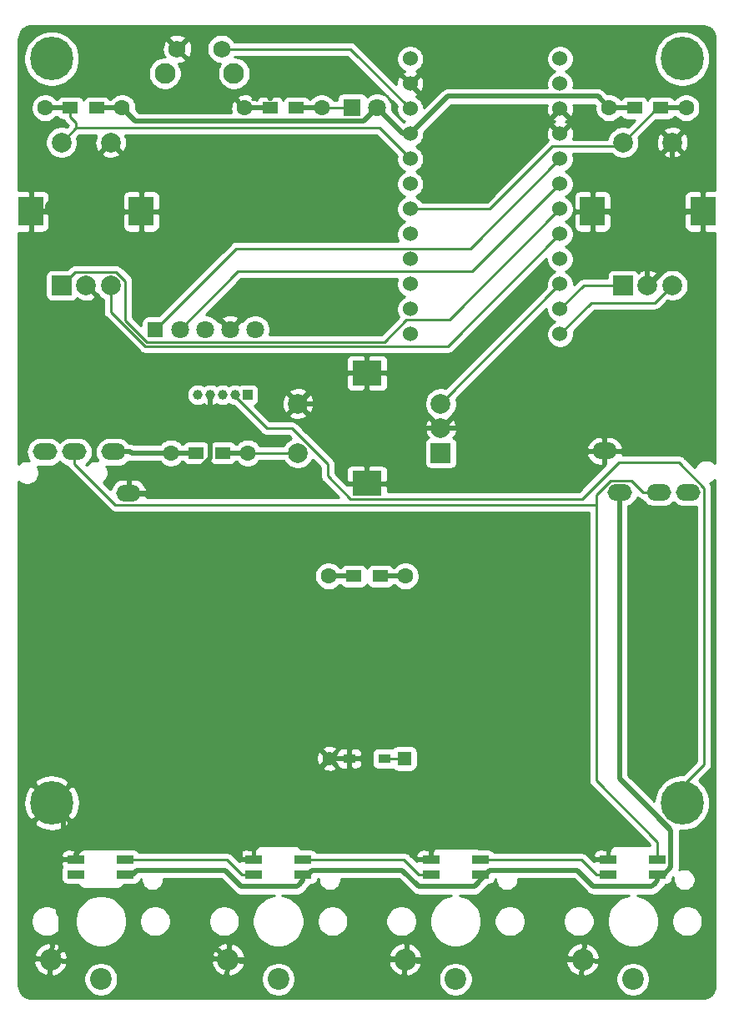
<source format=gbr>
G04 #@! TF.GenerationSoftware,KiCad,Pcbnew,5.1.5+dfsg1-2build2*
G04 #@! TF.CreationDate,2021-03-25T10:03:56+09:00*
G04 #@! TF.ProjectId,pad,7061642e-6b69-4636-9164-5f7063625858,rev?*
G04 #@! TF.SameCoordinates,Original*
G04 #@! TF.FileFunction,Copper,L2,Bot*
G04 #@! TF.FilePolarity,Positive*
%FSLAX46Y46*%
G04 Gerber Fmt 4.6, Leading zero omitted, Abs format (unit mm)*
G04 Created by KiCad (PCBNEW 5.1.5+dfsg1-2build2) date 2021-03-25 10:03:56*
%MOMM*%
%LPD*%
G04 APERTURE LIST*
%ADD10O,2.500000X1.700000*%
%ADD11C,1.397000*%
%ADD12R,1.397000X1.397000*%
%ADD13R,1.300000X0.950000*%
%ADD14C,4.400000*%
%ADD15C,0.700000*%
%ADD16R,1.800000X0.820000*%
%ADD17C,1.000000*%
%ADD18R,1.000000X1.000000*%
%ADD19C,1.800000*%
%ADD20R,1.524000X1.524000*%
%ADD21R,2.900000X0.500000*%
%ADD22R,1.500000X1.200000*%
%ADD23C,1.600000*%
%ADD24C,2.000000*%
%ADD25R,2.500000X3.000000*%
%ADD26R,2.000000X2.000000*%
%ADD27R,3.000000X2.500000*%
%ADD28C,2.200000*%
%ADD29C,2.100000*%
%ADD30C,1.750000*%
%ADD31C,1.524000*%
%ADD32R,1.800000X1.800000*%
%ADD33C,0.800000*%
%ADD34C,0.250000*%
%ADD35C,0.500000*%
%ADD36C,0.254000*%
G04 APERTURE END LIST*
D10*
X77800000Y-98400000D03*
X80800000Y-98400000D03*
X84800000Y-98400000D03*
X86300000Y-102600000D03*
X143131000Y-102500000D03*
X140131000Y-102500000D03*
X136131000Y-102500000D03*
X134631000Y-98300000D03*
D11*
X106690000Y-129500000D03*
D12*
X114310000Y-129500000D03*
D13*
X112275000Y-129500000D03*
X108725000Y-129500000D03*
D14*
X78500000Y-58500000D03*
D15*
X80150000Y-58500000D03*
X79666726Y-59666726D03*
X78500000Y-60150000D03*
X77333274Y-59666726D03*
X76850000Y-58500000D03*
X77333274Y-57333274D03*
X78500000Y-56850000D03*
X79666726Y-57333274D03*
D14*
X142500000Y-58500000D03*
D15*
X144150000Y-58500000D03*
X143666726Y-59666726D03*
X142500000Y-60150000D03*
X141333274Y-59666726D03*
X140850000Y-58500000D03*
X141333274Y-57333274D03*
X142500000Y-56850000D03*
X143666726Y-57333274D03*
X143666726Y-132833274D03*
X142500000Y-132350000D03*
X141333274Y-132833274D03*
X140850000Y-134000000D03*
X141333274Y-135166726D03*
X142500000Y-135650000D03*
X143666726Y-135166726D03*
X144150000Y-134000000D03*
D14*
X142500000Y-134000000D03*
X78500000Y-134000000D03*
D15*
X80150000Y-134000000D03*
X79666726Y-135166726D03*
X78500000Y-135650000D03*
X77333274Y-135166726D03*
X76850000Y-134000000D03*
X77333274Y-132833274D03*
X78500000Y-132350000D03*
X79666726Y-132833274D03*
D16*
X86000000Y-141250000D03*
X86000000Y-139750000D03*
X81000000Y-139750000D03*
X81000000Y-141250000D03*
X99000000Y-141250000D03*
X99000000Y-139750000D03*
X104000000Y-139750000D03*
X104000000Y-141250000D03*
X122000000Y-141250000D03*
X122000000Y-139750000D03*
X117000000Y-139750000D03*
X117000000Y-141250000D03*
X135000000Y-141250000D03*
X135000000Y-139750000D03*
X140000000Y-139750000D03*
X140000000Y-141250000D03*
D17*
X93318000Y-92604000D03*
X94588000Y-92604000D03*
X95858000Y-92604000D03*
X97128000Y-92604000D03*
D18*
X98398000Y-92604000D03*
D19*
X99160000Y-86000000D03*
X96620000Y-86000000D03*
X94080000Y-86000000D03*
X91540000Y-86000000D03*
D20*
X89000000Y-86000000D03*
D21*
X104500000Y-63500000D03*
D22*
X103350000Y-63500000D03*
X100650000Y-63500000D03*
D21*
X99500000Y-63500000D03*
D23*
X105900000Y-63500000D03*
X98100000Y-63500000D03*
D21*
X113000000Y-111000000D03*
D22*
X111850000Y-111000000D03*
X109150000Y-111000000D03*
D21*
X108000000Y-111000000D03*
D23*
X114400000Y-111000000D03*
X106600000Y-111000000D03*
D24*
X84500000Y-67000000D03*
X79500000Y-67000000D03*
D25*
X87600000Y-74000000D03*
X76400000Y-74000000D03*
D24*
X84500000Y-81500000D03*
X82000000Y-81500000D03*
D26*
X79500000Y-81500000D03*
X118000000Y-98500000D03*
D24*
X118000000Y-96000000D03*
X118000000Y-93500000D03*
D27*
X110500000Y-101600000D03*
X110500000Y-90400000D03*
D24*
X103500000Y-98500000D03*
X103500000Y-93500000D03*
X141500000Y-67000000D03*
X136500000Y-67000000D03*
D25*
X144600000Y-74000000D03*
X133400000Y-74000000D03*
D24*
X141500000Y-81500000D03*
X139000000Y-81500000D03*
D26*
X136500000Y-81500000D03*
D28*
X78400000Y-149900000D03*
X83500000Y-151900000D03*
X101500000Y-151900000D03*
X96400000Y-149900000D03*
X114400000Y-149900000D03*
X119500000Y-151900000D03*
X137500000Y-151900000D03*
X132400000Y-149900000D03*
D29*
X97000000Y-60000000D03*
D30*
X95740000Y-57510000D03*
X91240000Y-57510000D03*
D29*
X89990000Y-60000000D03*
D31*
X114891400Y-58522000D03*
X114891400Y-61062000D03*
X114891400Y-63602000D03*
X114891400Y-66142000D03*
X114891400Y-68682000D03*
X114891400Y-71222000D03*
X114891400Y-73762000D03*
X114891400Y-76302000D03*
X114891400Y-78842000D03*
X114891400Y-81382000D03*
X114891400Y-83922000D03*
X114891400Y-86462000D03*
X130111400Y-86462000D03*
X130111400Y-83922000D03*
X130111400Y-81382000D03*
X130111400Y-78842000D03*
X130111400Y-76302000D03*
X130111400Y-73762000D03*
X130111400Y-71222000D03*
X130111400Y-68682000D03*
X130111400Y-66142000D03*
X130111400Y-63602000D03*
X130111400Y-61062000D03*
X130111400Y-58522000D03*
D32*
X109000000Y-63500000D03*
D19*
X111540000Y-63500000D03*
D21*
X79250000Y-63500000D03*
D22*
X80400000Y-63500000D03*
X83100000Y-63500000D03*
D21*
X84250000Y-63500000D03*
D23*
X77850000Y-63500000D03*
X85650000Y-63500000D03*
X90600000Y-98500000D03*
X98400000Y-98500000D03*
D21*
X92000000Y-98500000D03*
D22*
X93150000Y-98500000D03*
X95850000Y-98500000D03*
D21*
X97000000Y-98500000D03*
X141500000Y-63500000D03*
D22*
X140350000Y-63500000D03*
X137650000Y-63500000D03*
D21*
X136500000Y-63500000D03*
D23*
X142900000Y-63500000D03*
X135100000Y-63500000D03*
D33*
X140500000Y-129750000D03*
X140500000Y-105750000D03*
X81000000Y-141250000D03*
D34*
X103350000Y-63500000D02*
X104500000Y-63500000D01*
X105900000Y-63500000D02*
X104500000Y-63500000D01*
X109000000Y-63500000D02*
X105900000Y-63500000D01*
D35*
X122000000Y-141250000D02*
X122399100Y-141250000D01*
X85650000Y-63500000D02*
X87000400Y-64850400D01*
X87000400Y-64850400D02*
X110189600Y-64850400D01*
X110189600Y-64850400D02*
X111540000Y-63500000D01*
X84950000Y-63500000D02*
X85650000Y-63500000D01*
X114891400Y-66142000D02*
X118701400Y-62332000D01*
X118701400Y-62332000D02*
X133932000Y-62332000D01*
X133932000Y-62332000D02*
X135100000Y-63500000D01*
X111540000Y-63500000D02*
X114182000Y-66142000D01*
X114182000Y-66142000D02*
X114891400Y-66142000D01*
X84250000Y-63500000D02*
X84950000Y-63500000D01*
X84800000Y-98400000D02*
X86500300Y-98400000D01*
X90600000Y-98500000D02*
X86600300Y-98500000D01*
X86600300Y-98500000D02*
X86500300Y-98400000D01*
X92000000Y-98500000D02*
X90600000Y-98500000D01*
X84250000Y-63500000D02*
X83100000Y-63500000D01*
X136500000Y-63500000D02*
X137650000Y-63500000D01*
X135800000Y-63500000D02*
X136500000Y-63500000D01*
X135800000Y-63500000D02*
X135100000Y-63500000D01*
X93150000Y-98500000D02*
X92000000Y-98500000D01*
X136131000Y-131553002D02*
X141227999Y-136650001D01*
X136131000Y-102500000D02*
X136131000Y-131553002D01*
X140620002Y-141250000D02*
X141350001Y-140520001D01*
X140000000Y-141250000D02*
X140620002Y-141250000D01*
X141350001Y-136772003D02*
X136131000Y-131553002D01*
X141350001Y-140520001D02*
X141350001Y-136772003D01*
X86750000Y-141250000D02*
X86000000Y-141250000D01*
X87169700Y-140830300D02*
X86750000Y-141250000D01*
X96080300Y-140830300D02*
X87169700Y-140830300D01*
X97748600Y-142498600D02*
X96080300Y-140830300D01*
X103411253Y-142510010D02*
X99588747Y-142510010D01*
X99588747Y-142510010D02*
X99577337Y-142498600D01*
X103710010Y-142211253D02*
X103411253Y-142510010D01*
X103710010Y-142158190D02*
X103710010Y-142211253D01*
X104000000Y-141868200D02*
X103710010Y-142158190D01*
X99577337Y-142498600D02*
X97748600Y-142498600D01*
X104000000Y-141250000D02*
X104000000Y-141868200D01*
X104919700Y-140830300D02*
X104500000Y-141250000D01*
X114078450Y-140830300D02*
X104919700Y-140830300D01*
X115724250Y-142476100D02*
X114078450Y-140830300D01*
X117554837Y-142476100D02*
X115724250Y-142476100D01*
X104500000Y-141250000D02*
X104000000Y-141250000D01*
X117588747Y-142510010D02*
X117554837Y-142476100D01*
X121411253Y-142510010D02*
X117588747Y-142510010D01*
X121710010Y-142211253D02*
X121411253Y-142510010D01*
X121710010Y-142181790D02*
X121710010Y-142211253D01*
X122399100Y-141492700D02*
X121710010Y-142181790D01*
X122399100Y-141250000D02*
X122399100Y-141492700D01*
X122500000Y-141250000D02*
X122399100Y-141250000D01*
X131844550Y-140830300D02*
X122919700Y-140830300D01*
X133492450Y-142478200D02*
X131844550Y-140830300D01*
X122919700Y-140830300D02*
X122500000Y-141250000D01*
X139411253Y-142510010D02*
X135588747Y-142510010D01*
X139710010Y-142211253D02*
X139411253Y-142510010D01*
X135588747Y-142510010D02*
X135556937Y-142478200D01*
X139710010Y-142193590D02*
X139710010Y-142211253D01*
X140000000Y-141903600D02*
X139710010Y-142193590D01*
X135556937Y-142478200D02*
X133492450Y-142478200D01*
X140000000Y-141250000D02*
X140000000Y-141903600D01*
X96400000Y-149900000D02*
X95371800Y-148871800D01*
X95371800Y-148871800D02*
X79428200Y-148871800D01*
X96400000Y-149900000D02*
X114400000Y-149900000D01*
X79428200Y-148871800D02*
X78400000Y-149900000D01*
X79649700Y-139750000D02*
X79181100Y-140218600D01*
X79181100Y-140218600D02*
X79181100Y-145146500D01*
X79181100Y-145146500D02*
X79428200Y-145393600D01*
X79428200Y-145393600D02*
X79428200Y-148871800D01*
X81000000Y-139750000D02*
X79649700Y-139750000D01*
X81613500Y-138549600D02*
X81000000Y-139163100D01*
X81000000Y-139163100D02*
X81000000Y-139750000D01*
X110335900Y-92264400D02*
X110500000Y-92100300D01*
X103500000Y-93500000D02*
X109100300Y-93500000D01*
X109100300Y-93500000D02*
X110335900Y-92264400D01*
X114235600Y-96164100D02*
X110335900Y-92264400D01*
X114235600Y-96164100D02*
X114399700Y-96000000D01*
X114399700Y-96000000D02*
X118000000Y-96000000D01*
X110500000Y-99899700D02*
X114235600Y-96164100D01*
X110500000Y-101600000D02*
X110500000Y-99899700D01*
X110500000Y-90400000D02*
X110500000Y-92100300D01*
X86300000Y-102600000D02*
X91064300Y-102600000D01*
X91064300Y-102600000D02*
X94588000Y-99076300D01*
X94588000Y-99076300D02*
X94588000Y-92604000D01*
X134631000Y-96999700D02*
X133631300Y-96000000D01*
X133631300Y-96000000D02*
X118000000Y-96000000D01*
X79666700Y-135650000D02*
X79666700Y-135166700D01*
X81613500Y-138549600D02*
X79666700Y-136602800D01*
X79666700Y-136602800D02*
X79666700Y-135650000D01*
X79666700Y-135650000D02*
X78500000Y-135650000D01*
X97649700Y-138549600D02*
X81613500Y-138549600D01*
X97649700Y-138549600D02*
X97649700Y-138540300D01*
X97649700Y-138540300D02*
X106690000Y-129500000D01*
X97649700Y-139750000D02*
X97649700Y-138549600D01*
X138300200Y-77199800D02*
X141500000Y-74000000D01*
X138300200Y-77199800D02*
X135100300Y-74000000D01*
X141500000Y-74000000D02*
X141500000Y-67000000D01*
X141500000Y-74000000D02*
X142899700Y-74000000D01*
X133400000Y-74000000D02*
X135100300Y-74000000D01*
X144600000Y-74000000D02*
X142899700Y-74000000D01*
X106690000Y-129500000D02*
X107624700Y-129500000D01*
X108725000Y-129500000D02*
X107624700Y-129500000D01*
X117099800Y-138800100D02*
X117386200Y-138513700D01*
X117386200Y-138513700D02*
X132413400Y-138513700D01*
X132413400Y-138513700D02*
X133649700Y-139750000D01*
X117000000Y-139750000D02*
X117000000Y-138899900D01*
X117000000Y-138899900D02*
X117099800Y-138800100D01*
X117099800Y-138800100D02*
X108725000Y-130425300D01*
X76400000Y-74000000D02*
X78100300Y-74000000D01*
X84500000Y-67000000D02*
X78100300Y-73399700D01*
X78100300Y-73399700D02*
X78100300Y-74000000D01*
X98100000Y-63500000D02*
X99500000Y-63500000D01*
X108725000Y-129500000D02*
X108725000Y-130425300D01*
X99000000Y-139750000D02*
X97649700Y-139750000D01*
X77333300Y-132833300D02*
X78016700Y-132833300D01*
X78016700Y-132833300D02*
X78500000Y-132350000D01*
X79666700Y-132833300D02*
X78983300Y-132833300D01*
X78983300Y-132833300D02*
X78500000Y-132350000D01*
X135000000Y-139750000D02*
X133649700Y-139750000D01*
X134631000Y-98300000D02*
X134631000Y-96999700D01*
X99500000Y-63500000D02*
X100650000Y-63500000D01*
X132400000Y-149900000D02*
X114400000Y-149900000D01*
X139000000Y-81500000D02*
X139000000Y-78449900D01*
X139000000Y-78449900D02*
X138300100Y-77750000D01*
X138300100Y-77750000D02*
X138300100Y-77199900D01*
X138300100Y-77199900D02*
X138300200Y-77199800D01*
D34*
X99000000Y-141250000D02*
X97774700Y-141250000D01*
X97774700Y-141250000D02*
X96274700Y-139750000D01*
X96274700Y-139750000D02*
X86000000Y-139750000D01*
X117000000Y-141250000D02*
X115774700Y-141250000D01*
X104000000Y-139750000D02*
X105225300Y-139750000D01*
X105225300Y-139750000D02*
X114274700Y-139750000D01*
X114274700Y-139750000D02*
X115774700Y-141250000D01*
X135000000Y-141250000D02*
X133774700Y-141250000D01*
X133774700Y-141250000D02*
X132274700Y-139750000D01*
X132274700Y-139750000D02*
X122000000Y-139750000D01*
X133758200Y-103776200D02*
X133758200Y-102768600D01*
X133758200Y-102768600D02*
X135202500Y-101324300D01*
X135202500Y-101324300D02*
X137335900Y-101324300D01*
X137335900Y-101324300D02*
X138511600Y-102500000D01*
X138511600Y-102500000D02*
X140131000Y-102500000D01*
X133758200Y-103776200D02*
X133758200Y-131721900D01*
X133758200Y-131721900D02*
X140000000Y-137963700D01*
X140000000Y-137963700D02*
X140000000Y-139750000D01*
X80800000Y-98400000D02*
X80800000Y-99615200D01*
X80800000Y-99615200D02*
X84961000Y-103776200D01*
X84961000Y-103776200D02*
X133758200Y-103776200D01*
X130111400Y-71222000D02*
X121221400Y-80112000D01*
X121221400Y-80112000D02*
X97428000Y-80112000D01*
X97428000Y-80112000D02*
X91540000Y-86000000D01*
X121043400Y-77750000D02*
X130111400Y-68682000D01*
X97250000Y-77750000D02*
X121043400Y-77750000D01*
X89000000Y-86000000D02*
X97250000Y-77750000D01*
X108000000Y-111000000D02*
X109150000Y-111000000D01*
X106600000Y-111000000D02*
X108000000Y-111000000D01*
X80968400Y-65531600D02*
X79500000Y-67000000D01*
X80400000Y-64425300D02*
X80968400Y-64993700D01*
X80968400Y-64993700D02*
X80968400Y-65531600D01*
X114891400Y-68682000D02*
X111741000Y-65531600D01*
X111741000Y-65531600D02*
X80968400Y-65531600D01*
X79250000Y-63500000D02*
X80400000Y-63500000D01*
X77850000Y-63500000D02*
X79250000Y-63500000D01*
X80400000Y-63500000D02*
X80400000Y-64425300D01*
X130111400Y-76302000D02*
X118717200Y-87696200D01*
X118717200Y-87696200D02*
X88005600Y-87696200D01*
X88005600Y-87696200D02*
X84500000Y-84190600D01*
X84500000Y-84190600D02*
X84500000Y-81500000D01*
X85059200Y-80158600D02*
X80841400Y-80158600D01*
X86000000Y-85042800D02*
X86000000Y-81099400D01*
X88199200Y-87242000D02*
X86000000Y-85042800D01*
X101056500Y-87242000D02*
X88199200Y-87242000D01*
X86000000Y-81099400D02*
X85059200Y-80158600D01*
X101060690Y-87246190D02*
X101056500Y-87242000D01*
X112253810Y-87246190D02*
X101060690Y-87246190D01*
X114490999Y-85009001D02*
X112253810Y-87246190D01*
X118864399Y-85009001D02*
X114490999Y-85009001D01*
X80841400Y-80158600D02*
X79500000Y-81500000D01*
X130111400Y-73762000D02*
X118864399Y-85009001D01*
X130111400Y-81382000D02*
X118000000Y-93493400D01*
X118000000Y-93493400D02*
X118000000Y-93500000D01*
X98400000Y-98500000D02*
X103500000Y-98500000D01*
X97000000Y-98500000D02*
X98400000Y-98500000D01*
X95850000Y-98500000D02*
X97000000Y-98500000D01*
X141500000Y-63500000D02*
X140350000Y-63500000D01*
X142900000Y-63500000D02*
X141500000Y-63500000D01*
X136088000Y-67412000D02*
X136500000Y-67000000D01*
X129338000Y-67412000D02*
X136088000Y-67412000D01*
X122988000Y-73762000D02*
X129338000Y-67412000D01*
X114891400Y-73762000D02*
X122988000Y-73762000D01*
X140000000Y-63500000D02*
X140350000Y-63500000D01*
X136500000Y-67000000D02*
X140000000Y-63500000D01*
X139750000Y-83250000D02*
X141500000Y-81500000D01*
X133323400Y-83250000D02*
X139750000Y-83250000D01*
X130111400Y-86462000D02*
X133323400Y-83250000D01*
X132533400Y-81500000D02*
X136500000Y-81500000D01*
X130111400Y-83922000D02*
X132533400Y-81500000D01*
X114891400Y-63602000D02*
X108799400Y-57510000D01*
X108799400Y-57510000D02*
X95740000Y-57510000D01*
X77333300Y-58500000D02*
X78016700Y-58500000D01*
X76850000Y-58500000D02*
X77333300Y-58500000D01*
X77333300Y-58500000D02*
X77333300Y-59666700D01*
X78016700Y-58500000D02*
X78500000Y-58500000D01*
X78016700Y-58500000D02*
X78016700Y-57333300D01*
X78016700Y-57333300D02*
X78500000Y-56850000D01*
X77333300Y-57333300D02*
X78016700Y-57333300D01*
X79666700Y-57333300D02*
X78983300Y-57333300D01*
X78983300Y-57333300D02*
X78500000Y-56850000D01*
X141333300Y-59666700D02*
X142016700Y-59666700D01*
X142016700Y-59666700D02*
X142500000Y-60150000D01*
X141333300Y-57333300D02*
X142016700Y-57333300D01*
X142016700Y-57333300D02*
X142500000Y-56850000D01*
X142841700Y-132008300D02*
X142500000Y-132350000D01*
X142841700Y-132008300D02*
X143666700Y-132833300D01*
X136050900Y-99449100D02*
X142142400Y-99449100D01*
X144742100Y-130107900D02*
X142841700Y-132008300D01*
X132324600Y-103175400D02*
X136050900Y-99449100D01*
X108847400Y-103175400D02*
X132324600Y-103175400D01*
X106519600Y-100847600D02*
X108847400Y-103175400D01*
X144742100Y-102048800D02*
X144742100Y-130107900D01*
X106519600Y-99628200D02*
X106519600Y-100847600D01*
X142142400Y-99449100D02*
X144742100Y-102048800D01*
X102891400Y-96000000D02*
X106519600Y-99628200D01*
X100317500Y-96000000D02*
X102891400Y-96000000D01*
X97128000Y-92810500D02*
X100317500Y-96000000D01*
X97128000Y-92604000D02*
X97128000Y-92810500D01*
X112275000Y-129500000D02*
X114310000Y-129500000D01*
X111850000Y-111000000D02*
X113000000Y-111000000D01*
X114400000Y-111000000D02*
X113000000Y-111000000D01*
D36*
G36*
X79344866Y-99455134D02*
G01*
X79570986Y-99640706D01*
X79828966Y-99778599D01*
X80078314Y-99854238D01*
X80094454Y-99907446D01*
X80165026Y-100039476D01*
X80206082Y-100089502D01*
X80260000Y-100155201D01*
X80288998Y-100178999D01*
X84397201Y-104287203D01*
X84420999Y-104316201D01*
X84536724Y-104411174D01*
X84668753Y-104481746D01*
X84812014Y-104525203D01*
X84923667Y-104536200D01*
X84923675Y-104536200D01*
X84961000Y-104539876D01*
X84998325Y-104536200D01*
X132998200Y-104536200D01*
X132998201Y-131684567D01*
X132994524Y-131721900D01*
X132998201Y-131759233D01*
X133009198Y-131870886D01*
X133013821Y-131886127D01*
X133052654Y-132014146D01*
X133123226Y-132146176D01*
X133194401Y-132232902D01*
X133218200Y-132261901D01*
X133247198Y-132285699D01*
X139240000Y-138278502D01*
X139240000Y-138305578D01*
X139234135Y-138305000D01*
X139234134Y-138305000D01*
X139200000Y-138301638D01*
X139165865Y-138305000D01*
X135834135Y-138305000D01*
X135800000Y-138301638D01*
X135765866Y-138305000D01*
X135765865Y-138305000D01*
X135663756Y-138315057D01*
X135532748Y-138354798D01*
X135412011Y-138419333D01*
X135306183Y-138506183D01*
X135219333Y-138612011D01*
X135154798Y-138732748D01*
X135115057Y-138863756D01*
X135101638Y-139000000D01*
X135105001Y-139034145D01*
X135105001Y-139897000D01*
X134873000Y-139897000D01*
X134873000Y-139877000D01*
X133623750Y-139877000D01*
X133550126Y-139950624D01*
X132939502Y-139340000D01*
X133461928Y-139340000D01*
X133465000Y-139464250D01*
X133623750Y-139623000D01*
X134873000Y-139623000D01*
X134873000Y-138863750D01*
X134714250Y-138705000D01*
X134100000Y-138701928D01*
X133975518Y-138714188D01*
X133855820Y-138750498D01*
X133745506Y-138809463D01*
X133648815Y-138888815D01*
X133569463Y-138985506D01*
X133510498Y-139095820D01*
X133474188Y-139215518D01*
X133461928Y-139340000D01*
X132939502Y-139340000D01*
X132838504Y-139239003D01*
X132814701Y-139209999D01*
X132698976Y-139115026D01*
X132566947Y-139044454D01*
X132423686Y-139000997D01*
X132312033Y-138990000D01*
X132312022Y-138990000D01*
X132274700Y-138986324D01*
X132237378Y-138990000D01*
X123432939Y-138990000D01*
X123430537Y-138985506D01*
X123351185Y-138888815D01*
X123254494Y-138809463D01*
X123144180Y-138750498D01*
X123024482Y-138714188D01*
X122900000Y-138701928D01*
X121828728Y-138701928D01*
X121780667Y-138612011D01*
X121693817Y-138506183D01*
X121587989Y-138419333D01*
X121467252Y-138354798D01*
X121336244Y-138315057D01*
X121234135Y-138305000D01*
X121234134Y-138305000D01*
X121200000Y-138301638D01*
X121165865Y-138305000D01*
X117834135Y-138305000D01*
X117800000Y-138301638D01*
X117765866Y-138305000D01*
X117765865Y-138305000D01*
X117663756Y-138315057D01*
X117532748Y-138354798D01*
X117412011Y-138419333D01*
X117306183Y-138506183D01*
X117219333Y-138612011D01*
X117154798Y-138732748D01*
X117115057Y-138863756D01*
X117101638Y-139000000D01*
X117105001Y-139034145D01*
X117105001Y-139897000D01*
X116873000Y-139897000D01*
X116873000Y-139877000D01*
X115623750Y-139877000D01*
X115550126Y-139950624D01*
X114939502Y-139340000D01*
X115461928Y-139340000D01*
X115465000Y-139464250D01*
X115623750Y-139623000D01*
X116873000Y-139623000D01*
X116873000Y-138863750D01*
X116714250Y-138705000D01*
X116100000Y-138701928D01*
X115975518Y-138714188D01*
X115855820Y-138750498D01*
X115745506Y-138809463D01*
X115648815Y-138888815D01*
X115569463Y-138985506D01*
X115510498Y-139095820D01*
X115474188Y-139215518D01*
X115461928Y-139340000D01*
X114939502Y-139340000D01*
X114838504Y-139239003D01*
X114814701Y-139209999D01*
X114698976Y-139115026D01*
X114566947Y-139044454D01*
X114423686Y-139000997D01*
X114312033Y-138990000D01*
X114312022Y-138990000D01*
X114274700Y-138986324D01*
X114237378Y-138990000D01*
X105432939Y-138990000D01*
X105430537Y-138985506D01*
X105351185Y-138888815D01*
X105254494Y-138809463D01*
X105144180Y-138750498D01*
X105024482Y-138714188D01*
X104900000Y-138701928D01*
X103828728Y-138701928D01*
X103780667Y-138612011D01*
X103693817Y-138506183D01*
X103587989Y-138419333D01*
X103467252Y-138354798D01*
X103336244Y-138315057D01*
X103234135Y-138305000D01*
X103234134Y-138305000D01*
X103200000Y-138301638D01*
X103165865Y-138305000D01*
X99834135Y-138305000D01*
X99800000Y-138301638D01*
X99765866Y-138305000D01*
X99765865Y-138305000D01*
X99663756Y-138315057D01*
X99532748Y-138354798D01*
X99412011Y-138419333D01*
X99306183Y-138506183D01*
X99219333Y-138612011D01*
X99154798Y-138732748D01*
X99115057Y-138863756D01*
X99101638Y-139000000D01*
X99105001Y-139034145D01*
X99105001Y-139897000D01*
X98873000Y-139897000D01*
X98873000Y-139877000D01*
X97623750Y-139877000D01*
X97550126Y-139950624D01*
X96939502Y-139340000D01*
X97461928Y-139340000D01*
X97465000Y-139464250D01*
X97623750Y-139623000D01*
X98873000Y-139623000D01*
X98873000Y-138863750D01*
X98714250Y-138705000D01*
X98100000Y-138701928D01*
X97975518Y-138714188D01*
X97855820Y-138750498D01*
X97745506Y-138809463D01*
X97648815Y-138888815D01*
X97569463Y-138985506D01*
X97510498Y-139095820D01*
X97474188Y-139215518D01*
X97461928Y-139340000D01*
X96939502Y-139340000D01*
X96838504Y-139239003D01*
X96814701Y-139209999D01*
X96698976Y-139115026D01*
X96566947Y-139044454D01*
X96423686Y-139000997D01*
X96312033Y-138990000D01*
X96312022Y-138990000D01*
X96274700Y-138986324D01*
X96237378Y-138990000D01*
X87432939Y-138990000D01*
X87430537Y-138985506D01*
X87351185Y-138888815D01*
X87254494Y-138809463D01*
X87144180Y-138750498D01*
X87024482Y-138714188D01*
X86900000Y-138701928D01*
X85828728Y-138701928D01*
X85780667Y-138612011D01*
X85693817Y-138506183D01*
X85587989Y-138419333D01*
X85467252Y-138354798D01*
X85336244Y-138315057D01*
X85234135Y-138305000D01*
X85234134Y-138305000D01*
X85200000Y-138301638D01*
X85165865Y-138305000D01*
X81834135Y-138305000D01*
X81800000Y-138301638D01*
X81765866Y-138305000D01*
X81765865Y-138305000D01*
X81663756Y-138315057D01*
X81532748Y-138354798D01*
X81412011Y-138419333D01*
X81306183Y-138506183D01*
X81219333Y-138612011D01*
X81154798Y-138732748D01*
X81115057Y-138863756D01*
X81101638Y-139000000D01*
X81105001Y-139034145D01*
X81105001Y-139897000D01*
X80873000Y-139897000D01*
X80873000Y-139877000D01*
X79623750Y-139877000D01*
X79465000Y-140035750D01*
X79461928Y-140160000D01*
X79474188Y-140284482D01*
X79510498Y-140404180D01*
X79561716Y-140500000D01*
X79510498Y-140595820D01*
X79474188Y-140715518D01*
X79461928Y-140840000D01*
X79461928Y-141660000D01*
X79474188Y-141784482D01*
X79510498Y-141904180D01*
X79569463Y-142014494D01*
X79648815Y-142111185D01*
X79745506Y-142190537D01*
X79855820Y-142249502D01*
X79975518Y-142285812D01*
X80100000Y-142298072D01*
X81171272Y-142298072D01*
X81219333Y-142387989D01*
X81306183Y-142493817D01*
X81376550Y-142551565D01*
X81412011Y-142580667D01*
X81532748Y-142645202D01*
X81663756Y-142684943D01*
X81800000Y-142698362D01*
X81834134Y-142695000D01*
X85165866Y-142695000D01*
X85200000Y-142698362D01*
X85336244Y-142684943D01*
X85467252Y-142645202D01*
X85587989Y-142580667D01*
X85693817Y-142493817D01*
X85780667Y-142387989D01*
X85828728Y-142298072D01*
X86900000Y-142298072D01*
X87024482Y-142285812D01*
X87144180Y-142249502D01*
X87254494Y-142190537D01*
X87351185Y-142111185D01*
X87430537Y-142014494D01*
X87489502Y-141904180D01*
X87525812Y-141784482D01*
X87532227Y-141719351D01*
X87536278Y-141715300D01*
X87585000Y-141715300D01*
X87585000Y-141911788D01*
X87628617Y-142131067D01*
X87714176Y-142337624D01*
X87838388Y-142523520D01*
X87996480Y-142681612D01*
X88182376Y-142805824D01*
X88388933Y-142891383D01*
X88608212Y-142935000D01*
X88831788Y-142935000D01*
X89051067Y-142891383D01*
X89257624Y-142805824D01*
X89443520Y-142681612D01*
X89601612Y-142523520D01*
X89725824Y-142337624D01*
X89811383Y-142131067D01*
X89855000Y-141911788D01*
X89855000Y-141715300D01*
X95713722Y-141715300D01*
X97092070Y-143093649D01*
X97119783Y-143127417D01*
X97153551Y-143155130D01*
X97153553Y-143155132D01*
X97225052Y-143213810D01*
X97254541Y-143238011D01*
X97408287Y-143320189D01*
X97575110Y-143370795D01*
X97705123Y-143383600D01*
X97705133Y-143383600D01*
X97748599Y-143387881D01*
X97792065Y-143383600D01*
X99429421Y-143383600D01*
X99545270Y-143395010D01*
X99545280Y-143395010D01*
X99588746Y-143399291D01*
X99632212Y-143395010D01*
X101089604Y-143395010D01*
X100731399Y-143466261D01*
X100251859Y-143664893D01*
X99820285Y-143953262D01*
X99453262Y-144320285D01*
X99164893Y-144751859D01*
X98966261Y-145231399D01*
X98865000Y-145740475D01*
X98865000Y-146259525D01*
X98966261Y-146768601D01*
X99164893Y-147248141D01*
X99453262Y-147679715D01*
X99820285Y-148046738D01*
X100251859Y-148335107D01*
X100731399Y-148533739D01*
X101240475Y-148635000D01*
X101759525Y-148635000D01*
X102268601Y-148533739D01*
X102748141Y-148335107D01*
X103179715Y-148046738D01*
X103546738Y-147679715D01*
X103835107Y-147248141D01*
X104033739Y-146768601D01*
X104135000Y-146259525D01*
X104135000Y-145843891D01*
X105415000Y-145843891D01*
X105415000Y-146156109D01*
X105475911Y-146462327D01*
X105595391Y-146750779D01*
X105768850Y-147010379D01*
X105989621Y-147231150D01*
X106249221Y-147404609D01*
X106537673Y-147524089D01*
X106843891Y-147585000D01*
X107156109Y-147585000D01*
X107462327Y-147524089D01*
X107750779Y-147404609D01*
X108010379Y-147231150D01*
X108231150Y-147010379D01*
X108404609Y-146750779D01*
X108524089Y-146462327D01*
X108585000Y-146156109D01*
X108585000Y-145843891D01*
X112415000Y-145843891D01*
X112415000Y-146156109D01*
X112475911Y-146462327D01*
X112595391Y-146750779D01*
X112768850Y-147010379D01*
X112989621Y-147231150D01*
X113249221Y-147404609D01*
X113537673Y-147524089D01*
X113843891Y-147585000D01*
X114156109Y-147585000D01*
X114462327Y-147524089D01*
X114750779Y-147404609D01*
X115010379Y-147231150D01*
X115231150Y-147010379D01*
X115404609Y-146750779D01*
X115524089Y-146462327D01*
X115585000Y-146156109D01*
X115585000Y-145843891D01*
X115524089Y-145537673D01*
X115404609Y-145249221D01*
X115231150Y-144989621D01*
X115010379Y-144768850D01*
X114750779Y-144595391D01*
X114462327Y-144475911D01*
X114156109Y-144415000D01*
X113843891Y-144415000D01*
X113537673Y-144475911D01*
X113249221Y-144595391D01*
X112989621Y-144768850D01*
X112768850Y-144989621D01*
X112595391Y-145249221D01*
X112475911Y-145537673D01*
X112415000Y-145843891D01*
X108585000Y-145843891D01*
X108524089Y-145537673D01*
X108404609Y-145249221D01*
X108231150Y-144989621D01*
X108010379Y-144768850D01*
X107750779Y-144595391D01*
X107462327Y-144475911D01*
X107156109Y-144415000D01*
X106843891Y-144415000D01*
X106537673Y-144475911D01*
X106249221Y-144595391D01*
X105989621Y-144768850D01*
X105768850Y-144989621D01*
X105595391Y-145249221D01*
X105475911Y-145537673D01*
X105415000Y-145843891D01*
X104135000Y-145843891D01*
X104135000Y-145740475D01*
X104033739Y-145231399D01*
X103835107Y-144751859D01*
X103546738Y-144320285D01*
X103179715Y-143953262D01*
X102748141Y-143664893D01*
X102268601Y-143466261D01*
X101910396Y-143395010D01*
X103367784Y-143395010D01*
X103411253Y-143399291D01*
X103454722Y-143395010D01*
X103454730Y-143395010D01*
X103584743Y-143382205D01*
X103751566Y-143331599D01*
X103905312Y-143249421D01*
X104040070Y-143138827D01*
X104067787Y-143105054D01*
X104305054Y-142867787D01*
X104338827Y-142840070D01*
X104449421Y-142705312D01*
X104489558Y-142630220D01*
X104595044Y-142524734D01*
X104628817Y-142497017D01*
X104739411Y-142362259D01*
X104773719Y-142298072D01*
X104900000Y-142298072D01*
X105024482Y-142285812D01*
X105144180Y-142249502D01*
X105254494Y-142190537D01*
X105351185Y-142111185D01*
X105430537Y-142014494D01*
X105489502Y-141904180D01*
X105525812Y-141784482D01*
X105532626Y-141715300D01*
X105585000Y-141715300D01*
X105585000Y-141911788D01*
X105628617Y-142131067D01*
X105714176Y-142337624D01*
X105838388Y-142523520D01*
X105996480Y-142681612D01*
X106182376Y-142805824D01*
X106388933Y-142891383D01*
X106608212Y-142935000D01*
X106831788Y-142935000D01*
X107051067Y-142891383D01*
X107257624Y-142805824D01*
X107443520Y-142681612D01*
X107601612Y-142523520D01*
X107725824Y-142337624D01*
X107811383Y-142131067D01*
X107855000Y-141911788D01*
X107855000Y-141715300D01*
X113711872Y-141715300D01*
X115067720Y-143071149D01*
X115095433Y-143104917D01*
X115129201Y-143132630D01*
X115129203Y-143132632D01*
X115230191Y-143215511D01*
X115383936Y-143297689D01*
X115550760Y-143348295D01*
X115680773Y-143361100D01*
X115680781Y-143361100D01*
X115724250Y-143365381D01*
X115767719Y-143361100D01*
X117345684Y-143361100D01*
X117415257Y-143382205D01*
X117545270Y-143395010D01*
X117545278Y-143395010D01*
X117588747Y-143399291D01*
X117632216Y-143395010D01*
X119089604Y-143395010D01*
X118731399Y-143466261D01*
X118251859Y-143664893D01*
X117820285Y-143953262D01*
X117453262Y-144320285D01*
X117164893Y-144751859D01*
X116966261Y-145231399D01*
X116865000Y-145740475D01*
X116865000Y-146259525D01*
X116966261Y-146768601D01*
X117164893Y-147248141D01*
X117453262Y-147679715D01*
X117820285Y-148046738D01*
X118251859Y-148335107D01*
X118731399Y-148533739D01*
X119240475Y-148635000D01*
X119759525Y-148635000D01*
X120268601Y-148533739D01*
X120748141Y-148335107D01*
X121179715Y-148046738D01*
X121546738Y-147679715D01*
X121835107Y-147248141D01*
X122033739Y-146768601D01*
X122135000Y-146259525D01*
X122135000Y-145843891D01*
X123415000Y-145843891D01*
X123415000Y-146156109D01*
X123475911Y-146462327D01*
X123595391Y-146750779D01*
X123768850Y-147010379D01*
X123989621Y-147231150D01*
X124249221Y-147404609D01*
X124537673Y-147524089D01*
X124843891Y-147585000D01*
X125156109Y-147585000D01*
X125462327Y-147524089D01*
X125750779Y-147404609D01*
X126010379Y-147231150D01*
X126231150Y-147010379D01*
X126404609Y-146750779D01*
X126524089Y-146462327D01*
X126585000Y-146156109D01*
X126585000Y-145843891D01*
X130415000Y-145843891D01*
X130415000Y-146156109D01*
X130475911Y-146462327D01*
X130595391Y-146750779D01*
X130768850Y-147010379D01*
X130989621Y-147231150D01*
X131249221Y-147404609D01*
X131537673Y-147524089D01*
X131843891Y-147585000D01*
X132156109Y-147585000D01*
X132462327Y-147524089D01*
X132750779Y-147404609D01*
X133010379Y-147231150D01*
X133231150Y-147010379D01*
X133404609Y-146750779D01*
X133524089Y-146462327D01*
X133585000Y-146156109D01*
X133585000Y-145843891D01*
X133524089Y-145537673D01*
X133404609Y-145249221D01*
X133231150Y-144989621D01*
X133010379Y-144768850D01*
X132750779Y-144595391D01*
X132462327Y-144475911D01*
X132156109Y-144415000D01*
X131843891Y-144415000D01*
X131537673Y-144475911D01*
X131249221Y-144595391D01*
X130989621Y-144768850D01*
X130768850Y-144989621D01*
X130595391Y-145249221D01*
X130475911Y-145537673D01*
X130415000Y-145843891D01*
X126585000Y-145843891D01*
X126524089Y-145537673D01*
X126404609Y-145249221D01*
X126231150Y-144989621D01*
X126010379Y-144768850D01*
X125750779Y-144595391D01*
X125462327Y-144475911D01*
X125156109Y-144415000D01*
X124843891Y-144415000D01*
X124537673Y-144475911D01*
X124249221Y-144595391D01*
X123989621Y-144768850D01*
X123768850Y-144989621D01*
X123595391Y-145249221D01*
X123475911Y-145537673D01*
X123415000Y-145843891D01*
X122135000Y-145843891D01*
X122135000Y-145740475D01*
X122033739Y-145231399D01*
X121835107Y-144751859D01*
X121546738Y-144320285D01*
X121179715Y-143953262D01*
X120748141Y-143664893D01*
X120268601Y-143466261D01*
X119910396Y-143395010D01*
X121367784Y-143395010D01*
X121411253Y-143399291D01*
X121454722Y-143395010D01*
X121454730Y-143395010D01*
X121584743Y-143382205D01*
X121751566Y-143331599D01*
X121905312Y-143249421D01*
X122040070Y-143138827D01*
X122067787Y-143105054D01*
X122305054Y-142867787D01*
X122338827Y-142840070D01*
X122449421Y-142705311D01*
X122462458Y-142680920D01*
X122845307Y-142298072D01*
X122900000Y-142298072D01*
X123024482Y-142285812D01*
X123144180Y-142249502D01*
X123254494Y-142190537D01*
X123351185Y-142111185D01*
X123430537Y-142014494D01*
X123489502Y-141904180D01*
X123525812Y-141784482D01*
X123532626Y-141715300D01*
X123585000Y-141715300D01*
X123585000Y-141911788D01*
X123628617Y-142131067D01*
X123714176Y-142337624D01*
X123838388Y-142523520D01*
X123996480Y-142681612D01*
X124182376Y-142805824D01*
X124388933Y-142891383D01*
X124608212Y-142935000D01*
X124831788Y-142935000D01*
X125051067Y-142891383D01*
X125257624Y-142805824D01*
X125443520Y-142681612D01*
X125601612Y-142523520D01*
X125725824Y-142337624D01*
X125811383Y-142131067D01*
X125855000Y-141911788D01*
X125855000Y-141715300D01*
X131477972Y-141715300D01*
X132835920Y-143073249D01*
X132863633Y-143107017D01*
X132897401Y-143134730D01*
X132897403Y-143134732D01*
X132998391Y-143217611D01*
X133152136Y-143299789D01*
X133312037Y-143348295D01*
X133318960Y-143350395D01*
X133448973Y-143363200D01*
X133448981Y-143363200D01*
X133492450Y-143367481D01*
X133535919Y-143363200D01*
X135352607Y-143363200D01*
X135415257Y-143382205D01*
X135545270Y-143395010D01*
X135545280Y-143395010D01*
X135588746Y-143399291D01*
X135632212Y-143395010D01*
X137089604Y-143395010D01*
X136731399Y-143466261D01*
X136251859Y-143664893D01*
X135820285Y-143953262D01*
X135453262Y-144320285D01*
X135164893Y-144751859D01*
X134966261Y-145231399D01*
X134865000Y-145740475D01*
X134865000Y-146259525D01*
X134966261Y-146768601D01*
X135164893Y-147248141D01*
X135453262Y-147679715D01*
X135820285Y-148046738D01*
X136251859Y-148335107D01*
X136731399Y-148533739D01*
X137240475Y-148635000D01*
X137759525Y-148635000D01*
X138268601Y-148533739D01*
X138748141Y-148335107D01*
X139179715Y-148046738D01*
X139546738Y-147679715D01*
X139835107Y-147248141D01*
X140033739Y-146768601D01*
X140135000Y-146259525D01*
X140135000Y-145843891D01*
X141415000Y-145843891D01*
X141415000Y-146156109D01*
X141475911Y-146462327D01*
X141595391Y-146750779D01*
X141768850Y-147010379D01*
X141989621Y-147231150D01*
X142249221Y-147404609D01*
X142537673Y-147524089D01*
X142843891Y-147585000D01*
X143156109Y-147585000D01*
X143462327Y-147524089D01*
X143750779Y-147404609D01*
X144010379Y-147231150D01*
X144231150Y-147010379D01*
X144404609Y-146750779D01*
X144524089Y-146462327D01*
X144585000Y-146156109D01*
X144585000Y-145843891D01*
X144524089Y-145537673D01*
X144404609Y-145249221D01*
X144231150Y-144989621D01*
X144010379Y-144768850D01*
X143750779Y-144595391D01*
X143462327Y-144475911D01*
X143156109Y-144415000D01*
X142843891Y-144415000D01*
X142537673Y-144475911D01*
X142249221Y-144595391D01*
X141989621Y-144768850D01*
X141768850Y-144989621D01*
X141595391Y-145249221D01*
X141475911Y-145537673D01*
X141415000Y-145843891D01*
X140135000Y-145843891D01*
X140135000Y-145740475D01*
X140033739Y-145231399D01*
X139835107Y-144751859D01*
X139546738Y-144320285D01*
X139179715Y-143953262D01*
X138748141Y-143664893D01*
X138268601Y-143466261D01*
X137910396Y-143395010D01*
X139367784Y-143395010D01*
X139411253Y-143399291D01*
X139454722Y-143395010D01*
X139454730Y-143395010D01*
X139584743Y-143382205D01*
X139751566Y-143331599D01*
X139905312Y-143249421D01*
X140040070Y-143138827D01*
X140067787Y-143105054D01*
X140305054Y-142867787D01*
X140338827Y-142840070D01*
X140447380Y-142707798D01*
X140595044Y-142560134D01*
X140628817Y-142532417D01*
X140739411Y-142397659D01*
X140792641Y-142298072D01*
X140900000Y-142298072D01*
X141024482Y-142285812D01*
X141144180Y-142249502D01*
X141254494Y-142190537D01*
X141351185Y-142111185D01*
X141430537Y-142014494D01*
X141489502Y-141904180D01*
X141525812Y-141784482D01*
X141538072Y-141660000D01*
X141538072Y-141583508D01*
X141622650Y-141498930D01*
X141585000Y-141688212D01*
X141585000Y-141911788D01*
X141628617Y-142131067D01*
X141714176Y-142337624D01*
X141838388Y-142523520D01*
X141996480Y-142681612D01*
X142182376Y-142805824D01*
X142388933Y-142891383D01*
X142608212Y-142935000D01*
X142831788Y-142935000D01*
X143051067Y-142891383D01*
X143257624Y-142805824D01*
X143443520Y-142681612D01*
X143601612Y-142523520D01*
X143725824Y-142337624D01*
X143811383Y-142131067D01*
X143855000Y-141911788D01*
X143855000Y-141688212D01*
X143811383Y-141468933D01*
X143725824Y-141262376D01*
X143601612Y-141076480D01*
X143443520Y-140918388D01*
X143257624Y-140794176D01*
X143051067Y-140708617D01*
X142831788Y-140665000D01*
X142608212Y-140665000D01*
X142388933Y-140708617D01*
X142192986Y-140789781D01*
X142222196Y-140693491D01*
X142235001Y-140563478D01*
X142235001Y-140563468D01*
X142239282Y-140520002D01*
X142235001Y-140476536D01*
X142235001Y-136835000D01*
X142779223Y-136835000D01*
X143326939Y-136726052D01*
X143842876Y-136512344D01*
X144307207Y-136202088D01*
X144702088Y-135807207D01*
X145012344Y-135342876D01*
X145226052Y-134826939D01*
X145335000Y-134279223D01*
X145335000Y-133720777D01*
X145226052Y-133173061D01*
X145012344Y-132657124D01*
X144702088Y-132192793D01*
X144307207Y-131797912D01*
X144199115Y-131725687D01*
X145253108Y-130671695D01*
X145282101Y-130647901D01*
X145305895Y-130618908D01*
X145305899Y-130618904D01*
X145377073Y-130532177D01*
X145377074Y-130532176D01*
X145447646Y-130400147D01*
X145491103Y-130256886D01*
X145502100Y-130145233D01*
X145502100Y-130145224D01*
X145505776Y-130107901D01*
X145502100Y-130070578D01*
X145502100Y-102086122D01*
X145505776Y-102048800D01*
X145502100Y-102011477D01*
X145502100Y-102011467D01*
X145491103Y-101899814D01*
X145447646Y-101756553D01*
X145431849Y-101727000D01*
X145377074Y-101624523D01*
X145332646Y-101570388D01*
X145515992Y-101494443D01*
X145718267Y-101359287D01*
X145840001Y-101237553D01*
X145840000Y-152467721D01*
X145811375Y-152759660D01*
X145735965Y-153009429D01*
X145613477Y-153239794D01*
X145448579Y-153441979D01*
X145247546Y-153608288D01*
X145018046Y-153732378D01*
X144768805Y-153809531D01*
X144478911Y-153840000D01*
X76532279Y-153840000D01*
X76240340Y-153811375D01*
X75990571Y-153735965D01*
X75760206Y-153613477D01*
X75558021Y-153448579D01*
X75391712Y-153247546D01*
X75267622Y-153018046D01*
X75190469Y-152768805D01*
X75160000Y-152478911D01*
X75160000Y-151729117D01*
X81765000Y-151729117D01*
X81765000Y-152070883D01*
X81831675Y-152406081D01*
X81962463Y-152721831D01*
X82152337Y-153005998D01*
X82394002Y-153247663D01*
X82678169Y-153437537D01*
X82993919Y-153568325D01*
X83329117Y-153635000D01*
X83670883Y-153635000D01*
X84006081Y-153568325D01*
X84321831Y-153437537D01*
X84605998Y-153247663D01*
X84847663Y-153005998D01*
X85037537Y-152721831D01*
X85168325Y-152406081D01*
X85235000Y-152070883D01*
X85235000Y-151729117D01*
X99765000Y-151729117D01*
X99765000Y-152070883D01*
X99831675Y-152406081D01*
X99962463Y-152721831D01*
X100152337Y-153005998D01*
X100394002Y-153247663D01*
X100678169Y-153437537D01*
X100993919Y-153568325D01*
X101329117Y-153635000D01*
X101670883Y-153635000D01*
X102006081Y-153568325D01*
X102321831Y-153437537D01*
X102605998Y-153247663D01*
X102847663Y-153005998D01*
X103037537Y-152721831D01*
X103168325Y-152406081D01*
X103235000Y-152070883D01*
X103235000Y-151729117D01*
X117765000Y-151729117D01*
X117765000Y-152070883D01*
X117831675Y-152406081D01*
X117962463Y-152721831D01*
X118152337Y-153005998D01*
X118394002Y-153247663D01*
X118678169Y-153437537D01*
X118993919Y-153568325D01*
X119329117Y-153635000D01*
X119670883Y-153635000D01*
X120006081Y-153568325D01*
X120321831Y-153437537D01*
X120605998Y-153247663D01*
X120847663Y-153005998D01*
X121037537Y-152721831D01*
X121168325Y-152406081D01*
X121235000Y-152070883D01*
X121235000Y-151729117D01*
X135765000Y-151729117D01*
X135765000Y-152070883D01*
X135831675Y-152406081D01*
X135962463Y-152721831D01*
X136152337Y-153005998D01*
X136394002Y-153247663D01*
X136678169Y-153437537D01*
X136993919Y-153568325D01*
X137329117Y-153635000D01*
X137670883Y-153635000D01*
X138006081Y-153568325D01*
X138321831Y-153437537D01*
X138605998Y-153247663D01*
X138847663Y-153005998D01*
X139037537Y-152721831D01*
X139168325Y-152406081D01*
X139235000Y-152070883D01*
X139235000Y-151729117D01*
X139168325Y-151393919D01*
X139037537Y-151078169D01*
X138847663Y-150794002D01*
X138605998Y-150552337D01*
X138321831Y-150362463D01*
X138006081Y-150231675D01*
X137670883Y-150165000D01*
X137329117Y-150165000D01*
X136993919Y-150231675D01*
X136678169Y-150362463D01*
X136394002Y-150552337D01*
X136152337Y-150794002D01*
X135962463Y-151078169D01*
X135831675Y-151393919D01*
X135765000Y-151729117D01*
X121235000Y-151729117D01*
X121168325Y-151393919D01*
X121037537Y-151078169D01*
X120847663Y-150794002D01*
X120605998Y-150552337D01*
X120321831Y-150362463D01*
X120006081Y-150231675D01*
X119670883Y-150165000D01*
X119329117Y-150165000D01*
X118993919Y-150231675D01*
X118678169Y-150362463D01*
X118394002Y-150552337D01*
X118152337Y-150794002D01*
X117962463Y-151078169D01*
X117831675Y-151393919D01*
X117765000Y-151729117D01*
X103235000Y-151729117D01*
X103168325Y-151393919D01*
X103037537Y-151078169D01*
X102847663Y-150794002D01*
X102605998Y-150552337D01*
X102321831Y-150362463D01*
X102006081Y-150231675D01*
X101670883Y-150165000D01*
X101329117Y-150165000D01*
X100993919Y-150231675D01*
X100678169Y-150362463D01*
X100394002Y-150552337D01*
X100152337Y-150794002D01*
X99962463Y-151078169D01*
X99831675Y-151393919D01*
X99765000Y-151729117D01*
X85235000Y-151729117D01*
X85168325Y-151393919D01*
X85037537Y-151078169D01*
X84847663Y-150794002D01*
X84605998Y-150552337D01*
X84321831Y-150362463D01*
X84006081Y-150231675D01*
X83670883Y-150165000D01*
X83329117Y-150165000D01*
X82993919Y-150231675D01*
X82678169Y-150362463D01*
X82394002Y-150552337D01*
X82152337Y-150794002D01*
X81962463Y-151078169D01*
X81831675Y-151393919D01*
X81765000Y-151729117D01*
X75160000Y-151729117D01*
X75160000Y-150147981D01*
X76674331Y-150147981D01*
X76755868Y-150479877D01*
X76900588Y-150789489D01*
X77102930Y-151064919D01*
X77355117Y-151295581D01*
X77647458Y-151472612D01*
X77856127Y-151556390D01*
X78069894Y-151484606D01*
X78388850Y-151484606D01*
X78647981Y-151625669D01*
X78979877Y-151544132D01*
X79289489Y-151399412D01*
X79564919Y-151197070D01*
X79795581Y-150944883D01*
X79972612Y-150652542D01*
X80056390Y-150443873D01*
X79962469Y-150164183D01*
X79777278Y-150147981D01*
X94674331Y-150147981D01*
X94755868Y-150479877D01*
X94900588Y-150789489D01*
X95102930Y-151064919D01*
X95355117Y-151295581D01*
X95647458Y-151472612D01*
X95856127Y-151556390D01*
X96069894Y-151484606D01*
X96388850Y-151484606D01*
X96647981Y-151625669D01*
X96979877Y-151544132D01*
X97289489Y-151399412D01*
X97564919Y-151197070D01*
X97795581Y-150944883D01*
X97972612Y-150652542D01*
X98056390Y-150443873D01*
X97962469Y-150164183D01*
X97777278Y-150147981D01*
X112674331Y-150147981D01*
X112755868Y-150479877D01*
X112900588Y-150789489D01*
X113102930Y-151064919D01*
X113355117Y-151295581D01*
X113647458Y-151472612D01*
X113856127Y-151556390D01*
X114069894Y-151484606D01*
X114388850Y-151484606D01*
X114647981Y-151625669D01*
X114979877Y-151544132D01*
X115289489Y-151399412D01*
X115564919Y-151197070D01*
X115795581Y-150944883D01*
X115972612Y-150652542D01*
X116056390Y-150443873D01*
X115962469Y-150164183D01*
X115777278Y-150147981D01*
X130674331Y-150147981D01*
X130755868Y-150479877D01*
X130900588Y-150789489D01*
X131102930Y-151064919D01*
X131355117Y-151295581D01*
X131647458Y-151472612D01*
X131856127Y-151556390D01*
X132069894Y-151484606D01*
X132388850Y-151484606D01*
X132647981Y-151625669D01*
X132979877Y-151544132D01*
X133289489Y-151399412D01*
X133564919Y-151197070D01*
X133795581Y-150944883D01*
X133972612Y-150652542D01*
X134056390Y-150443873D01*
X133962469Y-150164183D01*
X132515448Y-150037586D01*
X132388850Y-151484606D01*
X132069894Y-151484606D01*
X132135817Y-151462469D01*
X132262414Y-150015448D01*
X130815394Y-149888850D01*
X130674331Y-150147981D01*
X115777278Y-150147981D01*
X114515448Y-150037586D01*
X114388850Y-151484606D01*
X114069894Y-151484606D01*
X114135817Y-151462469D01*
X114262414Y-150015448D01*
X112815394Y-149888850D01*
X112674331Y-150147981D01*
X97777278Y-150147981D01*
X96515448Y-150037586D01*
X96388850Y-151484606D01*
X96069894Y-151484606D01*
X96135817Y-151462469D01*
X96262414Y-150015448D01*
X94815394Y-149888850D01*
X94674331Y-150147981D01*
X79777278Y-150147981D01*
X78515448Y-150037586D01*
X78388850Y-151484606D01*
X78069894Y-151484606D01*
X78135817Y-151462469D01*
X78262414Y-150015448D01*
X76815394Y-149888850D01*
X76674331Y-150147981D01*
X75160000Y-150147981D01*
X75160000Y-149784552D01*
X78537586Y-149784552D01*
X79984606Y-149911150D01*
X80053522Y-149784552D01*
X96537586Y-149784552D01*
X97984606Y-149911150D01*
X98053522Y-149784552D01*
X114537586Y-149784552D01*
X115984606Y-149911150D01*
X116053522Y-149784552D01*
X132537586Y-149784552D01*
X133984606Y-149911150D01*
X134125669Y-149652019D01*
X134044132Y-149320123D01*
X133899412Y-149010511D01*
X133697070Y-148735081D01*
X133444883Y-148504419D01*
X133152542Y-148327388D01*
X132943873Y-148243610D01*
X132664183Y-148337531D01*
X132537586Y-149784552D01*
X116053522Y-149784552D01*
X116125669Y-149652019D01*
X116052978Y-149356127D01*
X130743610Y-149356127D01*
X130837531Y-149635817D01*
X132284552Y-149762414D01*
X132411150Y-148315394D01*
X132152019Y-148174331D01*
X131820123Y-148255868D01*
X131510511Y-148400588D01*
X131235081Y-148602930D01*
X131004419Y-148855117D01*
X130827388Y-149147458D01*
X130743610Y-149356127D01*
X116052978Y-149356127D01*
X116044132Y-149320123D01*
X115899412Y-149010511D01*
X115697070Y-148735081D01*
X115444883Y-148504419D01*
X115152542Y-148327388D01*
X114943873Y-148243610D01*
X114664183Y-148337531D01*
X114537586Y-149784552D01*
X98053522Y-149784552D01*
X98125669Y-149652019D01*
X98052978Y-149356127D01*
X112743610Y-149356127D01*
X112837531Y-149635817D01*
X114284552Y-149762414D01*
X114411150Y-148315394D01*
X114152019Y-148174331D01*
X113820123Y-148255868D01*
X113510511Y-148400588D01*
X113235081Y-148602930D01*
X113004419Y-148855117D01*
X112827388Y-149147458D01*
X112743610Y-149356127D01*
X98052978Y-149356127D01*
X98044132Y-149320123D01*
X97899412Y-149010511D01*
X97697070Y-148735081D01*
X97444883Y-148504419D01*
X97152542Y-148327388D01*
X96943873Y-148243610D01*
X96664183Y-148337531D01*
X96537586Y-149784552D01*
X80053522Y-149784552D01*
X80125669Y-149652019D01*
X80052978Y-149356127D01*
X94743610Y-149356127D01*
X94837531Y-149635817D01*
X96284552Y-149762414D01*
X96411150Y-148315394D01*
X96152019Y-148174331D01*
X95820123Y-148255868D01*
X95510511Y-148400588D01*
X95235081Y-148602930D01*
X95004419Y-148855117D01*
X94827388Y-149147458D01*
X94743610Y-149356127D01*
X80052978Y-149356127D01*
X80044132Y-149320123D01*
X79899412Y-149010511D01*
X79697070Y-148735081D01*
X79444883Y-148504419D01*
X79152542Y-148327388D01*
X78943873Y-148243610D01*
X78664183Y-148337531D01*
X78537586Y-149784552D01*
X75160000Y-149784552D01*
X75160000Y-149356127D01*
X76743610Y-149356127D01*
X76837531Y-149635817D01*
X78284552Y-149762414D01*
X78411150Y-148315394D01*
X78152019Y-148174331D01*
X77820123Y-148255868D01*
X77510511Y-148400588D01*
X77235081Y-148602930D01*
X77004419Y-148855117D01*
X76827388Y-149147458D01*
X76743610Y-149356127D01*
X75160000Y-149356127D01*
X75160000Y-145843891D01*
X76415000Y-145843891D01*
X76415000Y-146156109D01*
X76475911Y-146462327D01*
X76595391Y-146750779D01*
X76768850Y-147010379D01*
X76989621Y-147231150D01*
X77249221Y-147404609D01*
X77537673Y-147524089D01*
X77843891Y-147585000D01*
X78156109Y-147585000D01*
X78462327Y-147524089D01*
X78750779Y-147404609D01*
X79010379Y-147231150D01*
X79231150Y-147010379D01*
X79404609Y-146750779D01*
X79524089Y-146462327D01*
X79585000Y-146156109D01*
X79585000Y-145843891D01*
X79564430Y-145740475D01*
X80865000Y-145740475D01*
X80865000Y-146259525D01*
X80966261Y-146768601D01*
X81164893Y-147248141D01*
X81453262Y-147679715D01*
X81820285Y-148046738D01*
X82251859Y-148335107D01*
X82731399Y-148533739D01*
X83240475Y-148635000D01*
X83759525Y-148635000D01*
X84268601Y-148533739D01*
X84748141Y-148335107D01*
X85179715Y-148046738D01*
X85546738Y-147679715D01*
X85835107Y-147248141D01*
X86033739Y-146768601D01*
X86135000Y-146259525D01*
X86135000Y-145843891D01*
X87415000Y-145843891D01*
X87415000Y-146156109D01*
X87475911Y-146462327D01*
X87595391Y-146750779D01*
X87768850Y-147010379D01*
X87989621Y-147231150D01*
X88249221Y-147404609D01*
X88537673Y-147524089D01*
X88843891Y-147585000D01*
X89156109Y-147585000D01*
X89462327Y-147524089D01*
X89750779Y-147404609D01*
X90010379Y-147231150D01*
X90231150Y-147010379D01*
X90404609Y-146750779D01*
X90524089Y-146462327D01*
X90585000Y-146156109D01*
X90585000Y-145843891D01*
X94415000Y-145843891D01*
X94415000Y-146156109D01*
X94475911Y-146462327D01*
X94595391Y-146750779D01*
X94768850Y-147010379D01*
X94989621Y-147231150D01*
X95249221Y-147404609D01*
X95537673Y-147524089D01*
X95843891Y-147585000D01*
X96156109Y-147585000D01*
X96462327Y-147524089D01*
X96750779Y-147404609D01*
X97010379Y-147231150D01*
X97231150Y-147010379D01*
X97404609Y-146750779D01*
X97524089Y-146462327D01*
X97585000Y-146156109D01*
X97585000Y-145843891D01*
X97524089Y-145537673D01*
X97404609Y-145249221D01*
X97231150Y-144989621D01*
X97010379Y-144768850D01*
X96750779Y-144595391D01*
X96462327Y-144475911D01*
X96156109Y-144415000D01*
X95843891Y-144415000D01*
X95537673Y-144475911D01*
X95249221Y-144595391D01*
X94989621Y-144768850D01*
X94768850Y-144989621D01*
X94595391Y-145249221D01*
X94475911Y-145537673D01*
X94415000Y-145843891D01*
X90585000Y-145843891D01*
X90524089Y-145537673D01*
X90404609Y-145249221D01*
X90231150Y-144989621D01*
X90010379Y-144768850D01*
X89750779Y-144595391D01*
X89462327Y-144475911D01*
X89156109Y-144415000D01*
X88843891Y-144415000D01*
X88537673Y-144475911D01*
X88249221Y-144595391D01*
X87989621Y-144768850D01*
X87768850Y-144989621D01*
X87595391Y-145249221D01*
X87475911Y-145537673D01*
X87415000Y-145843891D01*
X86135000Y-145843891D01*
X86135000Y-145740475D01*
X86033739Y-145231399D01*
X85835107Y-144751859D01*
X85546738Y-144320285D01*
X85179715Y-143953262D01*
X84748141Y-143664893D01*
X84268601Y-143466261D01*
X83759525Y-143365000D01*
X83240475Y-143365000D01*
X82731399Y-143466261D01*
X82251859Y-143664893D01*
X81820285Y-143953262D01*
X81453262Y-144320285D01*
X81164893Y-144751859D01*
X80966261Y-145231399D01*
X80865000Y-145740475D01*
X79564430Y-145740475D01*
X79524089Y-145537673D01*
X79404609Y-145249221D01*
X79231150Y-144989621D01*
X79010379Y-144768850D01*
X78750779Y-144595391D01*
X78462327Y-144475911D01*
X78156109Y-144415000D01*
X77843891Y-144415000D01*
X77537673Y-144475911D01*
X77249221Y-144595391D01*
X76989621Y-144768850D01*
X76768850Y-144989621D01*
X76595391Y-145249221D01*
X76475911Y-145537673D01*
X76415000Y-145843891D01*
X75160000Y-145843891D01*
X75160000Y-139340000D01*
X79461928Y-139340000D01*
X79465000Y-139464250D01*
X79623750Y-139623000D01*
X80873000Y-139623000D01*
X80873000Y-138863750D01*
X80714250Y-138705000D01*
X80100000Y-138701928D01*
X79975518Y-138714188D01*
X79855820Y-138750498D01*
X79745506Y-138809463D01*
X79648815Y-138888815D01*
X79569463Y-138985506D01*
X79510498Y-139095820D01*
X79474188Y-139215518D01*
X79461928Y-139340000D01*
X75160000Y-139340000D01*
X75160000Y-135989775D01*
X76689830Y-135989775D01*
X76929976Y-136377018D01*
X77423877Y-136637641D01*
X77959133Y-136796901D01*
X78515174Y-136848678D01*
X79070632Y-136790981D01*
X79604161Y-136626028D01*
X80070024Y-136377018D01*
X80310170Y-135989775D01*
X78500000Y-134179605D01*
X76689830Y-135989775D01*
X75160000Y-135989775D01*
X75160000Y-134015174D01*
X75651322Y-134015174D01*
X75709019Y-134570632D01*
X75873972Y-135104161D01*
X76122982Y-135570024D01*
X76510225Y-135810170D01*
X78320395Y-134000000D01*
X78679605Y-134000000D01*
X80489775Y-135810170D01*
X80877018Y-135570024D01*
X81137641Y-135076123D01*
X81296901Y-134540867D01*
X81348678Y-133984826D01*
X81290981Y-133429368D01*
X81126028Y-132895839D01*
X80877018Y-132429976D01*
X80489775Y-132189830D01*
X78679605Y-134000000D01*
X78320395Y-134000000D01*
X76510225Y-132189830D01*
X76122982Y-132429976D01*
X75862359Y-132923877D01*
X75703099Y-133459133D01*
X75651322Y-134015174D01*
X75160000Y-134015174D01*
X75160000Y-132010225D01*
X76689830Y-132010225D01*
X78500000Y-133820395D01*
X80310170Y-132010225D01*
X80070024Y-131622982D01*
X79576123Y-131362359D01*
X79040867Y-131203099D01*
X78484826Y-131151322D01*
X77929368Y-131209019D01*
X77395839Y-131373972D01*
X76929976Y-131622982D01*
X76689830Y-132010225D01*
X75160000Y-132010225D01*
X75160000Y-130420197D01*
X105949408Y-130420197D01*
X106008686Y-130653812D01*
X106246875Y-130764559D01*
X106502093Y-130826711D01*
X106764533Y-130837876D01*
X107024107Y-130797629D01*
X107270842Y-130707514D01*
X107371314Y-130653812D01*
X107430592Y-130420197D01*
X106690000Y-129679605D01*
X105949408Y-130420197D01*
X75160000Y-130420197D01*
X75160000Y-129574533D01*
X105352124Y-129574533D01*
X105392371Y-129834107D01*
X105482486Y-130080842D01*
X105536188Y-130181314D01*
X105769803Y-130240592D01*
X106510395Y-129500000D01*
X106869605Y-129500000D01*
X107447014Y-130077409D01*
X107449188Y-130099482D01*
X107485498Y-130219180D01*
X107544463Y-130329494D01*
X107623815Y-130426185D01*
X107720506Y-130505537D01*
X107830820Y-130564502D01*
X107950518Y-130600812D01*
X108075000Y-130613072D01*
X108439250Y-130610000D01*
X108598000Y-130451250D01*
X108598000Y-129627000D01*
X108852000Y-129627000D01*
X108852000Y-130451250D01*
X109010750Y-130610000D01*
X109375000Y-130613072D01*
X109499482Y-130600812D01*
X109619180Y-130564502D01*
X109729494Y-130505537D01*
X109826185Y-130426185D01*
X109905537Y-130329494D01*
X109964502Y-130219180D01*
X110000812Y-130099482D01*
X110013072Y-129975000D01*
X110010000Y-129785750D01*
X109851250Y-129627000D01*
X108852000Y-129627000D01*
X108598000Y-129627000D01*
X108578000Y-129627000D01*
X108578000Y-129373000D01*
X108598000Y-129373000D01*
X108598000Y-128548750D01*
X108852000Y-128548750D01*
X108852000Y-129373000D01*
X109851250Y-129373000D01*
X110010000Y-129214250D01*
X110013072Y-129025000D01*
X110986928Y-129025000D01*
X110986928Y-129975000D01*
X110999188Y-130099482D01*
X111035498Y-130219180D01*
X111094463Y-130329494D01*
X111173815Y-130426185D01*
X111270506Y-130505537D01*
X111380820Y-130564502D01*
X111500518Y-130600812D01*
X111625000Y-130613072D01*
X112925000Y-130613072D01*
X113049482Y-130600812D01*
X113106109Y-130583634D01*
X113160315Y-130649685D01*
X113257006Y-130729037D01*
X113367320Y-130788002D01*
X113487018Y-130824312D01*
X113611500Y-130836572D01*
X115008500Y-130836572D01*
X115132982Y-130824312D01*
X115252680Y-130788002D01*
X115362994Y-130729037D01*
X115459685Y-130649685D01*
X115539037Y-130552994D01*
X115598002Y-130442680D01*
X115634312Y-130322982D01*
X115646572Y-130198500D01*
X115646572Y-128801500D01*
X115634312Y-128677018D01*
X115598002Y-128557320D01*
X115539037Y-128447006D01*
X115459685Y-128350315D01*
X115362994Y-128270963D01*
X115252680Y-128211998D01*
X115132982Y-128175688D01*
X115008500Y-128163428D01*
X113611500Y-128163428D01*
X113487018Y-128175688D01*
X113367320Y-128211998D01*
X113257006Y-128270963D01*
X113160315Y-128350315D01*
X113106109Y-128416366D01*
X113049482Y-128399188D01*
X112925000Y-128386928D01*
X111625000Y-128386928D01*
X111500518Y-128399188D01*
X111380820Y-128435498D01*
X111270506Y-128494463D01*
X111173815Y-128573815D01*
X111094463Y-128670506D01*
X111035498Y-128780820D01*
X110999188Y-128900518D01*
X110986928Y-129025000D01*
X110013072Y-129025000D01*
X110000812Y-128900518D01*
X109964502Y-128780820D01*
X109905537Y-128670506D01*
X109826185Y-128573815D01*
X109729494Y-128494463D01*
X109619180Y-128435498D01*
X109499482Y-128399188D01*
X109375000Y-128386928D01*
X109010750Y-128390000D01*
X108852000Y-128548750D01*
X108598000Y-128548750D01*
X108439250Y-128390000D01*
X108075000Y-128386928D01*
X107950518Y-128399188D01*
X107830820Y-128435498D01*
X107720506Y-128494463D01*
X107623815Y-128573815D01*
X107544463Y-128670506D01*
X107485498Y-128780820D01*
X107449188Y-128900518D01*
X107447014Y-128922591D01*
X106869605Y-129500000D01*
X106510395Y-129500000D01*
X105769803Y-128759408D01*
X105536188Y-128818686D01*
X105425441Y-129056875D01*
X105363289Y-129312093D01*
X105352124Y-129574533D01*
X75160000Y-129574533D01*
X75160000Y-128579803D01*
X105949408Y-128579803D01*
X106690000Y-129320395D01*
X107430592Y-128579803D01*
X107371314Y-128346188D01*
X107133125Y-128235441D01*
X106877907Y-128173289D01*
X106615467Y-128162124D01*
X106355893Y-128202371D01*
X106109158Y-128292486D01*
X106008686Y-128346188D01*
X105949408Y-128579803D01*
X75160000Y-128579803D01*
X75160000Y-110858665D01*
X105165000Y-110858665D01*
X105165000Y-111141335D01*
X105220147Y-111418574D01*
X105328320Y-111679727D01*
X105485363Y-111914759D01*
X105685241Y-112114637D01*
X105920273Y-112271680D01*
X106181426Y-112379853D01*
X106458665Y-112435000D01*
X106741335Y-112435000D01*
X107018574Y-112379853D01*
X107279727Y-112271680D01*
X107514759Y-112114637D01*
X107714637Y-111914759D01*
X107732469Y-111888072D01*
X107833959Y-111888072D01*
X107869463Y-111954494D01*
X107948815Y-112051185D01*
X108045506Y-112130537D01*
X108155820Y-112189502D01*
X108275518Y-112225812D01*
X108400000Y-112238072D01*
X109900000Y-112238072D01*
X110024482Y-112225812D01*
X110144180Y-112189502D01*
X110254494Y-112130537D01*
X110351185Y-112051185D01*
X110430537Y-111954494D01*
X110489502Y-111844180D01*
X110500000Y-111809573D01*
X110510498Y-111844180D01*
X110569463Y-111954494D01*
X110648815Y-112051185D01*
X110745506Y-112130537D01*
X110855820Y-112189502D01*
X110975518Y-112225812D01*
X111100000Y-112238072D01*
X112600000Y-112238072D01*
X112724482Y-112225812D01*
X112844180Y-112189502D01*
X112954494Y-112130537D01*
X113051185Y-112051185D01*
X113130537Y-111954494D01*
X113166041Y-111888072D01*
X113267531Y-111888072D01*
X113285363Y-111914759D01*
X113485241Y-112114637D01*
X113720273Y-112271680D01*
X113981426Y-112379853D01*
X114258665Y-112435000D01*
X114541335Y-112435000D01*
X114818574Y-112379853D01*
X115079727Y-112271680D01*
X115314759Y-112114637D01*
X115514637Y-111914759D01*
X115671680Y-111679727D01*
X115779853Y-111418574D01*
X115835000Y-111141335D01*
X115835000Y-110858665D01*
X115779853Y-110581426D01*
X115671680Y-110320273D01*
X115514637Y-110085241D01*
X115314759Y-109885363D01*
X115079727Y-109728320D01*
X114818574Y-109620147D01*
X114541335Y-109565000D01*
X114258665Y-109565000D01*
X113981426Y-109620147D01*
X113720273Y-109728320D01*
X113485241Y-109885363D01*
X113285363Y-110085241D01*
X113267531Y-110111928D01*
X113166041Y-110111928D01*
X113130537Y-110045506D01*
X113051185Y-109948815D01*
X112954494Y-109869463D01*
X112844180Y-109810498D01*
X112724482Y-109774188D01*
X112600000Y-109761928D01*
X111100000Y-109761928D01*
X110975518Y-109774188D01*
X110855820Y-109810498D01*
X110745506Y-109869463D01*
X110648815Y-109948815D01*
X110569463Y-110045506D01*
X110510498Y-110155820D01*
X110500000Y-110190427D01*
X110489502Y-110155820D01*
X110430537Y-110045506D01*
X110351185Y-109948815D01*
X110254494Y-109869463D01*
X110144180Y-109810498D01*
X110024482Y-109774188D01*
X109900000Y-109761928D01*
X108400000Y-109761928D01*
X108275518Y-109774188D01*
X108155820Y-109810498D01*
X108045506Y-109869463D01*
X107948815Y-109948815D01*
X107869463Y-110045506D01*
X107833959Y-110111928D01*
X107732469Y-110111928D01*
X107714637Y-110085241D01*
X107514759Y-109885363D01*
X107279727Y-109728320D01*
X107018574Y-109620147D01*
X106741335Y-109565000D01*
X106458665Y-109565000D01*
X106181426Y-109620147D01*
X105920273Y-109728320D01*
X105685241Y-109885363D01*
X105485363Y-110085241D01*
X105328320Y-110320273D01*
X105220147Y-110581426D01*
X105165000Y-110858665D01*
X75160000Y-110858665D01*
X75160000Y-101406554D01*
X75212733Y-101459287D01*
X75415008Y-101594443D01*
X75639764Y-101687540D01*
X75878363Y-101735000D01*
X76121637Y-101735000D01*
X76360236Y-101687540D01*
X76584992Y-101594443D01*
X76787267Y-101459287D01*
X76959287Y-101287267D01*
X77094443Y-101084992D01*
X77187540Y-100860236D01*
X77235000Y-100621637D01*
X77235000Y-100378363D01*
X77187540Y-100139764D01*
X77094443Y-99915008D01*
X77047616Y-99844926D01*
X77108889Y-99863513D01*
X77327050Y-99885000D01*
X78272950Y-99885000D01*
X78491111Y-99863513D01*
X78771034Y-99778599D01*
X79029014Y-99640706D01*
X79255134Y-99455134D01*
X79300000Y-99400465D01*
X79344866Y-99455134D01*
G37*
X79344866Y-99455134D02*
X79570986Y-99640706D01*
X79828966Y-99778599D01*
X80078314Y-99854238D01*
X80094454Y-99907446D01*
X80165026Y-100039476D01*
X80206082Y-100089502D01*
X80260000Y-100155201D01*
X80288998Y-100178999D01*
X84397201Y-104287203D01*
X84420999Y-104316201D01*
X84536724Y-104411174D01*
X84668753Y-104481746D01*
X84812014Y-104525203D01*
X84923667Y-104536200D01*
X84923675Y-104536200D01*
X84961000Y-104539876D01*
X84998325Y-104536200D01*
X132998200Y-104536200D01*
X132998201Y-131684567D01*
X132994524Y-131721900D01*
X132998201Y-131759233D01*
X133009198Y-131870886D01*
X133013821Y-131886127D01*
X133052654Y-132014146D01*
X133123226Y-132146176D01*
X133194401Y-132232902D01*
X133218200Y-132261901D01*
X133247198Y-132285699D01*
X139240000Y-138278502D01*
X139240000Y-138305578D01*
X139234135Y-138305000D01*
X139234134Y-138305000D01*
X139200000Y-138301638D01*
X139165865Y-138305000D01*
X135834135Y-138305000D01*
X135800000Y-138301638D01*
X135765866Y-138305000D01*
X135765865Y-138305000D01*
X135663756Y-138315057D01*
X135532748Y-138354798D01*
X135412011Y-138419333D01*
X135306183Y-138506183D01*
X135219333Y-138612011D01*
X135154798Y-138732748D01*
X135115057Y-138863756D01*
X135101638Y-139000000D01*
X135105001Y-139034145D01*
X135105001Y-139897000D01*
X134873000Y-139897000D01*
X134873000Y-139877000D01*
X133623750Y-139877000D01*
X133550126Y-139950624D01*
X132939502Y-139340000D01*
X133461928Y-139340000D01*
X133465000Y-139464250D01*
X133623750Y-139623000D01*
X134873000Y-139623000D01*
X134873000Y-138863750D01*
X134714250Y-138705000D01*
X134100000Y-138701928D01*
X133975518Y-138714188D01*
X133855820Y-138750498D01*
X133745506Y-138809463D01*
X133648815Y-138888815D01*
X133569463Y-138985506D01*
X133510498Y-139095820D01*
X133474188Y-139215518D01*
X133461928Y-139340000D01*
X132939502Y-139340000D01*
X132838504Y-139239003D01*
X132814701Y-139209999D01*
X132698976Y-139115026D01*
X132566947Y-139044454D01*
X132423686Y-139000997D01*
X132312033Y-138990000D01*
X132312022Y-138990000D01*
X132274700Y-138986324D01*
X132237378Y-138990000D01*
X123432939Y-138990000D01*
X123430537Y-138985506D01*
X123351185Y-138888815D01*
X123254494Y-138809463D01*
X123144180Y-138750498D01*
X123024482Y-138714188D01*
X122900000Y-138701928D01*
X121828728Y-138701928D01*
X121780667Y-138612011D01*
X121693817Y-138506183D01*
X121587989Y-138419333D01*
X121467252Y-138354798D01*
X121336244Y-138315057D01*
X121234135Y-138305000D01*
X121234134Y-138305000D01*
X121200000Y-138301638D01*
X121165865Y-138305000D01*
X117834135Y-138305000D01*
X117800000Y-138301638D01*
X117765866Y-138305000D01*
X117765865Y-138305000D01*
X117663756Y-138315057D01*
X117532748Y-138354798D01*
X117412011Y-138419333D01*
X117306183Y-138506183D01*
X117219333Y-138612011D01*
X117154798Y-138732748D01*
X117115057Y-138863756D01*
X117101638Y-139000000D01*
X117105001Y-139034145D01*
X117105001Y-139897000D01*
X116873000Y-139897000D01*
X116873000Y-139877000D01*
X115623750Y-139877000D01*
X115550126Y-139950624D01*
X114939502Y-139340000D01*
X115461928Y-139340000D01*
X115465000Y-139464250D01*
X115623750Y-139623000D01*
X116873000Y-139623000D01*
X116873000Y-138863750D01*
X116714250Y-138705000D01*
X116100000Y-138701928D01*
X115975518Y-138714188D01*
X115855820Y-138750498D01*
X115745506Y-138809463D01*
X115648815Y-138888815D01*
X115569463Y-138985506D01*
X115510498Y-139095820D01*
X115474188Y-139215518D01*
X115461928Y-139340000D01*
X114939502Y-139340000D01*
X114838504Y-139239003D01*
X114814701Y-139209999D01*
X114698976Y-139115026D01*
X114566947Y-139044454D01*
X114423686Y-139000997D01*
X114312033Y-138990000D01*
X114312022Y-138990000D01*
X114274700Y-138986324D01*
X114237378Y-138990000D01*
X105432939Y-138990000D01*
X105430537Y-138985506D01*
X105351185Y-138888815D01*
X105254494Y-138809463D01*
X105144180Y-138750498D01*
X105024482Y-138714188D01*
X104900000Y-138701928D01*
X103828728Y-138701928D01*
X103780667Y-138612011D01*
X103693817Y-138506183D01*
X103587989Y-138419333D01*
X103467252Y-138354798D01*
X103336244Y-138315057D01*
X103234135Y-138305000D01*
X103234134Y-138305000D01*
X103200000Y-138301638D01*
X103165865Y-138305000D01*
X99834135Y-138305000D01*
X99800000Y-138301638D01*
X99765866Y-138305000D01*
X99765865Y-138305000D01*
X99663756Y-138315057D01*
X99532748Y-138354798D01*
X99412011Y-138419333D01*
X99306183Y-138506183D01*
X99219333Y-138612011D01*
X99154798Y-138732748D01*
X99115057Y-138863756D01*
X99101638Y-139000000D01*
X99105001Y-139034145D01*
X99105001Y-139897000D01*
X98873000Y-139897000D01*
X98873000Y-139877000D01*
X97623750Y-139877000D01*
X97550126Y-139950624D01*
X96939502Y-139340000D01*
X97461928Y-139340000D01*
X97465000Y-139464250D01*
X97623750Y-139623000D01*
X98873000Y-139623000D01*
X98873000Y-138863750D01*
X98714250Y-138705000D01*
X98100000Y-138701928D01*
X97975518Y-138714188D01*
X97855820Y-138750498D01*
X97745506Y-138809463D01*
X97648815Y-138888815D01*
X97569463Y-138985506D01*
X97510498Y-139095820D01*
X97474188Y-139215518D01*
X97461928Y-139340000D01*
X96939502Y-139340000D01*
X96838504Y-139239003D01*
X96814701Y-139209999D01*
X96698976Y-139115026D01*
X96566947Y-139044454D01*
X96423686Y-139000997D01*
X96312033Y-138990000D01*
X96312022Y-138990000D01*
X96274700Y-138986324D01*
X96237378Y-138990000D01*
X87432939Y-138990000D01*
X87430537Y-138985506D01*
X87351185Y-138888815D01*
X87254494Y-138809463D01*
X87144180Y-138750498D01*
X87024482Y-138714188D01*
X86900000Y-138701928D01*
X85828728Y-138701928D01*
X85780667Y-138612011D01*
X85693817Y-138506183D01*
X85587989Y-138419333D01*
X85467252Y-138354798D01*
X85336244Y-138315057D01*
X85234135Y-138305000D01*
X85234134Y-138305000D01*
X85200000Y-138301638D01*
X85165865Y-138305000D01*
X81834135Y-138305000D01*
X81800000Y-138301638D01*
X81765866Y-138305000D01*
X81765865Y-138305000D01*
X81663756Y-138315057D01*
X81532748Y-138354798D01*
X81412011Y-138419333D01*
X81306183Y-138506183D01*
X81219333Y-138612011D01*
X81154798Y-138732748D01*
X81115057Y-138863756D01*
X81101638Y-139000000D01*
X81105001Y-139034145D01*
X81105001Y-139897000D01*
X80873000Y-139897000D01*
X80873000Y-139877000D01*
X79623750Y-139877000D01*
X79465000Y-140035750D01*
X79461928Y-140160000D01*
X79474188Y-140284482D01*
X79510498Y-140404180D01*
X79561716Y-140500000D01*
X79510498Y-140595820D01*
X79474188Y-140715518D01*
X79461928Y-140840000D01*
X79461928Y-141660000D01*
X79474188Y-141784482D01*
X79510498Y-141904180D01*
X79569463Y-142014494D01*
X79648815Y-142111185D01*
X79745506Y-142190537D01*
X79855820Y-142249502D01*
X79975518Y-142285812D01*
X80100000Y-142298072D01*
X81171272Y-142298072D01*
X81219333Y-142387989D01*
X81306183Y-142493817D01*
X81376550Y-142551565D01*
X81412011Y-142580667D01*
X81532748Y-142645202D01*
X81663756Y-142684943D01*
X81800000Y-142698362D01*
X81834134Y-142695000D01*
X85165866Y-142695000D01*
X85200000Y-142698362D01*
X85336244Y-142684943D01*
X85467252Y-142645202D01*
X85587989Y-142580667D01*
X85693817Y-142493817D01*
X85780667Y-142387989D01*
X85828728Y-142298072D01*
X86900000Y-142298072D01*
X87024482Y-142285812D01*
X87144180Y-142249502D01*
X87254494Y-142190537D01*
X87351185Y-142111185D01*
X87430537Y-142014494D01*
X87489502Y-141904180D01*
X87525812Y-141784482D01*
X87532227Y-141719351D01*
X87536278Y-141715300D01*
X87585000Y-141715300D01*
X87585000Y-141911788D01*
X87628617Y-142131067D01*
X87714176Y-142337624D01*
X87838388Y-142523520D01*
X87996480Y-142681612D01*
X88182376Y-142805824D01*
X88388933Y-142891383D01*
X88608212Y-142935000D01*
X88831788Y-142935000D01*
X89051067Y-142891383D01*
X89257624Y-142805824D01*
X89443520Y-142681612D01*
X89601612Y-142523520D01*
X89725824Y-142337624D01*
X89811383Y-142131067D01*
X89855000Y-141911788D01*
X89855000Y-141715300D01*
X95713722Y-141715300D01*
X97092070Y-143093649D01*
X97119783Y-143127417D01*
X97153551Y-143155130D01*
X97153553Y-143155132D01*
X97225052Y-143213810D01*
X97254541Y-143238011D01*
X97408287Y-143320189D01*
X97575110Y-143370795D01*
X97705123Y-143383600D01*
X97705133Y-143383600D01*
X97748599Y-143387881D01*
X97792065Y-143383600D01*
X99429421Y-143383600D01*
X99545270Y-143395010D01*
X99545280Y-143395010D01*
X99588746Y-143399291D01*
X99632212Y-143395010D01*
X101089604Y-143395010D01*
X100731399Y-143466261D01*
X100251859Y-143664893D01*
X99820285Y-143953262D01*
X99453262Y-144320285D01*
X99164893Y-144751859D01*
X98966261Y-145231399D01*
X98865000Y-145740475D01*
X98865000Y-146259525D01*
X98966261Y-146768601D01*
X99164893Y-147248141D01*
X99453262Y-147679715D01*
X99820285Y-148046738D01*
X100251859Y-148335107D01*
X100731399Y-148533739D01*
X101240475Y-148635000D01*
X101759525Y-148635000D01*
X102268601Y-148533739D01*
X102748141Y-148335107D01*
X103179715Y-148046738D01*
X103546738Y-147679715D01*
X103835107Y-147248141D01*
X104033739Y-146768601D01*
X104135000Y-146259525D01*
X104135000Y-145843891D01*
X105415000Y-145843891D01*
X105415000Y-146156109D01*
X105475911Y-146462327D01*
X105595391Y-146750779D01*
X105768850Y-147010379D01*
X105989621Y-147231150D01*
X106249221Y-147404609D01*
X106537673Y-147524089D01*
X106843891Y-147585000D01*
X107156109Y-147585000D01*
X107462327Y-147524089D01*
X107750779Y-147404609D01*
X108010379Y-147231150D01*
X108231150Y-147010379D01*
X108404609Y-146750779D01*
X108524089Y-146462327D01*
X108585000Y-146156109D01*
X108585000Y-145843891D01*
X112415000Y-145843891D01*
X112415000Y-146156109D01*
X112475911Y-146462327D01*
X112595391Y-146750779D01*
X112768850Y-147010379D01*
X112989621Y-147231150D01*
X113249221Y-147404609D01*
X113537673Y-147524089D01*
X113843891Y-147585000D01*
X114156109Y-147585000D01*
X114462327Y-147524089D01*
X114750779Y-147404609D01*
X115010379Y-147231150D01*
X115231150Y-147010379D01*
X115404609Y-146750779D01*
X115524089Y-146462327D01*
X115585000Y-146156109D01*
X115585000Y-145843891D01*
X115524089Y-145537673D01*
X115404609Y-145249221D01*
X115231150Y-144989621D01*
X115010379Y-144768850D01*
X114750779Y-144595391D01*
X114462327Y-144475911D01*
X114156109Y-144415000D01*
X113843891Y-144415000D01*
X113537673Y-144475911D01*
X113249221Y-144595391D01*
X112989621Y-144768850D01*
X112768850Y-144989621D01*
X112595391Y-145249221D01*
X112475911Y-145537673D01*
X112415000Y-145843891D01*
X108585000Y-145843891D01*
X108524089Y-145537673D01*
X108404609Y-145249221D01*
X108231150Y-144989621D01*
X108010379Y-144768850D01*
X107750779Y-144595391D01*
X107462327Y-144475911D01*
X107156109Y-144415000D01*
X106843891Y-144415000D01*
X106537673Y-144475911D01*
X106249221Y-144595391D01*
X105989621Y-144768850D01*
X105768850Y-144989621D01*
X105595391Y-145249221D01*
X105475911Y-145537673D01*
X105415000Y-145843891D01*
X104135000Y-145843891D01*
X104135000Y-145740475D01*
X104033739Y-145231399D01*
X103835107Y-144751859D01*
X103546738Y-144320285D01*
X103179715Y-143953262D01*
X102748141Y-143664893D01*
X102268601Y-143466261D01*
X101910396Y-143395010D01*
X103367784Y-143395010D01*
X103411253Y-143399291D01*
X103454722Y-143395010D01*
X103454730Y-143395010D01*
X103584743Y-143382205D01*
X103751566Y-143331599D01*
X103905312Y-143249421D01*
X104040070Y-143138827D01*
X104067787Y-143105054D01*
X104305054Y-142867787D01*
X104338827Y-142840070D01*
X104449421Y-142705312D01*
X104489558Y-142630220D01*
X104595044Y-142524734D01*
X104628817Y-142497017D01*
X104739411Y-142362259D01*
X104773719Y-142298072D01*
X104900000Y-142298072D01*
X105024482Y-142285812D01*
X105144180Y-142249502D01*
X105254494Y-142190537D01*
X105351185Y-142111185D01*
X105430537Y-142014494D01*
X105489502Y-141904180D01*
X105525812Y-141784482D01*
X105532626Y-141715300D01*
X105585000Y-141715300D01*
X105585000Y-141911788D01*
X105628617Y-142131067D01*
X105714176Y-142337624D01*
X105838388Y-142523520D01*
X105996480Y-142681612D01*
X106182376Y-142805824D01*
X106388933Y-142891383D01*
X106608212Y-142935000D01*
X106831788Y-142935000D01*
X107051067Y-142891383D01*
X107257624Y-142805824D01*
X107443520Y-142681612D01*
X107601612Y-142523520D01*
X107725824Y-142337624D01*
X107811383Y-142131067D01*
X107855000Y-141911788D01*
X107855000Y-141715300D01*
X113711872Y-141715300D01*
X115067720Y-143071149D01*
X115095433Y-143104917D01*
X115129201Y-143132630D01*
X115129203Y-143132632D01*
X115230191Y-143215511D01*
X115383936Y-143297689D01*
X115550760Y-143348295D01*
X115680773Y-143361100D01*
X115680781Y-143361100D01*
X115724250Y-143365381D01*
X115767719Y-143361100D01*
X117345684Y-143361100D01*
X117415257Y-143382205D01*
X117545270Y-143395010D01*
X117545278Y-143395010D01*
X117588747Y-143399291D01*
X117632216Y-143395010D01*
X119089604Y-143395010D01*
X118731399Y-143466261D01*
X118251859Y-143664893D01*
X117820285Y-143953262D01*
X117453262Y-144320285D01*
X117164893Y-144751859D01*
X116966261Y-145231399D01*
X116865000Y-145740475D01*
X116865000Y-146259525D01*
X116966261Y-146768601D01*
X117164893Y-147248141D01*
X117453262Y-147679715D01*
X117820285Y-148046738D01*
X118251859Y-148335107D01*
X118731399Y-148533739D01*
X119240475Y-148635000D01*
X119759525Y-148635000D01*
X120268601Y-148533739D01*
X120748141Y-148335107D01*
X121179715Y-148046738D01*
X121546738Y-147679715D01*
X121835107Y-147248141D01*
X122033739Y-146768601D01*
X122135000Y-146259525D01*
X122135000Y-145843891D01*
X123415000Y-145843891D01*
X123415000Y-146156109D01*
X123475911Y-146462327D01*
X123595391Y-146750779D01*
X123768850Y-147010379D01*
X123989621Y-147231150D01*
X124249221Y-147404609D01*
X124537673Y-147524089D01*
X124843891Y-147585000D01*
X125156109Y-147585000D01*
X125462327Y-147524089D01*
X125750779Y-147404609D01*
X126010379Y-147231150D01*
X126231150Y-147010379D01*
X126404609Y-146750779D01*
X126524089Y-146462327D01*
X126585000Y-146156109D01*
X126585000Y-145843891D01*
X130415000Y-145843891D01*
X130415000Y-146156109D01*
X130475911Y-146462327D01*
X130595391Y-146750779D01*
X130768850Y-147010379D01*
X130989621Y-147231150D01*
X131249221Y-147404609D01*
X131537673Y-147524089D01*
X131843891Y-147585000D01*
X132156109Y-147585000D01*
X132462327Y-147524089D01*
X132750779Y-147404609D01*
X133010379Y-147231150D01*
X133231150Y-147010379D01*
X133404609Y-146750779D01*
X133524089Y-146462327D01*
X133585000Y-146156109D01*
X133585000Y-145843891D01*
X133524089Y-145537673D01*
X133404609Y-145249221D01*
X133231150Y-144989621D01*
X133010379Y-144768850D01*
X132750779Y-144595391D01*
X132462327Y-144475911D01*
X132156109Y-144415000D01*
X131843891Y-144415000D01*
X131537673Y-144475911D01*
X131249221Y-144595391D01*
X130989621Y-144768850D01*
X130768850Y-144989621D01*
X130595391Y-145249221D01*
X130475911Y-145537673D01*
X130415000Y-145843891D01*
X126585000Y-145843891D01*
X126524089Y-145537673D01*
X126404609Y-145249221D01*
X126231150Y-144989621D01*
X126010379Y-144768850D01*
X125750779Y-144595391D01*
X125462327Y-144475911D01*
X125156109Y-144415000D01*
X124843891Y-144415000D01*
X124537673Y-144475911D01*
X124249221Y-144595391D01*
X123989621Y-144768850D01*
X123768850Y-144989621D01*
X123595391Y-145249221D01*
X123475911Y-145537673D01*
X123415000Y-145843891D01*
X122135000Y-145843891D01*
X122135000Y-145740475D01*
X122033739Y-145231399D01*
X121835107Y-144751859D01*
X121546738Y-144320285D01*
X121179715Y-143953262D01*
X120748141Y-143664893D01*
X120268601Y-143466261D01*
X119910396Y-143395010D01*
X121367784Y-143395010D01*
X121411253Y-143399291D01*
X121454722Y-143395010D01*
X121454730Y-143395010D01*
X121584743Y-143382205D01*
X121751566Y-143331599D01*
X121905312Y-143249421D01*
X122040070Y-143138827D01*
X122067787Y-143105054D01*
X122305054Y-142867787D01*
X122338827Y-142840070D01*
X122449421Y-142705311D01*
X122462458Y-142680920D01*
X122845307Y-142298072D01*
X122900000Y-142298072D01*
X123024482Y-142285812D01*
X123144180Y-142249502D01*
X123254494Y-142190537D01*
X123351185Y-142111185D01*
X123430537Y-142014494D01*
X123489502Y-141904180D01*
X123525812Y-141784482D01*
X123532626Y-141715300D01*
X123585000Y-141715300D01*
X123585000Y-141911788D01*
X123628617Y-142131067D01*
X123714176Y-142337624D01*
X123838388Y-142523520D01*
X123996480Y-142681612D01*
X124182376Y-142805824D01*
X124388933Y-142891383D01*
X124608212Y-142935000D01*
X124831788Y-142935000D01*
X125051067Y-142891383D01*
X125257624Y-142805824D01*
X125443520Y-142681612D01*
X125601612Y-142523520D01*
X125725824Y-142337624D01*
X125811383Y-142131067D01*
X125855000Y-141911788D01*
X125855000Y-141715300D01*
X131477972Y-141715300D01*
X132835920Y-143073249D01*
X132863633Y-143107017D01*
X132897401Y-143134730D01*
X132897403Y-143134732D01*
X132998391Y-143217611D01*
X133152136Y-143299789D01*
X133312037Y-143348295D01*
X133318960Y-143350395D01*
X133448973Y-143363200D01*
X133448981Y-143363200D01*
X133492450Y-143367481D01*
X133535919Y-143363200D01*
X135352607Y-143363200D01*
X135415257Y-143382205D01*
X135545270Y-143395010D01*
X135545280Y-143395010D01*
X135588746Y-143399291D01*
X135632212Y-143395010D01*
X137089604Y-143395010D01*
X136731399Y-143466261D01*
X136251859Y-143664893D01*
X135820285Y-143953262D01*
X135453262Y-144320285D01*
X135164893Y-144751859D01*
X134966261Y-145231399D01*
X134865000Y-145740475D01*
X134865000Y-146259525D01*
X134966261Y-146768601D01*
X135164893Y-147248141D01*
X135453262Y-147679715D01*
X135820285Y-148046738D01*
X136251859Y-148335107D01*
X136731399Y-148533739D01*
X137240475Y-148635000D01*
X137759525Y-148635000D01*
X138268601Y-148533739D01*
X138748141Y-148335107D01*
X139179715Y-148046738D01*
X139546738Y-147679715D01*
X139835107Y-147248141D01*
X140033739Y-146768601D01*
X140135000Y-146259525D01*
X140135000Y-145843891D01*
X141415000Y-145843891D01*
X141415000Y-146156109D01*
X141475911Y-146462327D01*
X141595391Y-146750779D01*
X141768850Y-147010379D01*
X141989621Y-147231150D01*
X142249221Y-147404609D01*
X142537673Y-147524089D01*
X142843891Y-147585000D01*
X143156109Y-147585000D01*
X143462327Y-147524089D01*
X143750779Y-147404609D01*
X144010379Y-147231150D01*
X144231150Y-147010379D01*
X144404609Y-146750779D01*
X144524089Y-146462327D01*
X144585000Y-146156109D01*
X144585000Y-145843891D01*
X144524089Y-145537673D01*
X144404609Y-145249221D01*
X144231150Y-144989621D01*
X144010379Y-144768850D01*
X143750779Y-144595391D01*
X143462327Y-144475911D01*
X143156109Y-144415000D01*
X142843891Y-144415000D01*
X142537673Y-144475911D01*
X142249221Y-144595391D01*
X141989621Y-144768850D01*
X141768850Y-144989621D01*
X141595391Y-145249221D01*
X141475911Y-145537673D01*
X141415000Y-145843891D01*
X140135000Y-145843891D01*
X140135000Y-145740475D01*
X140033739Y-145231399D01*
X139835107Y-144751859D01*
X139546738Y-144320285D01*
X139179715Y-143953262D01*
X138748141Y-143664893D01*
X138268601Y-143466261D01*
X137910396Y-143395010D01*
X139367784Y-143395010D01*
X139411253Y-143399291D01*
X139454722Y-143395010D01*
X139454730Y-143395010D01*
X139584743Y-143382205D01*
X139751566Y-143331599D01*
X139905312Y-143249421D01*
X140040070Y-143138827D01*
X140067787Y-143105054D01*
X140305054Y-142867787D01*
X140338827Y-142840070D01*
X140447380Y-142707798D01*
X140595044Y-142560134D01*
X140628817Y-142532417D01*
X140739411Y-142397659D01*
X140792641Y-142298072D01*
X140900000Y-142298072D01*
X141024482Y-142285812D01*
X141144180Y-142249502D01*
X141254494Y-142190537D01*
X141351185Y-142111185D01*
X141430537Y-142014494D01*
X141489502Y-141904180D01*
X141525812Y-141784482D01*
X141538072Y-141660000D01*
X141538072Y-141583508D01*
X141622650Y-141498930D01*
X141585000Y-141688212D01*
X141585000Y-141911788D01*
X141628617Y-142131067D01*
X141714176Y-142337624D01*
X141838388Y-142523520D01*
X141996480Y-142681612D01*
X142182376Y-142805824D01*
X142388933Y-142891383D01*
X142608212Y-142935000D01*
X142831788Y-142935000D01*
X143051067Y-142891383D01*
X143257624Y-142805824D01*
X143443520Y-142681612D01*
X143601612Y-142523520D01*
X143725824Y-142337624D01*
X143811383Y-142131067D01*
X143855000Y-141911788D01*
X143855000Y-141688212D01*
X143811383Y-141468933D01*
X143725824Y-141262376D01*
X143601612Y-141076480D01*
X143443520Y-140918388D01*
X143257624Y-140794176D01*
X143051067Y-140708617D01*
X142831788Y-140665000D01*
X142608212Y-140665000D01*
X142388933Y-140708617D01*
X142192986Y-140789781D01*
X142222196Y-140693491D01*
X142235001Y-140563478D01*
X142235001Y-140563468D01*
X142239282Y-140520002D01*
X142235001Y-140476536D01*
X142235001Y-136835000D01*
X142779223Y-136835000D01*
X143326939Y-136726052D01*
X143842876Y-136512344D01*
X144307207Y-136202088D01*
X144702088Y-135807207D01*
X145012344Y-135342876D01*
X145226052Y-134826939D01*
X145335000Y-134279223D01*
X145335000Y-133720777D01*
X145226052Y-133173061D01*
X145012344Y-132657124D01*
X144702088Y-132192793D01*
X144307207Y-131797912D01*
X144199115Y-131725687D01*
X145253108Y-130671695D01*
X145282101Y-130647901D01*
X145305895Y-130618908D01*
X145305899Y-130618904D01*
X145377073Y-130532177D01*
X145377074Y-130532176D01*
X145447646Y-130400147D01*
X145491103Y-130256886D01*
X145502100Y-130145233D01*
X145502100Y-130145224D01*
X145505776Y-130107901D01*
X145502100Y-130070578D01*
X145502100Y-102086122D01*
X145505776Y-102048800D01*
X145502100Y-102011477D01*
X145502100Y-102011467D01*
X145491103Y-101899814D01*
X145447646Y-101756553D01*
X145431849Y-101727000D01*
X145377074Y-101624523D01*
X145332646Y-101570388D01*
X145515992Y-101494443D01*
X145718267Y-101359287D01*
X145840001Y-101237553D01*
X145840000Y-152467721D01*
X145811375Y-152759660D01*
X145735965Y-153009429D01*
X145613477Y-153239794D01*
X145448579Y-153441979D01*
X145247546Y-153608288D01*
X145018046Y-153732378D01*
X144768805Y-153809531D01*
X144478911Y-153840000D01*
X76532279Y-153840000D01*
X76240340Y-153811375D01*
X75990571Y-153735965D01*
X75760206Y-153613477D01*
X75558021Y-153448579D01*
X75391712Y-153247546D01*
X75267622Y-153018046D01*
X75190469Y-152768805D01*
X75160000Y-152478911D01*
X75160000Y-151729117D01*
X81765000Y-151729117D01*
X81765000Y-152070883D01*
X81831675Y-152406081D01*
X81962463Y-152721831D01*
X82152337Y-153005998D01*
X82394002Y-153247663D01*
X82678169Y-153437537D01*
X82993919Y-153568325D01*
X83329117Y-153635000D01*
X83670883Y-153635000D01*
X84006081Y-153568325D01*
X84321831Y-153437537D01*
X84605998Y-153247663D01*
X84847663Y-153005998D01*
X85037537Y-152721831D01*
X85168325Y-152406081D01*
X85235000Y-152070883D01*
X85235000Y-151729117D01*
X99765000Y-151729117D01*
X99765000Y-152070883D01*
X99831675Y-152406081D01*
X99962463Y-152721831D01*
X100152337Y-153005998D01*
X100394002Y-153247663D01*
X100678169Y-153437537D01*
X100993919Y-153568325D01*
X101329117Y-153635000D01*
X101670883Y-153635000D01*
X102006081Y-153568325D01*
X102321831Y-153437537D01*
X102605998Y-153247663D01*
X102847663Y-153005998D01*
X103037537Y-152721831D01*
X103168325Y-152406081D01*
X103235000Y-152070883D01*
X103235000Y-151729117D01*
X117765000Y-151729117D01*
X117765000Y-152070883D01*
X117831675Y-152406081D01*
X117962463Y-152721831D01*
X118152337Y-153005998D01*
X118394002Y-153247663D01*
X118678169Y-153437537D01*
X118993919Y-153568325D01*
X119329117Y-153635000D01*
X119670883Y-153635000D01*
X120006081Y-153568325D01*
X120321831Y-153437537D01*
X120605998Y-153247663D01*
X120847663Y-153005998D01*
X121037537Y-152721831D01*
X121168325Y-152406081D01*
X121235000Y-152070883D01*
X121235000Y-151729117D01*
X135765000Y-151729117D01*
X135765000Y-152070883D01*
X135831675Y-152406081D01*
X135962463Y-152721831D01*
X136152337Y-153005998D01*
X136394002Y-153247663D01*
X136678169Y-153437537D01*
X136993919Y-153568325D01*
X137329117Y-153635000D01*
X137670883Y-153635000D01*
X138006081Y-153568325D01*
X138321831Y-153437537D01*
X138605998Y-153247663D01*
X138847663Y-153005998D01*
X139037537Y-152721831D01*
X139168325Y-152406081D01*
X139235000Y-152070883D01*
X139235000Y-151729117D01*
X139168325Y-151393919D01*
X139037537Y-151078169D01*
X138847663Y-150794002D01*
X138605998Y-150552337D01*
X138321831Y-150362463D01*
X138006081Y-150231675D01*
X137670883Y-150165000D01*
X137329117Y-150165000D01*
X136993919Y-150231675D01*
X136678169Y-150362463D01*
X136394002Y-150552337D01*
X136152337Y-150794002D01*
X135962463Y-151078169D01*
X135831675Y-151393919D01*
X135765000Y-151729117D01*
X121235000Y-151729117D01*
X121168325Y-151393919D01*
X121037537Y-151078169D01*
X120847663Y-150794002D01*
X120605998Y-150552337D01*
X120321831Y-150362463D01*
X120006081Y-150231675D01*
X119670883Y-150165000D01*
X119329117Y-150165000D01*
X118993919Y-150231675D01*
X118678169Y-150362463D01*
X118394002Y-150552337D01*
X118152337Y-150794002D01*
X117962463Y-151078169D01*
X117831675Y-151393919D01*
X117765000Y-151729117D01*
X103235000Y-151729117D01*
X103168325Y-151393919D01*
X103037537Y-151078169D01*
X102847663Y-150794002D01*
X102605998Y-150552337D01*
X102321831Y-150362463D01*
X102006081Y-150231675D01*
X101670883Y-150165000D01*
X101329117Y-150165000D01*
X100993919Y-150231675D01*
X100678169Y-150362463D01*
X100394002Y-150552337D01*
X100152337Y-150794002D01*
X99962463Y-151078169D01*
X99831675Y-151393919D01*
X99765000Y-151729117D01*
X85235000Y-151729117D01*
X85168325Y-151393919D01*
X85037537Y-151078169D01*
X84847663Y-150794002D01*
X84605998Y-150552337D01*
X84321831Y-150362463D01*
X84006081Y-150231675D01*
X83670883Y-150165000D01*
X83329117Y-150165000D01*
X82993919Y-150231675D01*
X82678169Y-150362463D01*
X82394002Y-150552337D01*
X82152337Y-150794002D01*
X81962463Y-151078169D01*
X81831675Y-151393919D01*
X81765000Y-151729117D01*
X75160000Y-151729117D01*
X75160000Y-150147981D01*
X76674331Y-150147981D01*
X76755868Y-150479877D01*
X76900588Y-150789489D01*
X77102930Y-151064919D01*
X77355117Y-151295581D01*
X77647458Y-151472612D01*
X77856127Y-151556390D01*
X78069894Y-151484606D01*
X78388850Y-151484606D01*
X78647981Y-151625669D01*
X78979877Y-151544132D01*
X79289489Y-151399412D01*
X79564919Y-151197070D01*
X79795581Y-150944883D01*
X79972612Y-150652542D01*
X80056390Y-150443873D01*
X79962469Y-150164183D01*
X79777278Y-150147981D01*
X94674331Y-150147981D01*
X94755868Y-150479877D01*
X94900588Y-150789489D01*
X95102930Y-151064919D01*
X95355117Y-151295581D01*
X95647458Y-151472612D01*
X95856127Y-151556390D01*
X96069894Y-151484606D01*
X96388850Y-151484606D01*
X96647981Y-151625669D01*
X96979877Y-151544132D01*
X97289489Y-151399412D01*
X97564919Y-151197070D01*
X97795581Y-150944883D01*
X97972612Y-150652542D01*
X98056390Y-150443873D01*
X97962469Y-150164183D01*
X97777278Y-150147981D01*
X112674331Y-150147981D01*
X112755868Y-150479877D01*
X112900588Y-150789489D01*
X113102930Y-151064919D01*
X113355117Y-151295581D01*
X113647458Y-151472612D01*
X113856127Y-151556390D01*
X114069894Y-151484606D01*
X114388850Y-151484606D01*
X114647981Y-151625669D01*
X114979877Y-151544132D01*
X115289489Y-151399412D01*
X115564919Y-151197070D01*
X115795581Y-150944883D01*
X115972612Y-150652542D01*
X116056390Y-150443873D01*
X115962469Y-150164183D01*
X115777278Y-150147981D01*
X130674331Y-150147981D01*
X130755868Y-150479877D01*
X130900588Y-150789489D01*
X131102930Y-151064919D01*
X131355117Y-151295581D01*
X131647458Y-151472612D01*
X131856127Y-151556390D01*
X132069894Y-151484606D01*
X132388850Y-151484606D01*
X132647981Y-151625669D01*
X132979877Y-151544132D01*
X133289489Y-151399412D01*
X133564919Y-151197070D01*
X133795581Y-150944883D01*
X133972612Y-150652542D01*
X134056390Y-150443873D01*
X133962469Y-150164183D01*
X132515448Y-150037586D01*
X132388850Y-151484606D01*
X132069894Y-151484606D01*
X132135817Y-151462469D01*
X132262414Y-150015448D01*
X130815394Y-149888850D01*
X130674331Y-150147981D01*
X115777278Y-150147981D01*
X114515448Y-150037586D01*
X114388850Y-151484606D01*
X114069894Y-151484606D01*
X114135817Y-151462469D01*
X114262414Y-150015448D01*
X112815394Y-149888850D01*
X112674331Y-150147981D01*
X97777278Y-150147981D01*
X96515448Y-150037586D01*
X96388850Y-151484606D01*
X96069894Y-151484606D01*
X96135817Y-151462469D01*
X96262414Y-150015448D01*
X94815394Y-149888850D01*
X94674331Y-150147981D01*
X79777278Y-150147981D01*
X78515448Y-150037586D01*
X78388850Y-151484606D01*
X78069894Y-151484606D01*
X78135817Y-151462469D01*
X78262414Y-150015448D01*
X76815394Y-149888850D01*
X76674331Y-150147981D01*
X75160000Y-150147981D01*
X75160000Y-149784552D01*
X78537586Y-149784552D01*
X79984606Y-149911150D01*
X80053522Y-149784552D01*
X96537586Y-149784552D01*
X97984606Y-149911150D01*
X98053522Y-149784552D01*
X114537586Y-149784552D01*
X115984606Y-149911150D01*
X116053522Y-149784552D01*
X132537586Y-149784552D01*
X133984606Y-149911150D01*
X134125669Y-149652019D01*
X134044132Y-149320123D01*
X133899412Y-149010511D01*
X133697070Y-148735081D01*
X133444883Y-148504419D01*
X133152542Y-148327388D01*
X132943873Y-148243610D01*
X132664183Y-148337531D01*
X132537586Y-149784552D01*
X116053522Y-149784552D01*
X116125669Y-149652019D01*
X116052978Y-149356127D01*
X130743610Y-149356127D01*
X130837531Y-149635817D01*
X132284552Y-149762414D01*
X132411150Y-148315394D01*
X132152019Y-148174331D01*
X131820123Y-148255868D01*
X131510511Y-148400588D01*
X131235081Y-148602930D01*
X131004419Y-148855117D01*
X130827388Y-149147458D01*
X130743610Y-149356127D01*
X116052978Y-149356127D01*
X116044132Y-149320123D01*
X115899412Y-149010511D01*
X115697070Y-148735081D01*
X115444883Y-148504419D01*
X115152542Y-148327388D01*
X114943873Y-148243610D01*
X114664183Y-148337531D01*
X114537586Y-149784552D01*
X98053522Y-149784552D01*
X98125669Y-149652019D01*
X98052978Y-149356127D01*
X112743610Y-149356127D01*
X112837531Y-149635817D01*
X114284552Y-149762414D01*
X114411150Y-148315394D01*
X114152019Y-148174331D01*
X113820123Y-148255868D01*
X113510511Y-148400588D01*
X113235081Y-148602930D01*
X113004419Y-148855117D01*
X112827388Y-149147458D01*
X112743610Y-149356127D01*
X98052978Y-149356127D01*
X98044132Y-149320123D01*
X97899412Y-149010511D01*
X97697070Y-148735081D01*
X97444883Y-148504419D01*
X97152542Y-148327388D01*
X96943873Y-148243610D01*
X96664183Y-148337531D01*
X96537586Y-149784552D01*
X80053522Y-149784552D01*
X80125669Y-149652019D01*
X80052978Y-149356127D01*
X94743610Y-149356127D01*
X94837531Y-149635817D01*
X96284552Y-149762414D01*
X96411150Y-148315394D01*
X96152019Y-148174331D01*
X95820123Y-148255868D01*
X95510511Y-148400588D01*
X95235081Y-148602930D01*
X95004419Y-148855117D01*
X94827388Y-149147458D01*
X94743610Y-149356127D01*
X80052978Y-149356127D01*
X80044132Y-149320123D01*
X79899412Y-149010511D01*
X79697070Y-148735081D01*
X79444883Y-148504419D01*
X79152542Y-148327388D01*
X78943873Y-148243610D01*
X78664183Y-148337531D01*
X78537586Y-149784552D01*
X75160000Y-149784552D01*
X75160000Y-149356127D01*
X76743610Y-149356127D01*
X76837531Y-149635817D01*
X78284552Y-149762414D01*
X78411150Y-148315394D01*
X78152019Y-148174331D01*
X77820123Y-148255868D01*
X77510511Y-148400588D01*
X77235081Y-148602930D01*
X77004419Y-148855117D01*
X76827388Y-149147458D01*
X76743610Y-149356127D01*
X75160000Y-149356127D01*
X75160000Y-145843891D01*
X76415000Y-145843891D01*
X76415000Y-146156109D01*
X76475911Y-146462327D01*
X76595391Y-146750779D01*
X76768850Y-147010379D01*
X76989621Y-147231150D01*
X77249221Y-147404609D01*
X77537673Y-147524089D01*
X77843891Y-147585000D01*
X78156109Y-147585000D01*
X78462327Y-147524089D01*
X78750779Y-147404609D01*
X79010379Y-147231150D01*
X79231150Y-147010379D01*
X79404609Y-146750779D01*
X79524089Y-146462327D01*
X79585000Y-146156109D01*
X79585000Y-145843891D01*
X79564430Y-145740475D01*
X80865000Y-145740475D01*
X80865000Y-146259525D01*
X80966261Y-146768601D01*
X81164893Y-147248141D01*
X81453262Y-147679715D01*
X81820285Y-148046738D01*
X82251859Y-148335107D01*
X82731399Y-148533739D01*
X83240475Y-148635000D01*
X83759525Y-148635000D01*
X84268601Y-148533739D01*
X84748141Y-148335107D01*
X85179715Y-148046738D01*
X85546738Y-147679715D01*
X85835107Y-147248141D01*
X86033739Y-146768601D01*
X86135000Y-146259525D01*
X86135000Y-145843891D01*
X87415000Y-145843891D01*
X87415000Y-146156109D01*
X87475911Y-146462327D01*
X87595391Y-146750779D01*
X87768850Y-147010379D01*
X87989621Y-147231150D01*
X88249221Y-147404609D01*
X88537673Y-147524089D01*
X88843891Y-147585000D01*
X89156109Y-147585000D01*
X89462327Y-147524089D01*
X89750779Y-147404609D01*
X90010379Y-147231150D01*
X90231150Y-147010379D01*
X90404609Y-146750779D01*
X90524089Y-146462327D01*
X90585000Y-146156109D01*
X90585000Y-145843891D01*
X94415000Y-145843891D01*
X94415000Y-146156109D01*
X94475911Y-146462327D01*
X94595391Y-146750779D01*
X94768850Y-147010379D01*
X94989621Y-147231150D01*
X95249221Y-147404609D01*
X95537673Y-147524089D01*
X95843891Y-147585000D01*
X96156109Y-147585000D01*
X96462327Y-147524089D01*
X96750779Y-147404609D01*
X97010379Y-147231150D01*
X97231150Y-147010379D01*
X97404609Y-146750779D01*
X97524089Y-146462327D01*
X97585000Y-146156109D01*
X97585000Y-145843891D01*
X97524089Y-145537673D01*
X97404609Y-145249221D01*
X97231150Y-144989621D01*
X97010379Y-144768850D01*
X96750779Y-144595391D01*
X96462327Y-144475911D01*
X96156109Y-144415000D01*
X95843891Y-144415000D01*
X95537673Y-144475911D01*
X95249221Y-144595391D01*
X94989621Y-144768850D01*
X94768850Y-144989621D01*
X94595391Y-145249221D01*
X94475911Y-145537673D01*
X94415000Y-145843891D01*
X90585000Y-145843891D01*
X90524089Y-145537673D01*
X90404609Y-145249221D01*
X90231150Y-144989621D01*
X90010379Y-144768850D01*
X89750779Y-144595391D01*
X89462327Y-144475911D01*
X89156109Y-144415000D01*
X88843891Y-144415000D01*
X88537673Y-144475911D01*
X88249221Y-144595391D01*
X87989621Y-144768850D01*
X87768850Y-144989621D01*
X87595391Y-145249221D01*
X87475911Y-145537673D01*
X87415000Y-145843891D01*
X86135000Y-145843891D01*
X86135000Y-145740475D01*
X86033739Y-145231399D01*
X85835107Y-144751859D01*
X85546738Y-144320285D01*
X85179715Y-143953262D01*
X84748141Y-143664893D01*
X84268601Y-143466261D01*
X83759525Y-143365000D01*
X83240475Y-143365000D01*
X82731399Y-143466261D01*
X82251859Y-143664893D01*
X81820285Y-143953262D01*
X81453262Y-144320285D01*
X81164893Y-144751859D01*
X80966261Y-145231399D01*
X80865000Y-145740475D01*
X79564430Y-145740475D01*
X79524089Y-145537673D01*
X79404609Y-145249221D01*
X79231150Y-144989621D01*
X79010379Y-144768850D01*
X78750779Y-144595391D01*
X78462327Y-144475911D01*
X78156109Y-144415000D01*
X77843891Y-144415000D01*
X77537673Y-144475911D01*
X77249221Y-144595391D01*
X76989621Y-144768850D01*
X76768850Y-144989621D01*
X76595391Y-145249221D01*
X76475911Y-145537673D01*
X76415000Y-145843891D01*
X75160000Y-145843891D01*
X75160000Y-139340000D01*
X79461928Y-139340000D01*
X79465000Y-139464250D01*
X79623750Y-139623000D01*
X80873000Y-139623000D01*
X80873000Y-138863750D01*
X80714250Y-138705000D01*
X80100000Y-138701928D01*
X79975518Y-138714188D01*
X79855820Y-138750498D01*
X79745506Y-138809463D01*
X79648815Y-138888815D01*
X79569463Y-138985506D01*
X79510498Y-139095820D01*
X79474188Y-139215518D01*
X79461928Y-139340000D01*
X75160000Y-139340000D01*
X75160000Y-135989775D01*
X76689830Y-135989775D01*
X76929976Y-136377018D01*
X77423877Y-136637641D01*
X77959133Y-136796901D01*
X78515174Y-136848678D01*
X79070632Y-136790981D01*
X79604161Y-136626028D01*
X80070024Y-136377018D01*
X80310170Y-135989775D01*
X78500000Y-134179605D01*
X76689830Y-135989775D01*
X75160000Y-135989775D01*
X75160000Y-134015174D01*
X75651322Y-134015174D01*
X75709019Y-134570632D01*
X75873972Y-135104161D01*
X76122982Y-135570024D01*
X76510225Y-135810170D01*
X78320395Y-134000000D01*
X78679605Y-134000000D01*
X80489775Y-135810170D01*
X80877018Y-135570024D01*
X81137641Y-135076123D01*
X81296901Y-134540867D01*
X81348678Y-133984826D01*
X81290981Y-133429368D01*
X81126028Y-132895839D01*
X80877018Y-132429976D01*
X80489775Y-132189830D01*
X78679605Y-134000000D01*
X78320395Y-134000000D01*
X76510225Y-132189830D01*
X76122982Y-132429976D01*
X75862359Y-132923877D01*
X75703099Y-133459133D01*
X75651322Y-134015174D01*
X75160000Y-134015174D01*
X75160000Y-132010225D01*
X76689830Y-132010225D01*
X78500000Y-133820395D01*
X80310170Y-132010225D01*
X80070024Y-131622982D01*
X79576123Y-131362359D01*
X79040867Y-131203099D01*
X78484826Y-131151322D01*
X77929368Y-131209019D01*
X77395839Y-131373972D01*
X76929976Y-131622982D01*
X76689830Y-132010225D01*
X75160000Y-132010225D01*
X75160000Y-130420197D01*
X105949408Y-130420197D01*
X106008686Y-130653812D01*
X106246875Y-130764559D01*
X106502093Y-130826711D01*
X106764533Y-130837876D01*
X107024107Y-130797629D01*
X107270842Y-130707514D01*
X107371314Y-130653812D01*
X107430592Y-130420197D01*
X106690000Y-129679605D01*
X105949408Y-130420197D01*
X75160000Y-130420197D01*
X75160000Y-129574533D01*
X105352124Y-129574533D01*
X105392371Y-129834107D01*
X105482486Y-130080842D01*
X105536188Y-130181314D01*
X105769803Y-130240592D01*
X106510395Y-129500000D01*
X106869605Y-129500000D01*
X107447014Y-130077409D01*
X107449188Y-130099482D01*
X107485498Y-130219180D01*
X107544463Y-130329494D01*
X107623815Y-130426185D01*
X107720506Y-130505537D01*
X107830820Y-130564502D01*
X107950518Y-130600812D01*
X108075000Y-130613072D01*
X108439250Y-130610000D01*
X108598000Y-130451250D01*
X108598000Y-129627000D01*
X108852000Y-129627000D01*
X108852000Y-130451250D01*
X109010750Y-130610000D01*
X109375000Y-130613072D01*
X109499482Y-130600812D01*
X109619180Y-130564502D01*
X109729494Y-130505537D01*
X109826185Y-130426185D01*
X109905537Y-130329494D01*
X109964502Y-130219180D01*
X110000812Y-130099482D01*
X110013072Y-129975000D01*
X110010000Y-129785750D01*
X109851250Y-129627000D01*
X108852000Y-129627000D01*
X108598000Y-129627000D01*
X108578000Y-129627000D01*
X108578000Y-129373000D01*
X108598000Y-129373000D01*
X108598000Y-128548750D01*
X108852000Y-128548750D01*
X108852000Y-129373000D01*
X109851250Y-129373000D01*
X110010000Y-129214250D01*
X110013072Y-129025000D01*
X110986928Y-129025000D01*
X110986928Y-129975000D01*
X110999188Y-130099482D01*
X111035498Y-130219180D01*
X111094463Y-130329494D01*
X111173815Y-130426185D01*
X111270506Y-130505537D01*
X111380820Y-130564502D01*
X111500518Y-130600812D01*
X111625000Y-130613072D01*
X112925000Y-130613072D01*
X113049482Y-130600812D01*
X113106109Y-130583634D01*
X113160315Y-130649685D01*
X113257006Y-130729037D01*
X113367320Y-130788002D01*
X113487018Y-130824312D01*
X113611500Y-130836572D01*
X115008500Y-130836572D01*
X115132982Y-130824312D01*
X115252680Y-130788002D01*
X115362994Y-130729037D01*
X115459685Y-130649685D01*
X115539037Y-130552994D01*
X115598002Y-130442680D01*
X115634312Y-130322982D01*
X115646572Y-130198500D01*
X115646572Y-128801500D01*
X115634312Y-128677018D01*
X115598002Y-128557320D01*
X115539037Y-128447006D01*
X115459685Y-128350315D01*
X115362994Y-128270963D01*
X115252680Y-128211998D01*
X115132982Y-128175688D01*
X115008500Y-128163428D01*
X113611500Y-128163428D01*
X113487018Y-128175688D01*
X113367320Y-128211998D01*
X113257006Y-128270963D01*
X113160315Y-128350315D01*
X113106109Y-128416366D01*
X113049482Y-128399188D01*
X112925000Y-128386928D01*
X111625000Y-128386928D01*
X111500518Y-128399188D01*
X111380820Y-128435498D01*
X111270506Y-128494463D01*
X111173815Y-128573815D01*
X111094463Y-128670506D01*
X111035498Y-128780820D01*
X110999188Y-128900518D01*
X110986928Y-129025000D01*
X110013072Y-129025000D01*
X110000812Y-128900518D01*
X109964502Y-128780820D01*
X109905537Y-128670506D01*
X109826185Y-128573815D01*
X109729494Y-128494463D01*
X109619180Y-128435498D01*
X109499482Y-128399188D01*
X109375000Y-128386928D01*
X109010750Y-128390000D01*
X108852000Y-128548750D01*
X108598000Y-128548750D01*
X108439250Y-128390000D01*
X108075000Y-128386928D01*
X107950518Y-128399188D01*
X107830820Y-128435498D01*
X107720506Y-128494463D01*
X107623815Y-128573815D01*
X107544463Y-128670506D01*
X107485498Y-128780820D01*
X107449188Y-128900518D01*
X107447014Y-128922591D01*
X106869605Y-129500000D01*
X106510395Y-129500000D01*
X105769803Y-128759408D01*
X105536188Y-128818686D01*
X105425441Y-129056875D01*
X105363289Y-129312093D01*
X105352124Y-129574533D01*
X75160000Y-129574533D01*
X75160000Y-128579803D01*
X105949408Y-128579803D01*
X106690000Y-129320395D01*
X107430592Y-128579803D01*
X107371314Y-128346188D01*
X107133125Y-128235441D01*
X106877907Y-128173289D01*
X106615467Y-128162124D01*
X106355893Y-128202371D01*
X106109158Y-128292486D01*
X106008686Y-128346188D01*
X105949408Y-128579803D01*
X75160000Y-128579803D01*
X75160000Y-110858665D01*
X105165000Y-110858665D01*
X105165000Y-111141335D01*
X105220147Y-111418574D01*
X105328320Y-111679727D01*
X105485363Y-111914759D01*
X105685241Y-112114637D01*
X105920273Y-112271680D01*
X106181426Y-112379853D01*
X106458665Y-112435000D01*
X106741335Y-112435000D01*
X107018574Y-112379853D01*
X107279727Y-112271680D01*
X107514759Y-112114637D01*
X107714637Y-111914759D01*
X107732469Y-111888072D01*
X107833959Y-111888072D01*
X107869463Y-111954494D01*
X107948815Y-112051185D01*
X108045506Y-112130537D01*
X108155820Y-112189502D01*
X108275518Y-112225812D01*
X108400000Y-112238072D01*
X109900000Y-112238072D01*
X110024482Y-112225812D01*
X110144180Y-112189502D01*
X110254494Y-112130537D01*
X110351185Y-112051185D01*
X110430537Y-111954494D01*
X110489502Y-111844180D01*
X110500000Y-111809573D01*
X110510498Y-111844180D01*
X110569463Y-111954494D01*
X110648815Y-112051185D01*
X110745506Y-112130537D01*
X110855820Y-112189502D01*
X110975518Y-112225812D01*
X111100000Y-112238072D01*
X112600000Y-112238072D01*
X112724482Y-112225812D01*
X112844180Y-112189502D01*
X112954494Y-112130537D01*
X113051185Y-112051185D01*
X113130537Y-111954494D01*
X113166041Y-111888072D01*
X113267531Y-111888072D01*
X113285363Y-111914759D01*
X113485241Y-112114637D01*
X113720273Y-112271680D01*
X113981426Y-112379853D01*
X114258665Y-112435000D01*
X114541335Y-112435000D01*
X114818574Y-112379853D01*
X115079727Y-112271680D01*
X115314759Y-112114637D01*
X115514637Y-111914759D01*
X115671680Y-111679727D01*
X115779853Y-111418574D01*
X115835000Y-111141335D01*
X115835000Y-110858665D01*
X115779853Y-110581426D01*
X115671680Y-110320273D01*
X115514637Y-110085241D01*
X115314759Y-109885363D01*
X115079727Y-109728320D01*
X114818574Y-109620147D01*
X114541335Y-109565000D01*
X114258665Y-109565000D01*
X113981426Y-109620147D01*
X113720273Y-109728320D01*
X113485241Y-109885363D01*
X113285363Y-110085241D01*
X113267531Y-110111928D01*
X113166041Y-110111928D01*
X113130537Y-110045506D01*
X113051185Y-109948815D01*
X112954494Y-109869463D01*
X112844180Y-109810498D01*
X112724482Y-109774188D01*
X112600000Y-109761928D01*
X111100000Y-109761928D01*
X110975518Y-109774188D01*
X110855820Y-109810498D01*
X110745506Y-109869463D01*
X110648815Y-109948815D01*
X110569463Y-110045506D01*
X110510498Y-110155820D01*
X110500000Y-110190427D01*
X110489502Y-110155820D01*
X110430537Y-110045506D01*
X110351185Y-109948815D01*
X110254494Y-109869463D01*
X110144180Y-109810498D01*
X110024482Y-109774188D01*
X109900000Y-109761928D01*
X108400000Y-109761928D01*
X108275518Y-109774188D01*
X108155820Y-109810498D01*
X108045506Y-109869463D01*
X107948815Y-109948815D01*
X107869463Y-110045506D01*
X107833959Y-110111928D01*
X107732469Y-110111928D01*
X107714637Y-110085241D01*
X107514759Y-109885363D01*
X107279727Y-109728320D01*
X107018574Y-109620147D01*
X106741335Y-109565000D01*
X106458665Y-109565000D01*
X106181426Y-109620147D01*
X105920273Y-109728320D01*
X105685241Y-109885363D01*
X105485363Y-110085241D01*
X105328320Y-110320273D01*
X105220147Y-110581426D01*
X105165000Y-110858665D01*
X75160000Y-110858665D01*
X75160000Y-101406554D01*
X75212733Y-101459287D01*
X75415008Y-101594443D01*
X75639764Y-101687540D01*
X75878363Y-101735000D01*
X76121637Y-101735000D01*
X76360236Y-101687540D01*
X76584992Y-101594443D01*
X76787267Y-101459287D01*
X76959287Y-101287267D01*
X77094443Y-101084992D01*
X77187540Y-100860236D01*
X77235000Y-100621637D01*
X77235000Y-100378363D01*
X77187540Y-100139764D01*
X77094443Y-99915008D01*
X77047616Y-99844926D01*
X77108889Y-99863513D01*
X77327050Y-99885000D01*
X78272950Y-99885000D01*
X78491111Y-99863513D01*
X78771034Y-99778599D01*
X79029014Y-99640706D01*
X79255134Y-99455134D01*
X79300000Y-99400465D01*
X79344866Y-99455134D01*
G36*
X137947801Y-103011003D02*
G01*
X137971599Y-103040001D01*
X138000597Y-103063799D01*
X138087323Y-103134974D01*
X138195649Y-103192876D01*
X138219353Y-103205546D01*
X138362614Y-103249003D01*
X138452246Y-103257831D01*
X138490294Y-103329014D01*
X138675866Y-103555134D01*
X138901986Y-103740706D01*
X139159966Y-103878599D01*
X139439889Y-103963513D01*
X139658050Y-103985000D01*
X140603950Y-103985000D01*
X140822111Y-103963513D01*
X141102034Y-103878599D01*
X141360014Y-103740706D01*
X141586134Y-103555134D01*
X141631000Y-103500465D01*
X141675866Y-103555134D01*
X141901986Y-103740706D01*
X142159966Y-103878599D01*
X142439889Y-103963513D01*
X142658050Y-103985000D01*
X143603950Y-103985000D01*
X143822111Y-103963513D01*
X143982100Y-103914981D01*
X143982101Y-129793096D01*
X142610199Y-131165000D01*
X142220777Y-131165000D01*
X141673061Y-131273948D01*
X141157124Y-131487656D01*
X140692793Y-131797912D01*
X140297912Y-132192793D01*
X139987656Y-132657124D01*
X139773948Y-133173061D01*
X139665000Y-133720777D01*
X139665000Y-133835423D01*
X139363005Y-133533428D01*
X137016000Y-131186424D01*
X137016000Y-103904697D01*
X137102034Y-103878599D01*
X137360014Y-103740706D01*
X137586134Y-103555134D01*
X137771706Y-103329014D01*
X137909599Y-103071034D01*
X137932462Y-102995664D01*
X137947801Y-103011003D01*
G37*
X137947801Y-103011003D02*
X137971599Y-103040001D01*
X138000597Y-103063799D01*
X138087323Y-103134974D01*
X138195649Y-103192876D01*
X138219353Y-103205546D01*
X138362614Y-103249003D01*
X138452246Y-103257831D01*
X138490294Y-103329014D01*
X138675866Y-103555134D01*
X138901986Y-103740706D01*
X139159966Y-103878599D01*
X139439889Y-103963513D01*
X139658050Y-103985000D01*
X140603950Y-103985000D01*
X140822111Y-103963513D01*
X141102034Y-103878599D01*
X141360014Y-103740706D01*
X141586134Y-103555134D01*
X141631000Y-103500465D01*
X141675866Y-103555134D01*
X141901986Y-103740706D01*
X142159966Y-103878599D01*
X142439889Y-103963513D01*
X142658050Y-103985000D01*
X143603950Y-103985000D01*
X143822111Y-103963513D01*
X143982100Y-103914981D01*
X143982101Y-129793096D01*
X142610199Y-131165000D01*
X142220777Y-131165000D01*
X141673061Y-131273948D01*
X141157124Y-131487656D01*
X140692793Y-131797912D01*
X140297912Y-132192793D01*
X139987656Y-132657124D01*
X139773948Y-133173061D01*
X139665000Y-133720777D01*
X139665000Y-133835423D01*
X139363005Y-133533428D01*
X137016000Y-131186424D01*
X137016000Y-103904697D01*
X137102034Y-103878599D01*
X137360014Y-103740706D01*
X137586134Y-103555134D01*
X137771706Y-103329014D01*
X137909599Y-103071034D01*
X137932462Y-102995664D01*
X137947801Y-103011003D01*
G36*
X105759600Y-99943002D02*
G01*
X105759601Y-100810268D01*
X105755924Y-100847600D01*
X105770598Y-100996585D01*
X105814054Y-101139846D01*
X105884626Y-101271876D01*
X105919402Y-101314250D01*
X105979600Y-101387601D01*
X106008598Y-101411399D01*
X107613398Y-103016200D01*
X88128290Y-103016200D01*
X88141476Y-102956890D01*
X88020155Y-102727000D01*
X86427000Y-102727000D01*
X86427000Y-102747000D01*
X86173000Y-102747000D01*
X86173000Y-102727000D01*
X86153000Y-102727000D01*
X86153000Y-102473000D01*
X86173000Y-102473000D01*
X86173000Y-101115000D01*
X86427000Y-101115000D01*
X86427000Y-102473000D01*
X88020155Y-102473000D01*
X88141476Y-102243110D01*
X88120563Y-102149047D01*
X88005291Y-101880574D01*
X87839857Y-101639748D01*
X87630619Y-101435824D01*
X87385618Y-101276639D01*
X87114269Y-101168310D01*
X86827000Y-101115000D01*
X86427000Y-101115000D01*
X86173000Y-101115000D01*
X85773000Y-101115000D01*
X85485731Y-101168310D01*
X85214382Y-101276639D01*
X84969381Y-101435824D01*
X84760143Y-101639748D01*
X84594709Y-101880574D01*
X84479437Y-102149047D01*
X84466561Y-102206960D01*
X83746277Y-101486676D01*
X83787267Y-101459287D01*
X83959287Y-101287267D01*
X84094443Y-101084992D01*
X84187540Y-100860236D01*
X84235000Y-100621637D01*
X84235000Y-100378363D01*
X84187540Y-100139764D01*
X84094443Y-99915008D01*
X84047616Y-99844926D01*
X84108889Y-99863513D01*
X84327050Y-99885000D01*
X85272950Y-99885000D01*
X85491111Y-99863513D01*
X85771034Y-99778599D01*
X86029014Y-99640706D01*
X86255134Y-99455134D01*
X86343853Y-99347030D01*
X86426810Y-99372195D01*
X86556823Y-99385000D01*
X86556833Y-99385000D01*
X86600299Y-99389281D01*
X86643765Y-99385000D01*
X89465479Y-99385000D01*
X89485363Y-99414759D01*
X89685241Y-99614637D01*
X89920273Y-99771680D01*
X90181426Y-99879853D01*
X90458665Y-99935000D01*
X90741335Y-99935000D01*
X91018574Y-99879853D01*
X91279727Y-99771680D01*
X91514759Y-99614637D01*
X91714637Y-99414759D01*
X91732469Y-99388072D01*
X91833959Y-99388072D01*
X91869463Y-99454494D01*
X91948815Y-99551185D01*
X92045506Y-99630537D01*
X92155820Y-99689502D01*
X92275518Y-99725812D01*
X92400000Y-99738072D01*
X93900000Y-99738072D01*
X94024482Y-99725812D01*
X94144180Y-99689502D01*
X94254494Y-99630537D01*
X94351185Y-99551185D01*
X94430537Y-99454494D01*
X94489502Y-99344180D01*
X94500000Y-99309573D01*
X94510498Y-99344180D01*
X94569463Y-99454494D01*
X94648815Y-99551185D01*
X94745506Y-99630537D01*
X94855820Y-99689502D01*
X94975518Y-99725812D01*
X95100000Y-99738072D01*
X96600000Y-99738072D01*
X96724482Y-99725812D01*
X96844180Y-99689502D01*
X96954494Y-99630537D01*
X97051185Y-99551185D01*
X97130537Y-99454494D01*
X97166041Y-99388072D01*
X97267531Y-99388072D01*
X97285363Y-99414759D01*
X97485241Y-99614637D01*
X97720273Y-99771680D01*
X97981426Y-99879853D01*
X98258665Y-99935000D01*
X98541335Y-99935000D01*
X98818574Y-99879853D01*
X99079727Y-99771680D01*
X99314759Y-99614637D01*
X99514637Y-99414759D01*
X99618043Y-99260000D01*
X102045091Y-99260000D01*
X102051082Y-99274463D01*
X102230013Y-99542252D01*
X102457748Y-99769987D01*
X102725537Y-99948918D01*
X103023088Y-100072168D01*
X103338967Y-100135000D01*
X103661033Y-100135000D01*
X103976912Y-100072168D01*
X104274463Y-99948918D01*
X104542252Y-99769987D01*
X104769987Y-99542252D01*
X104948918Y-99274463D01*
X104990551Y-99173953D01*
X105759600Y-99943002D01*
G37*
X105759600Y-99943002D02*
X105759601Y-100810268D01*
X105755924Y-100847600D01*
X105770598Y-100996585D01*
X105814054Y-101139846D01*
X105884626Y-101271876D01*
X105919402Y-101314250D01*
X105979600Y-101387601D01*
X106008598Y-101411399D01*
X107613398Y-103016200D01*
X88128290Y-103016200D01*
X88141476Y-102956890D01*
X88020155Y-102727000D01*
X86427000Y-102727000D01*
X86427000Y-102747000D01*
X86173000Y-102747000D01*
X86173000Y-102727000D01*
X86153000Y-102727000D01*
X86153000Y-102473000D01*
X86173000Y-102473000D01*
X86173000Y-101115000D01*
X86427000Y-101115000D01*
X86427000Y-102473000D01*
X88020155Y-102473000D01*
X88141476Y-102243110D01*
X88120563Y-102149047D01*
X88005291Y-101880574D01*
X87839857Y-101639748D01*
X87630619Y-101435824D01*
X87385618Y-101276639D01*
X87114269Y-101168310D01*
X86827000Y-101115000D01*
X86427000Y-101115000D01*
X86173000Y-101115000D01*
X85773000Y-101115000D01*
X85485731Y-101168310D01*
X85214382Y-101276639D01*
X84969381Y-101435824D01*
X84760143Y-101639748D01*
X84594709Y-101880574D01*
X84479437Y-102149047D01*
X84466561Y-102206960D01*
X83746277Y-101486676D01*
X83787267Y-101459287D01*
X83959287Y-101287267D01*
X84094443Y-101084992D01*
X84187540Y-100860236D01*
X84235000Y-100621637D01*
X84235000Y-100378363D01*
X84187540Y-100139764D01*
X84094443Y-99915008D01*
X84047616Y-99844926D01*
X84108889Y-99863513D01*
X84327050Y-99885000D01*
X85272950Y-99885000D01*
X85491111Y-99863513D01*
X85771034Y-99778599D01*
X86029014Y-99640706D01*
X86255134Y-99455134D01*
X86343853Y-99347030D01*
X86426810Y-99372195D01*
X86556823Y-99385000D01*
X86556833Y-99385000D01*
X86600299Y-99389281D01*
X86643765Y-99385000D01*
X89465479Y-99385000D01*
X89485363Y-99414759D01*
X89685241Y-99614637D01*
X89920273Y-99771680D01*
X90181426Y-99879853D01*
X90458665Y-99935000D01*
X90741335Y-99935000D01*
X91018574Y-99879853D01*
X91279727Y-99771680D01*
X91514759Y-99614637D01*
X91714637Y-99414759D01*
X91732469Y-99388072D01*
X91833959Y-99388072D01*
X91869463Y-99454494D01*
X91948815Y-99551185D01*
X92045506Y-99630537D01*
X92155820Y-99689502D01*
X92275518Y-99725812D01*
X92400000Y-99738072D01*
X93900000Y-99738072D01*
X94024482Y-99725812D01*
X94144180Y-99689502D01*
X94254494Y-99630537D01*
X94351185Y-99551185D01*
X94430537Y-99454494D01*
X94489502Y-99344180D01*
X94500000Y-99309573D01*
X94510498Y-99344180D01*
X94569463Y-99454494D01*
X94648815Y-99551185D01*
X94745506Y-99630537D01*
X94855820Y-99689502D01*
X94975518Y-99725812D01*
X95100000Y-99738072D01*
X96600000Y-99738072D01*
X96724482Y-99725812D01*
X96844180Y-99689502D01*
X96954494Y-99630537D01*
X97051185Y-99551185D01*
X97130537Y-99454494D01*
X97166041Y-99388072D01*
X97267531Y-99388072D01*
X97285363Y-99414759D01*
X97485241Y-99614637D01*
X97720273Y-99771680D01*
X97981426Y-99879853D01*
X98258665Y-99935000D01*
X98541335Y-99935000D01*
X98818574Y-99879853D01*
X99079727Y-99771680D01*
X99314759Y-99614637D01*
X99514637Y-99414759D01*
X99618043Y-99260000D01*
X102045091Y-99260000D01*
X102051082Y-99274463D01*
X102230013Y-99542252D01*
X102457748Y-99769987D01*
X102725537Y-99948918D01*
X103023088Y-100072168D01*
X103338967Y-100135000D01*
X103661033Y-100135000D01*
X103976912Y-100072168D01*
X104274463Y-99948918D01*
X104542252Y-99769987D01*
X104769987Y-99542252D01*
X104948918Y-99274463D01*
X104990551Y-99173953D01*
X105759600Y-99943002D01*
G36*
X144759659Y-55188625D02*
G01*
X145009429Y-55264035D01*
X145239792Y-55386522D01*
X145441980Y-55551422D01*
X145608286Y-55752450D01*
X145732378Y-55981954D01*
X145809531Y-56231195D01*
X145840001Y-56521098D01*
X145840001Y-71861960D01*
X144885750Y-71865000D01*
X144727000Y-72023750D01*
X144727000Y-73873000D01*
X144747000Y-73873000D01*
X144747000Y-74127000D01*
X144727000Y-74127000D01*
X144727000Y-75976250D01*
X144885750Y-76135000D01*
X145840001Y-76138040D01*
X145840001Y-99562447D01*
X145718267Y-99440713D01*
X145515992Y-99305557D01*
X145291236Y-99212460D01*
X145052637Y-99165000D01*
X144809363Y-99165000D01*
X144570764Y-99212460D01*
X144346008Y-99305557D01*
X144143733Y-99440713D01*
X143971713Y-99612733D01*
X143836557Y-99815008D01*
X143762324Y-99994222D01*
X142706204Y-98938103D01*
X142682401Y-98909099D01*
X142566676Y-98814126D01*
X142434647Y-98743554D01*
X142291386Y-98700097D01*
X142179733Y-98689100D01*
X142179722Y-98689100D01*
X142142400Y-98685424D01*
X142105078Y-98689100D01*
X136465315Y-98689100D01*
X136472476Y-98656890D01*
X136351155Y-98427000D01*
X134758000Y-98427000D01*
X134758000Y-99667198D01*
X132009799Y-102415400D01*
X112636687Y-102415400D01*
X112635000Y-101885750D01*
X112476250Y-101727000D01*
X110627000Y-101727000D01*
X110627000Y-101747000D01*
X110373000Y-101747000D01*
X110373000Y-101727000D01*
X108523750Y-101727000D01*
X108498776Y-101751974D01*
X107279600Y-100532799D01*
X107279600Y-100350000D01*
X108361928Y-100350000D01*
X108365000Y-101314250D01*
X108523750Y-101473000D01*
X110373000Y-101473000D01*
X110373000Y-99873750D01*
X110627000Y-99873750D01*
X110627000Y-101473000D01*
X112476250Y-101473000D01*
X112635000Y-101314250D01*
X112638072Y-100350000D01*
X112625812Y-100225518D01*
X112589502Y-100105820D01*
X112530537Y-99995506D01*
X112451185Y-99898815D01*
X112354494Y-99819463D01*
X112244180Y-99760498D01*
X112124482Y-99724188D01*
X112000000Y-99711928D01*
X110785750Y-99715000D01*
X110627000Y-99873750D01*
X110373000Y-99873750D01*
X110214250Y-99715000D01*
X109000000Y-99711928D01*
X108875518Y-99724188D01*
X108755820Y-99760498D01*
X108645506Y-99819463D01*
X108548815Y-99898815D01*
X108469463Y-99995506D01*
X108410498Y-100105820D01*
X108374188Y-100225518D01*
X108361928Y-100350000D01*
X107279600Y-100350000D01*
X107279600Y-99665525D01*
X107283276Y-99628200D01*
X107279600Y-99590875D01*
X107279600Y-99590867D01*
X107268603Y-99479214D01*
X107225146Y-99335953D01*
X107154574Y-99203924D01*
X107059601Y-99088199D01*
X107030604Y-99064402D01*
X104028797Y-96062595D01*
X116358282Y-96062595D01*
X116402039Y-96381675D01*
X116507205Y-96686088D01*
X116600186Y-96860044D01*
X116749223Y-96914024D01*
X116645506Y-96969463D01*
X116548815Y-97048815D01*
X116469463Y-97145506D01*
X116410498Y-97255820D01*
X116374188Y-97375518D01*
X116361928Y-97500000D01*
X116361928Y-99500000D01*
X116374188Y-99624482D01*
X116410498Y-99744180D01*
X116469463Y-99854494D01*
X116548815Y-99951185D01*
X116645506Y-100030537D01*
X116755820Y-100089502D01*
X116875518Y-100125812D01*
X117000000Y-100138072D01*
X119000000Y-100138072D01*
X119124482Y-100125812D01*
X119244180Y-100089502D01*
X119354494Y-100030537D01*
X119451185Y-99951185D01*
X119530537Y-99854494D01*
X119589502Y-99744180D01*
X119625812Y-99624482D01*
X119638072Y-99500000D01*
X119638072Y-98656890D01*
X132789524Y-98656890D01*
X132810437Y-98750953D01*
X132925709Y-99019426D01*
X133091143Y-99260252D01*
X133300381Y-99464176D01*
X133545382Y-99623361D01*
X133816731Y-99731690D01*
X134104000Y-99785000D01*
X134504000Y-99785000D01*
X134504000Y-98427000D01*
X132910845Y-98427000D01*
X132789524Y-98656890D01*
X119638072Y-98656890D01*
X119638072Y-97943110D01*
X132789524Y-97943110D01*
X132910845Y-98173000D01*
X134504000Y-98173000D01*
X134504000Y-96815000D01*
X134758000Y-96815000D01*
X134758000Y-98173000D01*
X136351155Y-98173000D01*
X136472476Y-97943110D01*
X136451563Y-97849047D01*
X136336291Y-97580574D01*
X136170857Y-97339748D01*
X135961619Y-97135824D01*
X135716618Y-96976639D01*
X135445269Y-96868310D01*
X135158000Y-96815000D01*
X134758000Y-96815000D01*
X134504000Y-96815000D01*
X134104000Y-96815000D01*
X133816731Y-96868310D01*
X133545382Y-96976639D01*
X133300381Y-97135824D01*
X133091143Y-97339748D01*
X132925709Y-97580574D01*
X132810437Y-97849047D01*
X132789524Y-97943110D01*
X119638072Y-97943110D01*
X119638072Y-97500000D01*
X119625812Y-97375518D01*
X119589502Y-97255820D01*
X119530537Y-97145506D01*
X119451185Y-97048815D01*
X119354494Y-96969463D01*
X119250777Y-96914024D01*
X119399814Y-96860044D01*
X119540704Y-96570429D01*
X119622384Y-96258892D01*
X119641718Y-95937405D01*
X119597961Y-95618325D01*
X119492795Y-95313912D01*
X119399814Y-95139956D01*
X119135413Y-95044192D01*
X118179605Y-96000000D01*
X118193748Y-96014143D01*
X118014143Y-96193748D01*
X118000000Y-96179605D01*
X117985858Y-96193748D01*
X117806253Y-96014143D01*
X117820395Y-96000000D01*
X116864587Y-95044192D01*
X116600186Y-95139956D01*
X116459296Y-95429571D01*
X116377616Y-95741108D01*
X116358282Y-96062595D01*
X104028797Y-96062595D01*
X103455204Y-95489003D01*
X103431401Y-95459999D01*
X103315676Y-95365026D01*
X103183647Y-95294454D01*
X103040386Y-95250997D01*
X102928733Y-95240000D01*
X102928722Y-95240000D01*
X102891400Y-95236324D01*
X102854078Y-95240000D01*
X100632302Y-95240000D01*
X100027715Y-94635413D01*
X102544192Y-94635413D01*
X102639956Y-94899814D01*
X102929571Y-95040704D01*
X103241108Y-95122384D01*
X103562595Y-95141718D01*
X103881675Y-95097961D01*
X104186088Y-94992795D01*
X104360044Y-94899814D01*
X104455808Y-94635413D01*
X103500000Y-93679605D01*
X102544192Y-94635413D01*
X100027715Y-94635413D01*
X99098925Y-93706623D01*
X99142180Y-93693502D01*
X99252494Y-93634537D01*
X99340155Y-93562595D01*
X101858282Y-93562595D01*
X101902039Y-93881675D01*
X102007205Y-94186088D01*
X102100186Y-94360044D01*
X102364587Y-94455808D01*
X103320395Y-93500000D01*
X103679605Y-93500000D01*
X104635413Y-94455808D01*
X104899814Y-94360044D01*
X105040704Y-94070429D01*
X105122384Y-93758892D01*
X105141718Y-93437405D01*
X105097961Y-93118325D01*
X104992795Y-92813912D01*
X104899814Y-92639956D01*
X104635413Y-92544192D01*
X103679605Y-93500000D01*
X103320395Y-93500000D01*
X102364587Y-92544192D01*
X102100186Y-92639956D01*
X101959296Y-92929571D01*
X101877616Y-93241108D01*
X101858282Y-93562595D01*
X99340155Y-93562595D01*
X99349185Y-93555185D01*
X99428537Y-93458494D01*
X99487502Y-93348180D01*
X99523812Y-93228482D01*
X99536072Y-93104000D01*
X99536072Y-92364587D01*
X102544192Y-92364587D01*
X103500000Y-93320395D01*
X104455808Y-92364587D01*
X104360044Y-92100186D01*
X104070429Y-91959296D01*
X103758892Y-91877616D01*
X103437405Y-91858282D01*
X103118325Y-91902039D01*
X102813912Y-92007205D01*
X102639956Y-92100186D01*
X102544192Y-92364587D01*
X99536072Y-92364587D01*
X99536072Y-92104000D01*
X99523812Y-91979518D01*
X99487502Y-91859820D01*
X99428537Y-91749506D01*
X99349185Y-91652815D01*
X99345755Y-91650000D01*
X108361928Y-91650000D01*
X108374188Y-91774482D01*
X108410498Y-91894180D01*
X108469463Y-92004494D01*
X108548815Y-92101185D01*
X108645506Y-92180537D01*
X108755820Y-92239502D01*
X108875518Y-92275812D01*
X109000000Y-92288072D01*
X110214250Y-92285000D01*
X110373000Y-92126250D01*
X110373000Y-90527000D01*
X110627000Y-90527000D01*
X110627000Y-92126250D01*
X110785750Y-92285000D01*
X112000000Y-92288072D01*
X112124482Y-92275812D01*
X112244180Y-92239502D01*
X112354494Y-92180537D01*
X112451185Y-92101185D01*
X112530537Y-92004494D01*
X112589502Y-91894180D01*
X112625812Y-91774482D01*
X112638072Y-91650000D01*
X112635000Y-90685750D01*
X112476250Y-90527000D01*
X110627000Y-90527000D01*
X110373000Y-90527000D01*
X108523750Y-90527000D01*
X108365000Y-90685750D01*
X108361928Y-91650000D01*
X99345755Y-91650000D01*
X99252494Y-91573463D01*
X99142180Y-91514498D01*
X99022482Y-91478188D01*
X98898000Y-91465928D01*
X97898000Y-91465928D01*
X97773518Y-91478188D01*
X97653820Y-91514498D01*
X97570774Y-91558888D01*
X97459067Y-91512617D01*
X97239788Y-91469000D01*
X97016212Y-91469000D01*
X96796933Y-91512617D01*
X96590376Y-91598176D01*
X96493000Y-91663241D01*
X96395624Y-91598176D01*
X96189067Y-91512617D01*
X95969788Y-91469000D01*
X95746212Y-91469000D01*
X95526933Y-91512617D01*
X95320376Y-91598176D01*
X95166070Y-91701280D01*
X95151450Y-91612412D01*
X94947174Y-91521542D01*
X94729095Y-91472269D01*
X94505594Y-91466489D01*
X94285260Y-91504423D01*
X94076560Y-91584613D01*
X94024550Y-91612412D01*
X94009930Y-91701280D01*
X93855624Y-91598176D01*
X93649067Y-91512617D01*
X93429788Y-91469000D01*
X93206212Y-91469000D01*
X92986933Y-91512617D01*
X92780376Y-91598176D01*
X92594480Y-91722388D01*
X92436388Y-91880480D01*
X92312176Y-92066376D01*
X92226617Y-92272933D01*
X92183000Y-92492212D01*
X92183000Y-92715788D01*
X92226617Y-92935067D01*
X92312176Y-93141624D01*
X92436388Y-93327520D01*
X92594480Y-93485612D01*
X92780376Y-93609824D01*
X92986933Y-93695383D01*
X93206212Y-93739000D01*
X93429788Y-93739000D01*
X93649067Y-93695383D01*
X93855624Y-93609824D01*
X94009930Y-93506720D01*
X94024550Y-93595588D01*
X94228826Y-93686458D01*
X94446905Y-93735731D01*
X94670406Y-93741511D01*
X94890740Y-93703577D01*
X95099440Y-93623387D01*
X95151450Y-93595588D01*
X95166070Y-93506720D01*
X95320376Y-93609824D01*
X95526933Y-93695383D01*
X95746212Y-93739000D01*
X95969788Y-93739000D01*
X96189067Y-93695383D01*
X96395624Y-93609824D01*
X96493000Y-93544759D01*
X96590376Y-93609824D01*
X96796933Y-93695383D01*
X96973129Y-93730430D01*
X99753700Y-96511002D01*
X99777499Y-96540001D01*
X99806497Y-96563799D01*
X99893223Y-96634974D01*
X99988850Y-96686088D01*
X100025253Y-96705546D01*
X100168514Y-96749003D01*
X100280167Y-96760000D01*
X100280176Y-96760000D01*
X100317499Y-96763676D01*
X100354822Y-96760000D01*
X102576599Y-96760000D01*
X102826048Y-97009449D01*
X102725537Y-97051082D01*
X102457748Y-97230013D01*
X102230013Y-97457748D01*
X102051082Y-97725537D01*
X102045091Y-97740000D01*
X99618043Y-97740000D01*
X99514637Y-97585241D01*
X99314759Y-97385363D01*
X99079727Y-97228320D01*
X98818574Y-97120147D01*
X98541335Y-97065000D01*
X98258665Y-97065000D01*
X97981426Y-97120147D01*
X97720273Y-97228320D01*
X97485241Y-97385363D01*
X97285363Y-97585241D01*
X97267531Y-97611928D01*
X97166041Y-97611928D01*
X97130537Y-97545506D01*
X97051185Y-97448815D01*
X96954494Y-97369463D01*
X96844180Y-97310498D01*
X96724482Y-97274188D01*
X96600000Y-97261928D01*
X95100000Y-97261928D01*
X94975518Y-97274188D01*
X94855820Y-97310498D01*
X94745506Y-97369463D01*
X94648815Y-97448815D01*
X94569463Y-97545506D01*
X94510498Y-97655820D01*
X94500000Y-97690427D01*
X94489502Y-97655820D01*
X94430537Y-97545506D01*
X94351185Y-97448815D01*
X94254494Y-97369463D01*
X94144180Y-97310498D01*
X94024482Y-97274188D01*
X93900000Y-97261928D01*
X92400000Y-97261928D01*
X92275518Y-97274188D01*
X92155820Y-97310498D01*
X92045506Y-97369463D01*
X91948815Y-97448815D01*
X91869463Y-97545506D01*
X91833959Y-97611928D01*
X91732469Y-97611928D01*
X91714637Y-97585241D01*
X91514759Y-97385363D01*
X91279727Y-97228320D01*
X91018574Y-97120147D01*
X90741335Y-97065000D01*
X90458665Y-97065000D01*
X90181426Y-97120147D01*
X89920273Y-97228320D01*
X89685241Y-97385363D01*
X89485363Y-97585241D01*
X89465479Y-97615000D01*
X86909067Y-97615000D01*
X86840613Y-97578411D01*
X86673790Y-97527805D01*
X86543777Y-97515000D01*
X86543769Y-97515000D01*
X86500300Y-97510719D01*
X86456831Y-97515000D01*
X86394759Y-97515000D01*
X86255134Y-97344866D01*
X86029014Y-97159294D01*
X85771034Y-97021401D01*
X85491111Y-96936487D01*
X85272950Y-96915000D01*
X84327050Y-96915000D01*
X84108889Y-96936487D01*
X83828966Y-97021401D01*
X83570986Y-97159294D01*
X83344866Y-97344866D01*
X83159294Y-97570986D01*
X83021401Y-97828966D01*
X82936487Y-98108889D01*
X82907815Y-98400000D01*
X82936487Y-98691111D01*
X83021401Y-98971034D01*
X83159294Y-99229014D01*
X83201935Y-99280972D01*
X83121637Y-99265000D01*
X82878363Y-99265000D01*
X82639764Y-99312460D01*
X82415008Y-99405557D01*
X82212733Y-99540713D01*
X82040713Y-99712733D01*
X82013324Y-99753723D01*
X81945139Y-99685538D01*
X82029014Y-99640706D01*
X82255134Y-99455134D01*
X82440706Y-99229014D01*
X82578599Y-98971034D01*
X82663513Y-98691111D01*
X82692185Y-98400000D01*
X82663513Y-98108889D01*
X82578599Y-97828966D01*
X82440706Y-97570986D01*
X82255134Y-97344866D01*
X82029014Y-97159294D01*
X81771034Y-97021401D01*
X81491111Y-96936487D01*
X81272950Y-96915000D01*
X80327050Y-96915000D01*
X80108889Y-96936487D01*
X79828966Y-97021401D01*
X79570986Y-97159294D01*
X79344866Y-97344866D01*
X79300000Y-97399535D01*
X79255134Y-97344866D01*
X79029014Y-97159294D01*
X78771034Y-97021401D01*
X78491111Y-96936487D01*
X78272950Y-96915000D01*
X77327050Y-96915000D01*
X77108889Y-96936487D01*
X76828966Y-97021401D01*
X76570986Y-97159294D01*
X76344866Y-97344866D01*
X76159294Y-97570986D01*
X76021401Y-97828966D01*
X75936487Y-98108889D01*
X75907815Y-98400000D01*
X75936487Y-98691111D01*
X76021401Y-98971034D01*
X76159294Y-99229014D01*
X76201935Y-99280972D01*
X76121637Y-99265000D01*
X75878363Y-99265000D01*
X75639764Y-99312460D01*
X75415008Y-99405557D01*
X75212733Y-99540713D01*
X75160000Y-99593446D01*
X75160000Y-89150000D01*
X108361928Y-89150000D01*
X108365000Y-90114250D01*
X108523750Y-90273000D01*
X110373000Y-90273000D01*
X110373000Y-88673750D01*
X110627000Y-88673750D01*
X110627000Y-90273000D01*
X112476250Y-90273000D01*
X112635000Y-90114250D01*
X112638072Y-89150000D01*
X112625812Y-89025518D01*
X112589502Y-88905820D01*
X112530537Y-88795506D01*
X112451185Y-88698815D01*
X112354494Y-88619463D01*
X112244180Y-88560498D01*
X112124482Y-88524188D01*
X112000000Y-88511928D01*
X110785750Y-88515000D01*
X110627000Y-88673750D01*
X110373000Y-88673750D01*
X110214250Y-88515000D01*
X109000000Y-88511928D01*
X108875518Y-88524188D01*
X108755820Y-88560498D01*
X108645506Y-88619463D01*
X108548815Y-88698815D01*
X108469463Y-88795506D01*
X108410498Y-88905820D01*
X108374188Y-89025518D01*
X108361928Y-89150000D01*
X75160000Y-89150000D01*
X75160000Y-76138040D01*
X76114250Y-76135000D01*
X76273000Y-75976250D01*
X76273000Y-74127000D01*
X76527000Y-74127000D01*
X76527000Y-75976250D01*
X76685750Y-76135000D01*
X77650000Y-76138072D01*
X77774482Y-76125812D01*
X77894180Y-76089502D01*
X78004494Y-76030537D01*
X78101185Y-75951185D01*
X78180537Y-75854494D01*
X78239502Y-75744180D01*
X78275812Y-75624482D01*
X78288072Y-75500000D01*
X85711928Y-75500000D01*
X85724188Y-75624482D01*
X85760498Y-75744180D01*
X85819463Y-75854494D01*
X85898815Y-75951185D01*
X85995506Y-76030537D01*
X86105820Y-76089502D01*
X86225518Y-76125812D01*
X86350000Y-76138072D01*
X87314250Y-76135000D01*
X87473000Y-75976250D01*
X87473000Y-74127000D01*
X87727000Y-74127000D01*
X87727000Y-75976250D01*
X87885750Y-76135000D01*
X88850000Y-76138072D01*
X88974482Y-76125812D01*
X89094180Y-76089502D01*
X89204494Y-76030537D01*
X89301185Y-75951185D01*
X89380537Y-75854494D01*
X89439502Y-75744180D01*
X89475812Y-75624482D01*
X89488072Y-75500000D01*
X89485000Y-74285750D01*
X89326250Y-74127000D01*
X87727000Y-74127000D01*
X87473000Y-74127000D01*
X85873750Y-74127000D01*
X85715000Y-74285750D01*
X85711928Y-75500000D01*
X78288072Y-75500000D01*
X78285000Y-74285750D01*
X78126250Y-74127000D01*
X76527000Y-74127000D01*
X76273000Y-74127000D01*
X76253000Y-74127000D01*
X76253000Y-73873000D01*
X76273000Y-73873000D01*
X76273000Y-72023750D01*
X76527000Y-72023750D01*
X76527000Y-73873000D01*
X78126250Y-73873000D01*
X78285000Y-73714250D01*
X78288072Y-72500000D01*
X85711928Y-72500000D01*
X85715000Y-73714250D01*
X85873750Y-73873000D01*
X87473000Y-73873000D01*
X87473000Y-72023750D01*
X87727000Y-72023750D01*
X87727000Y-73873000D01*
X89326250Y-73873000D01*
X89485000Y-73714250D01*
X89488072Y-72500000D01*
X89475812Y-72375518D01*
X89439502Y-72255820D01*
X89380537Y-72145506D01*
X89301185Y-72048815D01*
X89204494Y-71969463D01*
X89094180Y-71910498D01*
X88974482Y-71874188D01*
X88850000Y-71861928D01*
X87885750Y-71865000D01*
X87727000Y-72023750D01*
X87473000Y-72023750D01*
X87314250Y-71865000D01*
X86350000Y-71861928D01*
X86225518Y-71874188D01*
X86105820Y-71910498D01*
X85995506Y-71969463D01*
X85898815Y-72048815D01*
X85819463Y-72145506D01*
X85760498Y-72255820D01*
X85724188Y-72375518D01*
X85711928Y-72500000D01*
X78288072Y-72500000D01*
X78275812Y-72375518D01*
X78239502Y-72255820D01*
X78180537Y-72145506D01*
X78101185Y-72048815D01*
X78004494Y-71969463D01*
X77894180Y-71910498D01*
X77774482Y-71874188D01*
X77650000Y-71861928D01*
X76685750Y-71865000D01*
X76527000Y-72023750D01*
X76273000Y-72023750D01*
X76114250Y-71865000D01*
X75160000Y-71861960D01*
X75160000Y-63358665D01*
X76415000Y-63358665D01*
X76415000Y-63641335D01*
X76470147Y-63918574D01*
X76578320Y-64179727D01*
X76735363Y-64414759D01*
X76935241Y-64614637D01*
X77170273Y-64771680D01*
X77431426Y-64879853D01*
X77708665Y-64935000D01*
X77991335Y-64935000D01*
X78268574Y-64879853D01*
X78529727Y-64771680D01*
X78764759Y-64614637D01*
X78964637Y-64414759D01*
X78982469Y-64388072D01*
X79083959Y-64388072D01*
X79119463Y-64454494D01*
X79198815Y-64551185D01*
X79295506Y-64630537D01*
X79405820Y-64689502D01*
X79525518Y-64725812D01*
X79650000Y-64738072D01*
X79705425Y-64738072D01*
X79765026Y-64849576D01*
X79836201Y-64936302D01*
X79860000Y-64965301D01*
X79888998Y-64989099D01*
X80162548Y-65262650D01*
X79991375Y-65433823D01*
X79976912Y-65427832D01*
X79661033Y-65365000D01*
X79338967Y-65365000D01*
X79023088Y-65427832D01*
X78725537Y-65551082D01*
X78457748Y-65730013D01*
X78230013Y-65957748D01*
X78051082Y-66225537D01*
X77927832Y-66523088D01*
X77865000Y-66838967D01*
X77865000Y-67161033D01*
X77927832Y-67476912D01*
X78051082Y-67774463D01*
X78230013Y-68042252D01*
X78457748Y-68269987D01*
X78725537Y-68448918D01*
X79023088Y-68572168D01*
X79338967Y-68635000D01*
X79661033Y-68635000D01*
X79976912Y-68572168D01*
X80274463Y-68448918D01*
X80542252Y-68269987D01*
X80676826Y-68135413D01*
X83544192Y-68135413D01*
X83639956Y-68399814D01*
X83929571Y-68540704D01*
X84241108Y-68622384D01*
X84562595Y-68641718D01*
X84881675Y-68597961D01*
X85186088Y-68492795D01*
X85360044Y-68399814D01*
X85455808Y-68135413D01*
X84500000Y-67179605D01*
X83544192Y-68135413D01*
X80676826Y-68135413D01*
X80769987Y-68042252D01*
X80948918Y-67774463D01*
X81072168Y-67476912D01*
X81135000Y-67161033D01*
X81135000Y-66838967D01*
X81072168Y-66523088D01*
X81066177Y-66508625D01*
X81283202Y-66291600D01*
X83026415Y-66291600D01*
X82959296Y-66429571D01*
X82877616Y-66741108D01*
X82858282Y-67062595D01*
X82902039Y-67381675D01*
X83007205Y-67686088D01*
X83100186Y-67860044D01*
X83364587Y-67955808D01*
X84320395Y-67000000D01*
X84306253Y-66985858D01*
X84485858Y-66806253D01*
X84500000Y-66820395D01*
X84514143Y-66806253D01*
X84693748Y-66985858D01*
X84679605Y-67000000D01*
X85635413Y-67955808D01*
X85899814Y-67860044D01*
X86040704Y-67570429D01*
X86122384Y-67258892D01*
X86141718Y-66937405D01*
X86097961Y-66618325D01*
X85992795Y-66313912D01*
X85980869Y-66291600D01*
X111426199Y-66291600D01*
X113525028Y-68390430D01*
X113494400Y-68544408D01*
X113494400Y-68819592D01*
X113548086Y-69089490D01*
X113653395Y-69343727D01*
X113806280Y-69572535D01*
X114000865Y-69767120D01*
X114229673Y-69920005D01*
X114306915Y-69952000D01*
X114229673Y-69983995D01*
X114000865Y-70136880D01*
X113806280Y-70331465D01*
X113653395Y-70560273D01*
X113548086Y-70814510D01*
X113494400Y-71084408D01*
X113494400Y-71359592D01*
X113548086Y-71629490D01*
X113653395Y-71883727D01*
X113806280Y-72112535D01*
X114000865Y-72307120D01*
X114229673Y-72460005D01*
X114306915Y-72492000D01*
X114229673Y-72523995D01*
X114000865Y-72676880D01*
X113806280Y-72871465D01*
X113653395Y-73100273D01*
X113548086Y-73354510D01*
X113494400Y-73624408D01*
X113494400Y-73899592D01*
X113548086Y-74169490D01*
X113653395Y-74423727D01*
X113806280Y-74652535D01*
X114000865Y-74847120D01*
X114229673Y-75000005D01*
X114306915Y-75032000D01*
X114229673Y-75063995D01*
X114000865Y-75216880D01*
X113806280Y-75411465D01*
X113653395Y-75640273D01*
X113548086Y-75894510D01*
X113494400Y-76164408D01*
X113494400Y-76439592D01*
X113548086Y-76709490D01*
X113653395Y-76963727D01*
X113670950Y-76990000D01*
X97287323Y-76990000D01*
X97250000Y-76986324D01*
X97212677Y-76990000D01*
X97212667Y-76990000D01*
X97101014Y-77000997D01*
X96957753Y-77044454D01*
X96825723Y-77115026D01*
X96742083Y-77183668D01*
X96709999Y-77209999D01*
X96686201Y-77238997D01*
X89325271Y-84599928D01*
X88238000Y-84599928D01*
X88113518Y-84612188D01*
X87993820Y-84648498D01*
X87883506Y-84707463D01*
X87786815Y-84786815D01*
X87707463Y-84883506D01*
X87648498Y-84993820D01*
X87612188Y-85113518D01*
X87599928Y-85238000D01*
X87599928Y-85567926D01*
X86760000Y-84727999D01*
X86760000Y-81136722D01*
X86763676Y-81099399D01*
X86760000Y-81062076D01*
X86760000Y-81062067D01*
X86749003Y-80950414D01*
X86705546Y-80807153D01*
X86673379Y-80746974D01*
X86634974Y-80675123D01*
X86563799Y-80588397D01*
X86540001Y-80559399D01*
X86511003Y-80535601D01*
X85623004Y-79647602D01*
X85599201Y-79618599D01*
X85483476Y-79523626D01*
X85351447Y-79453054D01*
X85208186Y-79409597D01*
X85096533Y-79398600D01*
X85096522Y-79398600D01*
X85059200Y-79394924D01*
X85021878Y-79398600D01*
X80878722Y-79398600D01*
X80841399Y-79394924D01*
X80804076Y-79398600D01*
X80804067Y-79398600D01*
X80692414Y-79409597D01*
X80549153Y-79453054D01*
X80417123Y-79523626D01*
X80387179Y-79548201D01*
X80301399Y-79618599D01*
X80277601Y-79647597D01*
X80063270Y-79861928D01*
X78500000Y-79861928D01*
X78375518Y-79874188D01*
X78255820Y-79910498D01*
X78145506Y-79969463D01*
X78048815Y-80048815D01*
X77969463Y-80145506D01*
X77910498Y-80255820D01*
X77874188Y-80375518D01*
X77861928Y-80500000D01*
X77861928Y-82500000D01*
X77874188Y-82624482D01*
X77910498Y-82744180D01*
X77969463Y-82854494D01*
X78048815Y-82951185D01*
X78145506Y-83030537D01*
X78255820Y-83089502D01*
X78375518Y-83125812D01*
X78500000Y-83138072D01*
X80500000Y-83138072D01*
X80624482Y-83125812D01*
X80744180Y-83089502D01*
X80854494Y-83030537D01*
X80951185Y-82951185D01*
X81030537Y-82854494D01*
X81085976Y-82750777D01*
X81139956Y-82899814D01*
X81429571Y-83040704D01*
X81741108Y-83122384D01*
X82062595Y-83141718D01*
X82381675Y-83097961D01*
X82686088Y-82992795D01*
X82860044Y-82899814D01*
X82955808Y-82635413D01*
X82000000Y-81679605D01*
X81985858Y-81693748D01*
X81806253Y-81514143D01*
X81820395Y-81500000D01*
X81806253Y-81485858D01*
X81985858Y-81306253D01*
X82000000Y-81320395D01*
X82014143Y-81306253D01*
X82193748Y-81485858D01*
X82179605Y-81500000D01*
X83135413Y-82455808D01*
X83165075Y-82445065D01*
X83230013Y-82542252D01*
X83457748Y-82769987D01*
X83725537Y-82948918D01*
X83740000Y-82954909D01*
X83740000Y-84153277D01*
X83736324Y-84190600D01*
X83740000Y-84227922D01*
X83740000Y-84227932D01*
X83750997Y-84339585D01*
X83783035Y-84445202D01*
X83794454Y-84482846D01*
X83865026Y-84614876D01*
X83885400Y-84639701D01*
X83959999Y-84730601D01*
X83989003Y-84754404D01*
X87441801Y-88207203D01*
X87465599Y-88236201D01*
X87494597Y-88259999D01*
X87581323Y-88331174D01*
X87713353Y-88401746D01*
X87856614Y-88445203D01*
X87968267Y-88456200D01*
X87968276Y-88456200D01*
X88005599Y-88459876D01*
X88042922Y-88456200D01*
X118679878Y-88456200D01*
X118717200Y-88459876D01*
X118754522Y-88456200D01*
X118754533Y-88456200D01*
X118866186Y-88445203D01*
X119009447Y-88401746D01*
X119141476Y-88331174D01*
X119257201Y-88236201D01*
X119281004Y-88207197D01*
X128714400Y-78773802D01*
X128714400Y-78979592D01*
X128768086Y-79249490D01*
X128873395Y-79503727D01*
X129026280Y-79732535D01*
X129220865Y-79927120D01*
X129449673Y-80080005D01*
X129526915Y-80112000D01*
X129449673Y-80143995D01*
X129220865Y-80296880D01*
X129026280Y-80491465D01*
X128873395Y-80720273D01*
X128768086Y-80974510D01*
X128714400Y-81244408D01*
X128714400Y-81519592D01*
X128745028Y-81673570D01*
X118486709Y-91931890D01*
X118476912Y-91927832D01*
X118161033Y-91865000D01*
X117838967Y-91865000D01*
X117523088Y-91927832D01*
X117225537Y-92051082D01*
X116957748Y-92230013D01*
X116730013Y-92457748D01*
X116551082Y-92725537D01*
X116427832Y-93023088D01*
X116365000Y-93338967D01*
X116365000Y-93661033D01*
X116427832Y-93976912D01*
X116551082Y-94274463D01*
X116730013Y-94542252D01*
X116957748Y-94769987D01*
X117054935Y-94834925D01*
X117044192Y-94864587D01*
X118000000Y-95820395D01*
X118955808Y-94864587D01*
X118945065Y-94834925D01*
X119042252Y-94769987D01*
X119269987Y-94542252D01*
X119448918Y-94274463D01*
X119572168Y-93976912D01*
X119635000Y-93661033D01*
X119635000Y-93338967D01*
X119572168Y-93023088D01*
X119564244Y-93003957D01*
X128714400Y-83853802D01*
X128714400Y-84059592D01*
X128768086Y-84329490D01*
X128873395Y-84583727D01*
X129026280Y-84812535D01*
X129220865Y-85007120D01*
X129449673Y-85160005D01*
X129526915Y-85192000D01*
X129449673Y-85223995D01*
X129220865Y-85376880D01*
X129026280Y-85571465D01*
X128873395Y-85800273D01*
X128768086Y-86054510D01*
X128714400Y-86324408D01*
X128714400Y-86599592D01*
X128768086Y-86869490D01*
X128873395Y-87123727D01*
X129026280Y-87352535D01*
X129220865Y-87547120D01*
X129449673Y-87700005D01*
X129703910Y-87805314D01*
X129973808Y-87859000D01*
X130248992Y-87859000D01*
X130518890Y-87805314D01*
X130773127Y-87700005D01*
X131001935Y-87547120D01*
X131196520Y-87352535D01*
X131349405Y-87123727D01*
X131454714Y-86869490D01*
X131508400Y-86599592D01*
X131508400Y-86324408D01*
X131477772Y-86170429D01*
X133638202Y-84010000D01*
X139712678Y-84010000D01*
X139750000Y-84013676D01*
X139787322Y-84010000D01*
X139787333Y-84010000D01*
X139898986Y-83999003D01*
X140042247Y-83955546D01*
X140174276Y-83884974D01*
X140290001Y-83790001D01*
X140313804Y-83760997D01*
X141008624Y-83066177D01*
X141023088Y-83072168D01*
X141338967Y-83135000D01*
X141661033Y-83135000D01*
X141976912Y-83072168D01*
X142274463Y-82948918D01*
X142542252Y-82769987D01*
X142769987Y-82542252D01*
X142948918Y-82274463D01*
X143072168Y-81976912D01*
X143135000Y-81661033D01*
X143135000Y-81338967D01*
X143072168Y-81023088D01*
X142948918Y-80725537D01*
X142769987Y-80457748D01*
X142542252Y-80230013D01*
X142274463Y-80051082D01*
X141976912Y-79927832D01*
X141661033Y-79865000D01*
X141338967Y-79865000D01*
X141023088Y-79927832D01*
X140725537Y-80051082D01*
X140457748Y-80230013D01*
X140230013Y-80457748D01*
X140165075Y-80554935D01*
X140135413Y-80544192D01*
X139179605Y-81500000D01*
X139193748Y-81514143D01*
X139014143Y-81693748D01*
X139000000Y-81679605D01*
X138985858Y-81693748D01*
X138806253Y-81514143D01*
X138820395Y-81500000D01*
X138806253Y-81485858D01*
X138985858Y-81306253D01*
X139000000Y-81320395D01*
X139955808Y-80364587D01*
X139860044Y-80100186D01*
X139570429Y-79959296D01*
X139258892Y-79877616D01*
X138937405Y-79858282D01*
X138618325Y-79902039D01*
X138313912Y-80007205D01*
X138139956Y-80100186D01*
X138085976Y-80249223D01*
X138030537Y-80145506D01*
X137951185Y-80048815D01*
X137854494Y-79969463D01*
X137744180Y-79910498D01*
X137624482Y-79874188D01*
X137500000Y-79861928D01*
X135500000Y-79861928D01*
X135375518Y-79874188D01*
X135255820Y-79910498D01*
X135145506Y-79969463D01*
X135048815Y-80048815D01*
X134969463Y-80145506D01*
X134910498Y-80255820D01*
X134874188Y-80375518D01*
X134861928Y-80500000D01*
X134861928Y-80740000D01*
X132570722Y-80740000D01*
X132533399Y-80736324D01*
X132496076Y-80740000D01*
X132496067Y-80740000D01*
X132384414Y-80750997D01*
X132241153Y-80794454D01*
X132109124Y-80865026D01*
X131993399Y-80959999D01*
X131969601Y-80988997D01*
X131508400Y-81450198D01*
X131508400Y-81244408D01*
X131454714Y-80974510D01*
X131349405Y-80720273D01*
X131196520Y-80491465D01*
X131001935Y-80296880D01*
X130773127Y-80143995D01*
X130695885Y-80112000D01*
X130773127Y-80080005D01*
X131001935Y-79927120D01*
X131196520Y-79732535D01*
X131349405Y-79503727D01*
X131454714Y-79249490D01*
X131508400Y-78979592D01*
X131508400Y-78704408D01*
X131454714Y-78434510D01*
X131349405Y-78180273D01*
X131196520Y-77951465D01*
X131001935Y-77756880D01*
X130773127Y-77603995D01*
X130695885Y-77572000D01*
X130773127Y-77540005D01*
X131001935Y-77387120D01*
X131196520Y-77192535D01*
X131349405Y-76963727D01*
X131454714Y-76709490D01*
X131508400Y-76439592D01*
X131508400Y-76164408D01*
X131454714Y-75894510D01*
X131349405Y-75640273D01*
X131255678Y-75500000D01*
X131511928Y-75500000D01*
X131524188Y-75624482D01*
X131560498Y-75744180D01*
X131619463Y-75854494D01*
X131698815Y-75951185D01*
X131795506Y-76030537D01*
X131905820Y-76089502D01*
X132025518Y-76125812D01*
X132150000Y-76138072D01*
X133114250Y-76135000D01*
X133273000Y-75976250D01*
X133273000Y-74127000D01*
X133527000Y-74127000D01*
X133527000Y-75976250D01*
X133685750Y-76135000D01*
X134650000Y-76138072D01*
X134774482Y-76125812D01*
X134894180Y-76089502D01*
X135004494Y-76030537D01*
X135101185Y-75951185D01*
X135180537Y-75854494D01*
X135239502Y-75744180D01*
X135275812Y-75624482D01*
X135288072Y-75500000D01*
X142711928Y-75500000D01*
X142724188Y-75624482D01*
X142760498Y-75744180D01*
X142819463Y-75854494D01*
X142898815Y-75951185D01*
X142995506Y-76030537D01*
X143105820Y-76089502D01*
X143225518Y-76125812D01*
X143350000Y-76138072D01*
X144314250Y-76135000D01*
X144473000Y-75976250D01*
X144473000Y-74127000D01*
X142873750Y-74127000D01*
X142715000Y-74285750D01*
X142711928Y-75500000D01*
X135288072Y-75500000D01*
X135285000Y-74285750D01*
X135126250Y-74127000D01*
X133527000Y-74127000D01*
X133273000Y-74127000D01*
X131673750Y-74127000D01*
X131515000Y-74285750D01*
X131511928Y-75500000D01*
X131255678Y-75500000D01*
X131196520Y-75411465D01*
X131001935Y-75216880D01*
X130773127Y-75063995D01*
X130695885Y-75032000D01*
X130773127Y-75000005D01*
X131001935Y-74847120D01*
X131196520Y-74652535D01*
X131349405Y-74423727D01*
X131454714Y-74169490D01*
X131508400Y-73899592D01*
X131508400Y-73624408D01*
X131454714Y-73354510D01*
X131349405Y-73100273D01*
X131196520Y-72871465D01*
X131001935Y-72676880D01*
X130773127Y-72523995D01*
X130715199Y-72500000D01*
X131511928Y-72500000D01*
X131515000Y-73714250D01*
X131673750Y-73873000D01*
X133273000Y-73873000D01*
X133273000Y-72023750D01*
X133527000Y-72023750D01*
X133527000Y-73873000D01*
X135126250Y-73873000D01*
X135285000Y-73714250D01*
X135288072Y-72500000D01*
X142711928Y-72500000D01*
X142715000Y-73714250D01*
X142873750Y-73873000D01*
X144473000Y-73873000D01*
X144473000Y-72023750D01*
X144314250Y-71865000D01*
X143350000Y-71861928D01*
X143225518Y-71874188D01*
X143105820Y-71910498D01*
X142995506Y-71969463D01*
X142898815Y-72048815D01*
X142819463Y-72145506D01*
X142760498Y-72255820D01*
X142724188Y-72375518D01*
X142711928Y-72500000D01*
X135288072Y-72500000D01*
X135275812Y-72375518D01*
X135239502Y-72255820D01*
X135180537Y-72145506D01*
X135101185Y-72048815D01*
X135004494Y-71969463D01*
X134894180Y-71910498D01*
X134774482Y-71874188D01*
X134650000Y-71861928D01*
X133685750Y-71865000D01*
X133527000Y-72023750D01*
X133273000Y-72023750D01*
X133114250Y-71865000D01*
X132150000Y-71861928D01*
X132025518Y-71874188D01*
X131905820Y-71910498D01*
X131795506Y-71969463D01*
X131698815Y-72048815D01*
X131619463Y-72145506D01*
X131560498Y-72255820D01*
X131524188Y-72375518D01*
X131511928Y-72500000D01*
X130715199Y-72500000D01*
X130695885Y-72492000D01*
X130773127Y-72460005D01*
X131001935Y-72307120D01*
X131196520Y-72112535D01*
X131349405Y-71883727D01*
X131454714Y-71629490D01*
X131508400Y-71359592D01*
X131508400Y-71084408D01*
X131454714Y-70814510D01*
X131349405Y-70560273D01*
X131196520Y-70331465D01*
X131001935Y-70136880D01*
X130773127Y-69983995D01*
X130695885Y-69952000D01*
X130773127Y-69920005D01*
X131001935Y-69767120D01*
X131196520Y-69572535D01*
X131349405Y-69343727D01*
X131454714Y-69089490D01*
X131508400Y-68819592D01*
X131508400Y-68544408D01*
X131454714Y-68274510D01*
X131412253Y-68172000D01*
X135359761Y-68172000D01*
X135457748Y-68269987D01*
X135725537Y-68448918D01*
X136023088Y-68572168D01*
X136338967Y-68635000D01*
X136661033Y-68635000D01*
X136976912Y-68572168D01*
X137274463Y-68448918D01*
X137542252Y-68269987D01*
X137676826Y-68135413D01*
X140544192Y-68135413D01*
X140639956Y-68399814D01*
X140929571Y-68540704D01*
X141241108Y-68622384D01*
X141562595Y-68641718D01*
X141881675Y-68597961D01*
X142186088Y-68492795D01*
X142360044Y-68399814D01*
X142455808Y-68135413D01*
X141500000Y-67179605D01*
X140544192Y-68135413D01*
X137676826Y-68135413D01*
X137769987Y-68042252D01*
X137948918Y-67774463D01*
X138072168Y-67476912D01*
X138135000Y-67161033D01*
X138135000Y-67062595D01*
X139858282Y-67062595D01*
X139902039Y-67381675D01*
X140007205Y-67686088D01*
X140100186Y-67860044D01*
X140364587Y-67955808D01*
X141320395Y-67000000D01*
X141679605Y-67000000D01*
X142635413Y-67955808D01*
X142899814Y-67860044D01*
X143040704Y-67570429D01*
X143122384Y-67258892D01*
X143141718Y-66937405D01*
X143097961Y-66618325D01*
X142992795Y-66313912D01*
X142899814Y-66139956D01*
X142635413Y-66044192D01*
X141679605Y-67000000D01*
X141320395Y-67000000D01*
X140364587Y-66044192D01*
X140100186Y-66139956D01*
X139959296Y-66429571D01*
X139877616Y-66741108D01*
X139858282Y-67062595D01*
X138135000Y-67062595D01*
X138135000Y-66838967D01*
X138072168Y-66523088D01*
X138066177Y-66508625D01*
X138710215Y-65864587D01*
X140544192Y-65864587D01*
X141500000Y-66820395D01*
X142455808Y-65864587D01*
X142360044Y-65600186D01*
X142070429Y-65459296D01*
X141758892Y-65377616D01*
X141437405Y-65358282D01*
X141118325Y-65402039D01*
X140813912Y-65507205D01*
X140639956Y-65600186D01*
X140544192Y-65864587D01*
X138710215Y-65864587D01*
X139836731Y-64738072D01*
X141100000Y-64738072D01*
X141224482Y-64725812D01*
X141344180Y-64689502D01*
X141454494Y-64630537D01*
X141551185Y-64551185D01*
X141630537Y-64454494D01*
X141666041Y-64388072D01*
X141767531Y-64388072D01*
X141785363Y-64414759D01*
X141985241Y-64614637D01*
X142220273Y-64771680D01*
X142481426Y-64879853D01*
X142758665Y-64935000D01*
X143041335Y-64935000D01*
X143318574Y-64879853D01*
X143579727Y-64771680D01*
X143814759Y-64614637D01*
X144014637Y-64414759D01*
X144171680Y-64179727D01*
X144279853Y-63918574D01*
X144335000Y-63641335D01*
X144335000Y-63358665D01*
X144279853Y-63081426D01*
X144171680Y-62820273D01*
X144014637Y-62585241D01*
X143814759Y-62385363D01*
X143579727Y-62228320D01*
X143318574Y-62120147D01*
X143041335Y-62065000D01*
X142758665Y-62065000D01*
X142481426Y-62120147D01*
X142220273Y-62228320D01*
X141985241Y-62385363D01*
X141785363Y-62585241D01*
X141767531Y-62611928D01*
X141666041Y-62611928D01*
X141630537Y-62545506D01*
X141551185Y-62448815D01*
X141454494Y-62369463D01*
X141344180Y-62310498D01*
X141224482Y-62274188D01*
X141100000Y-62261928D01*
X139600000Y-62261928D01*
X139475518Y-62274188D01*
X139355820Y-62310498D01*
X139245506Y-62369463D01*
X139148815Y-62448815D01*
X139069463Y-62545506D01*
X139010498Y-62655820D01*
X139000000Y-62690427D01*
X138989502Y-62655820D01*
X138930537Y-62545506D01*
X138851185Y-62448815D01*
X138754494Y-62369463D01*
X138644180Y-62310498D01*
X138524482Y-62274188D01*
X138400000Y-62261928D01*
X136900000Y-62261928D01*
X136775518Y-62274188D01*
X136655820Y-62310498D01*
X136545506Y-62369463D01*
X136448815Y-62448815D01*
X136369463Y-62545506D01*
X136333959Y-62611928D01*
X136232469Y-62611928D01*
X136214637Y-62585241D01*
X136014759Y-62385363D01*
X135779727Y-62228320D01*
X135518574Y-62120147D01*
X135241335Y-62065000D01*
X134958665Y-62065000D01*
X134923561Y-62071983D01*
X134588534Y-61736956D01*
X134560817Y-61703183D01*
X134426059Y-61592589D01*
X134272313Y-61510411D01*
X134105490Y-61459805D01*
X133975477Y-61447000D01*
X133975469Y-61447000D01*
X133932000Y-61442719D01*
X133888531Y-61447000D01*
X131459188Y-61447000D01*
X131508400Y-61199592D01*
X131508400Y-60924408D01*
X131454714Y-60654510D01*
X131349405Y-60400273D01*
X131196520Y-60171465D01*
X131001935Y-59976880D01*
X130773127Y-59823995D01*
X130695885Y-59792000D01*
X130773127Y-59760005D01*
X131001935Y-59607120D01*
X131196520Y-59412535D01*
X131349405Y-59183727D01*
X131454714Y-58929490D01*
X131508400Y-58659592D01*
X131508400Y-58384408D01*
X131475852Y-58220777D01*
X139665000Y-58220777D01*
X139665000Y-58779223D01*
X139773948Y-59326939D01*
X139987656Y-59842876D01*
X140297912Y-60307207D01*
X140692793Y-60702088D01*
X141157124Y-61012344D01*
X141673061Y-61226052D01*
X142220777Y-61335000D01*
X142779223Y-61335000D01*
X143326939Y-61226052D01*
X143842876Y-61012344D01*
X144307207Y-60702088D01*
X144702088Y-60307207D01*
X145012344Y-59842876D01*
X145226052Y-59326939D01*
X145335000Y-58779223D01*
X145335000Y-58220777D01*
X145226052Y-57673061D01*
X145012344Y-57157124D01*
X144702088Y-56692793D01*
X144307207Y-56297912D01*
X143842876Y-55987656D01*
X143326939Y-55773948D01*
X142779223Y-55665000D01*
X142220777Y-55665000D01*
X141673061Y-55773948D01*
X141157124Y-55987656D01*
X140692793Y-56297912D01*
X140297912Y-56692793D01*
X139987656Y-57157124D01*
X139773948Y-57673061D01*
X139665000Y-58220777D01*
X131475852Y-58220777D01*
X131454714Y-58114510D01*
X131349405Y-57860273D01*
X131196520Y-57631465D01*
X131001935Y-57436880D01*
X130773127Y-57283995D01*
X130518890Y-57178686D01*
X130248992Y-57125000D01*
X129973808Y-57125000D01*
X129703910Y-57178686D01*
X129449673Y-57283995D01*
X129220865Y-57436880D01*
X129026280Y-57631465D01*
X128873395Y-57860273D01*
X128768086Y-58114510D01*
X128714400Y-58384408D01*
X128714400Y-58659592D01*
X128768086Y-58929490D01*
X128873395Y-59183727D01*
X129026280Y-59412535D01*
X129220865Y-59607120D01*
X129449673Y-59760005D01*
X129526915Y-59792000D01*
X129449673Y-59823995D01*
X129220865Y-59976880D01*
X129026280Y-60171465D01*
X128873395Y-60400273D01*
X128768086Y-60654510D01*
X128714400Y-60924408D01*
X128714400Y-61199592D01*
X128763612Y-61447000D01*
X118744869Y-61447000D01*
X118701400Y-61442719D01*
X118657931Y-61447000D01*
X118657923Y-61447000D01*
X118527910Y-61459805D01*
X118361086Y-61510411D01*
X118207341Y-61592589D01*
X118106353Y-61675468D01*
X118106351Y-61675470D01*
X118072583Y-61703183D01*
X118044870Y-61736951D01*
X116288400Y-63493421D01*
X116288400Y-63464408D01*
X116234714Y-63194510D01*
X116129405Y-62940273D01*
X115976520Y-62711465D01*
X115781935Y-62516880D01*
X115553127Y-62363995D01*
X115481457Y-62334308D01*
X115494423Y-62329636D01*
X115610380Y-62267656D01*
X115677360Y-62027565D01*
X114891400Y-61241605D01*
X114877258Y-61255748D01*
X114697653Y-61076143D01*
X114711795Y-61062000D01*
X115071005Y-61062000D01*
X115856965Y-61847960D01*
X116097056Y-61780980D01*
X116214156Y-61531952D01*
X116280423Y-61264865D01*
X116293310Y-60989983D01*
X116252322Y-60717867D01*
X116159036Y-60458977D01*
X116097056Y-60343020D01*
X115856965Y-60276040D01*
X115071005Y-61062000D01*
X114711795Y-61062000D01*
X113925835Y-60276040D01*
X113685744Y-60343020D01*
X113568644Y-60592048D01*
X113502377Y-60859135D01*
X113489881Y-61125679D01*
X110748610Y-58384408D01*
X113494400Y-58384408D01*
X113494400Y-58659592D01*
X113548086Y-58929490D01*
X113653395Y-59183727D01*
X113806280Y-59412535D01*
X114000865Y-59607120D01*
X114229673Y-59760005D01*
X114301343Y-59789692D01*
X114288377Y-59794364D01*
X114172420Y-59856344D01*
X114105440Y-60096435D01*
X114891400Y-60882395D01*
X115677360Y-60096435D01*
X115610380Y-59856344D01*
X115474640Y-59792515D01*
X115553127Y-59760005D01*
X115781935Y-59607120D01*
X115976520Y-59412535D01*
X116129405Y-59183727D01*
X116234714Y-58929490D01*
X116288400Y-58659592D01*
X116288400Y-58384408D01*
X116234714Y-58114510D01*
X116129405Y-57860273D01*
X115976520Y-57631465D01*
X115781935Y-57436880D01*
X115553127Y-57283995D01*
X115298890Y-57178686D01*
X115028992Y-57125000D01*
X114753808Y-57125000D01*
X114483910Y-57178686D01*
X114229673Y-57283995D01*
X114000865Y-57436880D01*
X113806280Y-57631465D01*
X113653395Y-57860273D01*
X113548086Y-58114510D01*
X113494400Y-58384408D01*
X110748610Y-58384408D01*
X109363204Y-56999003D01*
X109339401Y-56969999D01*
X109223676Y-56875026D01*
X109091647Y-56804454D01*
X108948386Y-56760997D01*
X108836733Y-56750000D01*
X108836722Y-56750000D01*
X108799400Y-56746324D01*
X108762078Y-56750000D01*
X97048245Y-56750000D01*
X96912893Y-56547431D01*
X96702569Y-56337107D01*
X96455253Y-56171856D01*
X96180451Y-56058029D01*
X95888722Y-56000000D01*
X95591278Y-56000000D01*
X95299549Y-56058029D01*
X95024747Y-56171856D01*
X94777431Y-56337107D01*
X94567107Y-56547431D01*
X94401856Y-56794747D01*
X94288029Y-57069549D01*
X94230000Y-57361278D01*
X94230000Y-57658722D01*
X94288029Y-57950451D01*
X94401856Y-58225253D01*
X94567107Y-58472569D01*
X94777431Y-58682893D01*
X95024747Y-58848144D01*
X95299549Y-58961971D01*
X95591278Y-59020000D01*
X95628283Y-59020000D01*
X95506772Y-59201853D01*
X95379754Y-59508504D01*
X95315000Y-59834042D01*
X95315000Y-60165958D01*
X95379754Y-60491496D01*
X95506772Y-60798147D01*
X95691175Y-61074125D01*
X95925875Y-61308825D01*
X96201853Y-61493228D01*
X96508504Y-61620246D01*
X96834042Y-61685000D01*
X97165958Y-61685000D01*
X97491496Y-61620246D01*
X97798147Y-61493228D01*
X98074125Y-61308825D01*
X98308825Y-61074125D01*
X98493228Y-60798147D01*
X98620246Y-60491496D01*
X98685000Y-60165958D01*
X98685000Y-59834042D01*
X98620246Y-59508504D01*
X98493228Y-59201853D01*
X98308825Y-58925875D01*
X98074125Y-58691175D01*
X97798147Y-58506772D01*
X97491496Y-58379754D01*
X97165958Y-58315000D01*
X97018177Y-58315000D01*
X97048245Y-58270000D01*
X108484599Y-58270000D01*
X113525028Y-63310430D01*
X113494400Y-63464408D01*
X113494400Y-63739592D01*
X113548086Y-64009490D01*
X113653395Y-64263727D01*
X113806280Y-64492535D01*
X114000865Y-64687120D01*
X114229673Y-64840005D01*
X114306915Y-64872000D01*
X114229673Y-64903995D01*
X114209232Y-64917653D01*
X113053060Y-63761482D01*
X113075000Y-63651184D01*
X113075000Y-63348816D01*
X113016011Y-63052257D01*
X112900299Y-62772905D01*
X112732312Y-62521495D01*
X112518505Y-62307688D01*
X112267095Y-62139701D01*
X111987743Y-62023989D01*
X111691184Y-61965000D01*
X111388816Y-61965000D01*
X111092257Y-62023989D01*
X110812905Y-62139701D01*
X110561495Y-62307688D01*
X110495056Y-62374127D01*
X110489502Y-62355820D01*
X110430537Y-62245506D01*
X110351185Y-62148815D01*
X110254494Y-62069463D01*
X110144180Y-62010498D01*
X110024482Y-61974188D01*
X109900000Y-61961928D01*
X108100000Y-61961928D01*
X107975518Y-61974188D01*
X107855820Y-62010498D01*
X107745506Y-62069463D01*
X107648815Y-62148815D01*
X107569463Y-62245506D01*
X107510498Y-62355820D01*
X107474188Y-62475518D01*
X107461928Y-62600000D01*
X107461928Y-62740000D01*
X107118043Y-62740000D01*
X107014637Y-62585241D01*
X106814759Y-62385363D01*
X106579727Y-62228320D01*
X106318574Y-62120147D01*
X106041335Y-62065000D01*
X105758665Y-62065000D01*
X105481426Y-62120147D01*
X105220273Y-62228320D01*
X104985241Y-62385363D01*
X104785363Y-62585241D01*
X104767531Y-62611928D01*
X104666041Y-62611928D01*
X104630537Y-62545506D01*
X104551185Y-62448815D01*
X104454494Y-62369463D01*
X104344180Y-62310498D01*
X104224482Y-62274188D01*
X104100000Y-62261928D01*
X102600000Y-62261928D01*
X102475518Y-62274188D01*
X102355820Y-62310498D01*
X102245506Y-62369463D01*
X102148815Y-62448815D01*
X102069463Y-62545506D01*
X102010498Y-62655820D01*
X102000000Y-62690427D01*
X101989502Y-62655820D01*
X101930537Y-62545506D01*
X101851185Y-62448815D01*
X101754494Y-62369463D01*
X101644180Y-62310498D01*
X101524482Y-62274188D01*
X101400000Y-62261928D01*
X100935750Y-62265000D01*
X100777000Y-62423750D01*
X100777000Y-62612394D01*
X100523000Y-62613062D01*
X100523000Y-62423750D01*
X100364250Y-62265000D01*
X99900000Y-62261928D01*
X99775518Y-62274188D01*
X99655820Y-62310498D01*
X99545506Y-62369463D01*
X99448815Y-62448815D01*
X99369463Y-62545506D01*
X99310498Y-62655820D01*
X99297597Y-62698347D01*
X99214250Y-62615000D01*
X98806467Y-62613928D01*
X98913097Y-62507298D01*
X98841514Y-62263329D01*
X98586004Y-62142429D01*
X98311816Y-62073700D01*
X98029488Y-62059783D01*
X97749870Y-62101213D01*
X97483708Y-62196397D01*
X97358486Y-62263329D01*
X97286903Y-62507298D01*
X97589910Y-62810305D01*
X97522668Y-62890756D01*
X97462715Y-63000536D01*
X97452750Y-63032355D01*
X97107298Y-62686903D01*
X96863329Y-62758486D01*
X96742429Y-63013996D01*
X96673700Y-63288184D01*
X96659783Y-63570512D01*
X96701213Y-63850130D01*
X96742435Y-63965400D01*
X87366979Y-63965400D01*
X87078017Y-63676439D01*
X87085000Y-63641335D01*
X87085000Y-63358665D01*
X87029853Y-63081426D01*
X86921680Y-62820273D01*
X86764637Y-62585241D01*
X86564759Y-62385363D01*
X86329727Y-62228320D01*
X86068574Y-62120147D01*
X85791335Y-62065000D01*
X85508665Y-62065000D01*
X85231426Y-62120147D01*
X84970273Y-62228320D01*
X84735241Y-62385363D01*
X84535363Y-62585241D01*
X84517531Y-62611928D01*
X84416041Y-62611928D01*
X84380537Y-62545506D01*
X84301185Y-62448815D01*
X84204494Y-62369463D01*
X84094180Y-62310498D01*
X83974482Y-62274188D01*
X83850000Y-62261928D01*
X82350000Y-62261928D01*
X82225518Y-62274188D01*
X82105820Y-62310498D01*
X81995506Y-62369463D01*
X81898815Y-62448815D01*
X81819463Y-62545506D01*
X81760498Y-62655820D01*
X81750000Y-62690427D01*
X81739502Y-62655820D01*
X81680537Y-62545506D01*
X81601185Y-62448815D01*
X81504494Y-62369463D01*
X81394180Y-62310498D01*
X81274482Y-62274188D01*
X81150000Y-62261928D01*
X79650000Y-62261928D01*
X79525518Y-62274188D01*
X79405820Y-62310498D01*
X79295506Y-62369463D01*
X79198815Y-62448815D01*
X79119463Y-62545506D01*
X79083959Y-62611928D01*
X78982469Y-62611928D01*
X78964637Y-62585241D01*
X78764759Y-62385363D01*
X78529727Y-62228320D01*
X78268574Y-62120147D01*
X77991335Y-62065000D01*
X77708665Y-62065000D01*
X77431426Y-62120147D01*
X77170273Y-62228320D01*
X76935241Y-62385363D01*
X76735363Y-62585241D01*
X76578320Y-62820273D01*
X76470147Y-63081426D01*
X76415000Y-63358665D01*
X75160000Y-63358665D01*
X75160000Y-58220777D01*
X75665000Y-58220777D01*
X75665000Y-58779223D01*
X75773948Y-59326939D01*
X75987656Y-59842876D01*
X76297912Y-60307207D01*
X76692793Y-60702088D01*
X77157124Y-61012344D01*
X77673061Y-61226052D01*
X78220777Y-61335000D01*
X78779223Y-61335000D01*
X79326939Y-61226052D01*
X79842876Y-61012344D01*
X80307207Y-60702088D01*
X80702088Y-60307207D01*
X81012344Y-59842876D01*
X81016003Y-59834042D01*
X88305000Y-59834042D01*
X88305000Y-60165958D01*
X88369754Y-60491496D01*
X88496772Y-60798147D01*
X88681175Y-61074125D01*
X88915875Y-61308825D01*
X89191853Y-61493228D01*
X89498504Y-61620246D01*
X89824042Y-61685000D01*
X90155958Y-61685000D01*
X90481496Y-61620246D01*
X90788147Y-61493228D01*
X91064125Y-61308825D01*
X91298825Y-61074125D01*
X91483228Y-60798147D01*
X91610246Y-60491496D01*
X91675000Y-60165958D01*
X91675000Y-59834042D01*
X91610246Y-59508504D01*
X91483228Y-59201853D01*
X91360510Y-59018194D01*
X91601963Y-58983501D01*
X91882474Y-58884572D01*
X92025975Y-58807868D01*
X92106635Y-58556240D01*
X91240000Y-57689605D01*
X91225858Y-57703748D01*
X91046253Y-57524143D01*
X91060395Y-57510000D01*
X91419605Y-57510000D01*
X92286240Y-58376635D01*
X92537868Y-58295975D01*
X92666267Y-58027671D01*
X92739855Y-57739474D01*
X92755804Y-57442457D01*
X92713501Y-57148037D01*
X92614572Y-56867526D01*
X92537868Y-56724025D01*
X92286240Y-56643365D01*
X91419605Y-57510000D01*
X91060395Y-57510000D01*
X90193760Y-56643365D01*
X89942132Y-56724025D01*
X89813733Y-56992329D01*
X89740145Y-57280526D01*
X89724196Y-57577543D01*
X89766499Y-57871963D01*
X89865428Y-58152474D01*
X89942132Y-58295975D01*
X90001483Y-58315000D01*
X89824042Y-58315000D01*
X89498504Y-58379754D01*
X89191853Y-58506772D01*
X88915875Y-58691175D01*
X88681175Y-58925875D01*
X88496772Y-59201853D01*
X88369754Y-59508504D01*
X88305000Y-59834042D01*
X81016003Y-59834042D01*
X81226052Y-59326939D01*
X81335000Y-58779223D01*
X81335000Y-58220777D01*
X81226052Y-57673061D01*
X81012344Y-57157124D01*
X80702088Y-56692793D01*
X80473055Y-56463760D01*
X90373365Y-56463760D01*
X91240000Y-57330395D01*
X92106635Y-56463760D01*
X92025975Y-56212132D01*
X91757671Y-56083733D01*
X91469474Y-56010145D01*
X91172457Y-55994196D01*
X90878037Y-56036499D01*
X90597526Y-56135428D01*
X90454025Y-56212132D01*
X90373365Y-56463760D01*
X80473055Y-56463760D01*
X80307207Y-56297912D01*
X79842876Y-55987656D01*
X79326939Y-55773948D01*
X78779223Y-55665000D01*
X78220777Y-55665000D01*
X77673061Y-55773948D01*
X77157124Y-55987656D01*
X76692793Y-56297912D01*
X76297912Y-56692793D01*
X75987656Y-57157124D01*
X75773948Y-57673061D01*
X75665000Y-58220777D01*
X75160000Y-58220777D01*
X75160000Y-56532279D01*
X75188625Y-56240341D01*
X75264035Y-55990571D01*
X75386522Y-55760208D01*
X75551422Y-55558020D01*
X75752450Y-55391714D01*
X75981954Y-55267622D01*
X76231195Y-55190469D01*
X76521088Y-55160000D01*
X144467721Y-55160000D01*
X144759659Y-55188625D01*
G37*
X144759659Y-55188625D02*
X145009429Y-55264035D01*
X145239792Y-55386522D01*
X145441980Y-55551422D01*
X145608286Y-55752450D01*
X145732378Y-55981954D01*
X145809531Y-56231195D01*
X145840001Y-56521098D01*
X145840001Y-71861960D01*
X144885750Y-71865000D01*
X144727000Y-72023750D01*
X144727000Y-73873000D01*
X144747000Y-73873000D01*
X144747000Y-74127000D01*
X144727000Y-74127000D01*
X144727000Y-75976250D01*
X144885750Y-76135000D01*
X145840001Y-76138040D01*
X145840001Y-99562447D01*
X145718267Y-99440713D01*
X145515992Y-99305557D01*
X145291236Y-99212460D01*
X145052637Y-99165000D01*
X144809363Y-99165000D01*
X144570764Y-99212460D01*
X144346008Y-99305557D01*
X144143733Y-99440713D01*
X143971713Y-99612733D01*
X143836557Y-99815008D01*
X143762324Y-99994222D01*
X142706204Y-98938103D01*
X142682401Y-98909099D01*
X142566676Y-98814126D01*
X142434647Y-98743554D01*
X142291386Y-98700097D01*
X142179733Y-98689100D01*
X142179722Y-98689100D01*
X142142400Y-98685424D01*
X142105078Y-98689100D01*
X136465315Y-98689100D01*
X136472476Y-98656890D01*
X136351155Y-98427000D01*
X134758000Y-98427000D01*
X134758000Y-99667198D01*
X132009799Y-102415400D01*
X112636687Y-102415400D01*
X112635000Y-101885750D01*
X112476250Y-101727000D01*
X110627000Y-101727000D01*
X110627000Y-101747000D01*
X110373000Y-101747000D01*
X110373000Y-101727000D01*
X108523750Y-101727000D01*
X108498776Y-101751974D01*
X107279600Y-100532799D01*
X107279600Y-100350000D01*
X108361928Y-100350000D01*
X108365000Y-101314250D01*
X108523750Y-101473000D01*
X110373000Y-101473000D01*
X110373000Y-99873750D01*
X110627000Y-99873750D01*
X110627000Y-101473000D01*
X112476250Y-101473000D01*
X112635000Y-101314250D01*
X112638072Y-100350000D01*
X112625812Y-100225518D01*
X112589502Y-100105820D01*
X112530537Y-99995506D01*
X112451185Y-99898815D01*
X112354494Y-99819463D01*
X112244180Y-99760498D01*
X112124482Y-99724188D01*
X112000000Y-99711928D01*
X110785750Y-99715000D01*
X110627000Y-99873750D01*
X110373000Y-99873750D01*
X110214250Y-99715000D01*
X109000000Y-99711928D01*
X108875518Y-99724188D01*
X108755820Y-99760498D01*
X108645506Y-99819463D01*
X108548815Y-99898815D01*
X108469463Y-99995506D01*
X108410498Y-100105820D01*
X108374188Y-100225518D01*
X108361928Y-100350000D01*
X107279600Y-100350000D01*
X107279600Y-99665525D01*
X107283276Y-99628200D01*
X107279600Y-99590875D01*
X107279600Y-99590867D01*
X107268603Y-99479214D01*
X107225146Y-99335953D01*
X107154574Y-99203924D01*
X107059601Y-99088199D01*
X107030604Y-99064402D01*
X104028797Y-96062595D01*
X116358282Y-96062595D01*
X116402039Y-96381675D01*
X116507205Y-96686088D01*
X116600186Y-96860044D01*
X116749223Y-96914024D01*
X116645506Y-96969463D01*
X116548815Y-97048815D01*
X116469463Y-97145506D01*
X116410498Y-97255820D01*
X116374188Y-97375518D01*
X116361928Y-97500000D01*
X116361928Y-99500000D01*
X116374188Y-99624482D01*
X116410498Y-99744180D01*
X116469463Y-99854494D01*
X116548815Y-99951185D01*
X116645506Y-100030537D01*
X116755820Y-100089502D01*
X116875518Y-100125812D01*
X117000000Y-100138072D01*
X119000000Y-100138072D01*
X119124482Y-100125812D01*
X119244180Y-100089502D01*
X119354494Y-100030537D01*
X119451185Y-99951185D01*
X119530537Y-99854494D01*
X119589502Y-99744180D01*
X119625812Y-99624482D01*
X119638072Y-99500000D01*
X119638072Y-98656890D01*
X132789524Y-98656890D01*
X132810437Y-98750953D01*
X132925709Y-99019426D01*
X133091143Y-99260252D01*
X133300381Y-99464176D01*
X133545382Y-99623361D01*
X133816731Y-99731690D01*
X134104000Y-99785000D01*
X134504000Y-99785000D01*
X134504000Y-98427000D01*
X132910845Y-98427000D01*
X132789524Y-98656890D01*
X119638072Y-98656890D01*
X119638072Y-97943110D01*
X132789524Y-97943110D01*
X132910845Y-98173000D01*
X134504000Y-98173000D01*
X134504000Y-96815000D01*
X134758000Y-96815000D01*
X134758000Y-98173000D01*
X136351155Y-98173000D01*
X136472476Y-97943110D01*
X136451563Y-97849047D01*
X136336291Y-97580574D01*
X136170857Y-97339748D01*
X135961619Y-97135824D01*
X135716618Y-96976639D01*
X135445269Y-96868310D01*
X135158000Y-96815000D01*
X134758000Y-96815000D01*
X134504000Y-96815000D01*
X134104000Y-96815000D01*
X133816731Y-96868310D01*
X133545382Y-96976639D01*
X133300381Y-97135824D01*
X133091143Y-97339748D01*
X132925709Y-97580574D01*
X132810437Y-97849047D01*
X132789524Y-97943110D01*
X119638072Y-97943110D01*
X119638072Y-97500000D01*
X119625812Y-97375518D01*
X119589502Y-97255820D01*
X119530537Y-97145506D01*
X119451185Y-97048815D01*
X119354494Y-96969463D01*
X119250777Y-96914024D01*
X119399814Y-96860044D01*
X119540704Y-96570429D01*
X119622384Y-96258892D01*
X119641718Y-95937405D01*
X119597961Y-95618325D01*
X119492795Y-95313912D01*
X119399814Y-95139956D01*
X119135413Y-95044192D01*
X118179605Y-96000000D01*
X118193748Y-96014143D01*
X118014143Y-96193748D01*
X118000000Y-96179605D01*
X117985858Y-96193748D01*
X117806253Y-96014143D01*
X117820395Y-96000000D01*
X116864587Y-95044192D01*
X116600186Y-95139956D01*
X116459296Y-95429571D01*
X116377616Y-95741108D01*
X116358282Y-96062595D01*
X104028797Y-96062595D01*
X103455204Y-95489003D01*
X103431401Y-95459999D01*
X103315676Y-95365026D01*
X103183647Y-95294454D01*
X103040386Y-95250997D01*
X102928733Y-95240000D01*
X102928722Y-95240000D01*
X102891400Y-95236324D01*
X102854078Y-95240000D01*
X100632302Y-95240000D01*
X100027715Y-94635413D01*
X102544192Y-94635413D01*
X102639956Y-94899814D01*
X102929571Y-95040704D01*
X103241108Y-95122384D01*
X103562595Y-95141718D01*
X103881675Y-95097961D01*
X104186088Y-94992795D01*
X104360044Y-94899814D01*
X104455808Y-94635413D01*
X103500000Y-93679605D01*
X102544192Y-94635413D01*
X100027715Y-94635413D01*
X99098925Y-93706623D01*
X99142180Y-93693502D01*
X99252494Y-93634537D01*
X99340155Y-93562595D01*
X101858282Y-93562595D01*
X101902039Y-93881675D01*
X102007205Y-94186088D01*
X102100186Y-94360044D01*
X102364587Y-94455808D01*
X103320395Y-93500000D01*
X103679605Y-93500000D01*
X104635413Y-94455808D01*
X104899814Y-94360044D01*
X105040704Y-94070429D01*
X105122384Y-93758892D01*
X105141718Y-93437405D01*
X105097961Y-93118325D01*
X104992795Y-92813912D01*
X104899814Y-92639956D01*
X104635413Y-92544192D01*
X103679605Y-93500000D01*
X103320395Y-93500000D01*
X102364587Y-92544192D01*
X102100186Y-92639956D01*
X101959296Y-92929571D01*
X101877616Y-93241108D01*
X101858282Y-93562595D01*
X99340155Y-93562595D01*
X99349185Y-93555185D01*
X99428537Y-93458494D01*
X99487502Y-93348180D01*
X99523812Y-93228482D01*
X99536072Y-93104000D01*
X99536072Y-92364587D01*
X102544192Y-92364587D01*
X103500000Y-93320395D01*
X104455808Y-92364587D01*
X104360044Y-92100186D01*
X104070429Y-91959296D01*
X103758892Y-91877616D01*
X103437405Y-91858282D01*
X103118325Y-91902039D01*
X102813912Y-92007205D01*
X102639956Y-92100186D01*
X102544192Y-92364587D01*
X99536072Y-92364587D01*
X99536072Y-92104000D01*
X99523812Y-91979518D01*
X99487502Y-91859820D01*
X99428537Y-91749506D01*
X99349185Y-91652815D01*
X99345755Y-91650000D01*
X108361928Y-91650000D01*
X108374188Y-91774482D01*
X108410498Y-91894180D01*
X108469463Y-92004494D01*
X108548815Y-92101185D01*
X108645506Y-92180537D01*
X108755820Y-92239502D01*
X108875518Y-92275812D01*
X109000000Y-92288072D01*
X110214250Y-92285000D01*
X110373000Y-92126250D01*
X110373000Y-90527000D01*
X110627000Y-90527000D01*
X110627000Y-92126250D01*
X110785750Y-92285000D01*
X112000000Y-92288072D01*
X112124482Y-92275812D01*
X112244180Y-92239502D01*
X112354494Y-92180537D01*
X112451185Y-92101185D01*
X112530537Y-92004494D01*
X112589502Y-91894180D01*
X112625812Y-91774482D01*
X112638072Y-91650000D01*
X112635000Y-90685750D01*
X112476250Y-90527000D01*
X110627000Y-90527000D01*
X110373000Y-90527000D01*
X108523750Y-90527000D01*
X108365000Y-90685750D01*
X108361928Y-91650000D01*
X99345755Y-91650000D01*
X99252494Y-91573463D01*
X99142180Y-91514498D01*
X99022482Y-91478188D01*
X98898000Y-91465928D01*
X97898000Y-91465928D01*
X97773518Y-91478188D01*
X97653820Y-91514498D01*
X97570774Y-91558888D01*
X97459067Y-91512617D01*
X97239788Y-91469000D01*
X97016212Y-91469000D01*
X96796933Y-91512617D01*
X96590376Y-91598176D01*
X96493000Y-91663241D01*
X96395624Y-91598176D01*
X96189067Y-91512617D01*
X95969788Y-91469000D01*
X95746212Y-91469000D01*
X95526933Y-91512617D01*
X95320376Y-91598176D01*
X95166070Y-91701280D01*
X95151450Y-91612412D01*
X94947174Y-91521542D01*
X94729095Y-91472269D01*
X94505594Y-91466489D01*
X94285260Y-91504423D01*
X94076560Y-91584613D01*
X94024550Y-91612412D01*
X94009930Y-91701280D01*
X93855624Y-91598176D01*
X93649067Y-91512617D01*
X93429788Y-91469000D01*
X93206212Y-91469000D01*
X92986933Y-91512617D01*
X92780376Y-91598176D01*
X92594480Y-91722388D01*
X92436388Y-91880480D01*
X92312176Y-92066376D01*
X92226617Y-92272933D01*
X92183000Y-92492212D01*
X92183000Y-92715788D01*
X92226617Y-92935067D01*
X92312176Y-93141624D01*
X92436388Y-93327520D01*
X92594480Y-93485612D01*
X92780376Y-93609824D01*
X92986933Y-93695383D01*
X93206212Y-93739000D01*
X93429788Y-93739000D01*
X93649067Y-93695383D01*
X93855624Y-93609824D01*
X94009930Y-93506720D01*
X94024550Y-93595588D01*
X94228826Y-93686458D01*
X94446905Y-93735731D01*
X94670406Y-93741511D01*
X94890740Y-93703577D01*
X95099440Y-93623387D01*
X95151450Y-93595588D01*
X95166070Y-93506720D01*
X95320376Y-93609824D01*
X95526933Y-93695383D01*
X95746212Y-93739000D01*
X95969788Y-93739000D01*
X96189067Y-93695383D01*
X96395624Y-93609824D01*
X96493000Y-93544759D01*
X96590376Y-93609824D01*
X96796933Y-93695383D01*
X96973129Y-93730430D01*
X99753700Y-96511002D01*
X99777499Y-96540001D01*
X99806497Y-96563799D01*
X99893223Y-96634974D01*
X99988850Y-96686088D01*
X100025253Y-96705546D01*
X100168514Y-96749003D01*
X100280167Y-96760000D01*
X100280176Y-96760000D01*
X100317499Y-96763676D01*
X100354822Y-96760000D01*
X102576599Y-96760000D01*
X102826048Y-97009449D01*
X102725537Y-97051082D01*
X102457748Y-97230013D01*
X102230013Y-97457748D01*
X102051082Y-97725537D01*
X102045091Y-97740000D01*
X99618043Y-97740000D01*
X99514637Y-97585241D01*
X99314759Y-97385363D01*
X99079727Y-97228320D01*
X98818574Y-97120147D01*
X98541335Y-97065000D01*
X98258665Y-97065000D01*
X97981426Y-97120147D01*
X97720273Y-97228320D01*
X97485241Y-97385363D01*
X97285363Y-97585241D01*
X97267531Y-97611928D01*
X97166041Y-97611928D01*
X97130537Y-97545506D01*
X97051185Y-97448815D01*
X96954494Y-97369463D01*
X96844180Y-97310498D01*
X96724482Y-97274188D01*
X96600000Y-97261928D01*
X95100000Y-97261928D01*
X94975518Y-97274188D01*
X94855820Y-97310498D01*
X94745506Y-97369463D01*
X94648815Y-97448815D01*
X94569463Y-97545506D01*
X94510498Y-97655820D01*
X94500000Y-97690427D01*
X94489502Y-97655820D01*
X94430537Y-97545506D01*
X94351185Y-97448815D01*
X94254494Y-97369463D01*
X94144180Y-97310498D01*
X94024482Y-97274188D01*
X93900000Y-97261928D01*
X92400000Y-97261928D01*
X92275518Y-97274188D01*
X92155820Y-97310498D01*
X92045506Y-97369463D01*
X91948815Y-97448815D01*
X91869463Y-97545506D01*
X91833959Y-97611928D01*
X91732469Y-97611928D01*
X91714637Y-97585241D01*
X91514759Y-97385363D01*
X91279727Y-97228320D01*
X91018574Y-97120147D01*
X90741335Y-97065000D01*
X90458665Y-97065000D01*
X90181426Y-97120147D01*
X89920273Y-97228320D01*
X89685241Y-97385363D01*
X89485363Y-97585241D01*
X89465479Y-97615000D01*
X86909067Y-97615000D01*
X86840613Y-97578411D01*
X86673790Y-97527805D01*
X86543777Y-97515000D01*
X86543769Y-97515000D01*
X86500300Y-97510719D01*
X86456831Y-97515000D01*
X86394759Y-97515000D01*
X86255134Y-97344866D01*
X86029014Y-97159294D01*
X85771034Y-97021401D01*
X85491111Y-96936487D01*
X85272950Y-96915000D01*
X84327050Y-96915000D01*
X84108889Y-96936487D01*
X83828966Y-97021401D01*
X83570986Y-97159294D01*
X83344866Y-97344866D01*
X83159294Y-97570986D01*
X83021401Y-97828966D01*
X82936487Y-98108889D01*
X82907815Y-98400000D01*
X82936487Y-98691111D01*
X83021401Y-98971034D01*
X83159294Y-99229014D01*
X83201935Y-99280972D01*
X83121637Y-99265000D01*
X82878363Y-99265000D01*
X82639764Y-99312460D01*
X82415008Y-99405557D01*
X82212733Y-99540713D01*
X82040713Y-99712733D01*
X82013324Y-99753723D01*
X81945139Y-99685538D01*
X82029014Y-99640706D01*
X82255134Y-99455134D01*
X82440706Y-99229014D01*
X82578599Y-98971034D01*
X82663513Y-98691111D01*
X82692185Y-98400000D01*
X82663513Y-98108889D01*
X82578599Y-97828966D01*
X82440706Y-97570986D01*
X82255134Y-97344866D01*
X82029014Y-97159294D01*
X81771034Y-97021401D01*
X81491111Y-96936487D01*
X81272950Y-96915000D01*
X80327050Y-96915000D01*
X80108889Y-96936487D01*
X79828966Y-97021401D01*
X79570986Y-97159294D01*
X79344866Y-97344866D01*
X79300000Y-97399535D01*
X79255134Y-97344866D01*
X79029014Y-97159294D01*
X78771034Y-97021401D01*
X78491111Y-96936487D01*
X78272950Y-96915000D01*
X77327050Y-96915000D01*
X77108889Y-96936487D01*
X76828966Y-97021401D01*
X76570986Y-97159294D01*
X76344866Y-97344866D01*
X76159294Y-97570986D01*
X76021401Y-97828966D01*
X75936487Y-98108889D01*
X75907815Y-98400000D01*
X75936487Y-98691111D01*
X76021401Y-98971034D01*
X76159294Y-99229014D01*
X76201935Y-99280972D01*
X76121637Y-99265000D01*
X75878363Y-99265000D01*
X75639764Y-99312460D01*
X75415008Y-99405557D01*
X75212733Y-99540713D01*
X75160000Y-99593446D01*
X75160000Y-89150000D01*
X108361928Y-89150000D01*
X108365000Y-90114250D01*
X108523750Y-90273000D01*
X110373000Y-90273000D01*
X110373000Y-88673750D01*
X110627000Y-88673750D01*
X110627000Y-90273000D01*
X112476250Y-90273000D01*
X112635000Y-90114250D01*
X112638072Y-89150000D01*
X112625812Y-89025518D01*
X112589502Y-88905820D01*
X112530537Y-88795506D01*
X112451185Y-88698815D01*
X112354494Y-88619463D01*
X112244180Y-88560498D01*
X112124482Y-88524188D01*
X112000000Y-88511928D01*
X110785750Y-88515000D01*
X110627000Y-88673750D01*
X110373000Y-88673750D01*
X110214250Y-88515000D01*
X109000000Y-88511928D01*
X108875518Y-88524188D01*
X108755820Y-88560498D01*
X108645506Y-88619463D01*
X108548815Y-88698815D01*
X108469463Y-88795506D01*
X108410498Y-88905820D01*
X108374188Y-89025518D01*
X108361928Y-89150000D01*
X75160000Y-89150000D01*
X75160000Y-76138040D01*
X76114250Y-76135000D01*
X76273000Y-75976250D01*
X76273000Y-74127000D01*
X76527000Y-74127000D01*
X76527000Y-75976250D01*
X76685750Y-76135000D01*
X77650000Y-76138072D01*
X77774482Y-76125812D01*
X77894180Y-76089502D01*
X78004494Y-76030537D01*
X78101185Y-75951185D01*
X78180537Y-75854494D01*
X78239502Y-75744180D01*
X78275812Y-75624482D01*
X78288072Y-75500000D01*
X85711928Y-75500000D01*
X85724188Y-75624482D01*
X85760498Y-75744180D01*
X85819463Y-75854494D01*
X85898815Y-75951185D01*
X85995506Y-76030537D01*
X86105820Y-76089502D01*
X86225518Y-76125812D01*
X86350000Y-76138072D01*
X87314250Y-76135000D01*
X87473000Y-75976250D01*
X87473000Y-74127000D01*
X87727000Y-74127000D01*
X87727000Y-75976250D01*
X87885750Y-76135000D01*
X88850000Y-76138072D01*
X88974482Y-76125812D01*
X89094180Y-76089502D01*
X89204494Y-76030537D01*
X89301185Y-75951185D01*
X89380537Y-75854494D01*
X89439502Y-75744180D01*
X89475812Y-75624482D01*
X89488072Y-75500000D01*
X89485000Y-74285750D01*
X89326250Y-74127000D01*
X87727000Y-74127000D01*
X87473000Y-74127000D01*
X85873750Y-74127000D01*
X85715000Y-74285750D01*
X85711928Y-75500000D01*
X78288072Y-75500000D01*
X78285000Y-74285750D01*
X78126250Y-74127000D01*
X76527000Y-74127000D01*
X76273000Y-74127000D01*
X76253000Y-74127000D01*
X76253000Y-73873000D01*
X76273000Y-73873000D01*
X76273000Y-72023750D01*
X76527000Y-72023750D01*
X76527000Y-73873000D01*
X78126250Y-73873000D01*
X78285000Y-73714250D01*
X78288072Y-72500000D01*
X85711928Y-72500000D01*
X85715000Y-73714250D01*
X85873750Y-73873000D01*
X87473000Y-73873000D01*
X87473000Y-72023750D01*
X87727000Y-72023750D01*
X87727000Y-73873000D01*
X89326250Y-73873000D01*
X89485000Y-73714250D01*
X89488072Y-72500000D01*
X89475812Y-72375518D01*
X89439502Y-72255820D01*
X89380537Y-72145506D01*
X89301185Y-72048815D01*
X89204494Y-71969463D01*
X89094180Y-71910498D01*
X88974482Y-71874188D01*
X88850000Y-71861928D01*
X87885750Y-71865000D01*
X87727000Y-72023750D01*
X87473000Y-72023750D01*
X87314250Y-71865000D01*
X86350000Y-71861928D01*
X86225518Y-71874188D01*
X86105820Y-71910498D01*
X85995506Y-71969463D01*
X85898815Y-72048815D01*
X85819463Y-72145506D01*
X85760498Y-72255820D01*
X85724188Y-72375518D01*
X85711928Y-72500000D01*
X78288072Y-72500000D01*
X78275812Y-72375518D01*
X78239502Y-72255820D01*
X78180537Y-72145506D01*
X78101185Y-72048815D01*
X78004494Y-71969463D01*
X77894180Y-71910498D01*
X77774482Y-71874188D01*
X77650000Y-71861928D01*
X76685750Y-71865000D01*
X76527000Y-72023750D01*
X76273000Y-72023750D01*
X76114250Y-71865000D01*
X75160000Y-71861960D01*
X75160000Y-63358665D01*
X76415000Y-63358665D01*
X76415000Y-63641335D01*
X76470147Y-63918574D01*
X76578320Y-64179727D01*
X76735363Y-64414759D01*
X76935241Y-64614637D01*
X77170273Y-64771680D01*
X77431426Y-64879853D01*
X77708665Y-64935000D01*
X77991335Y-64935000D01*
X78268574Y-64879853D01*
X78529727Y-64771680D01*
X78764759Y-64614637D01*
X78964637Y-64414759D01*
X78982469Y-64388072D01*
X79083959Y-64388072D01*
X79119463Y-64454494D01*
X79198815Y-64551185D01*
X79295506Y-64630537D01*
X79405820Y-64689502D01*
X79525518Y-64725812D01*
X79650000Y-64738072D01*
X79705425Y-64738072D01*
X79765026Y-64849576D01*
X79836201Y-64936302D01*
X79860000Y-64965301D01*
X79888998Y-64989099D01*
X80162548Y-65262650D01*
X79991375Y-65433823D01*
X79976912Y-65427832D01*
X79661033Y-65365000D01*
X79338967Y-65365000D01*
X79023088Y-65427832D01*
X78725537Y-65551082D01*
X78457748Y-65730013D01*
X78230013Y-65957748D01*
X78051082Y-66225537D01*
X77927832Y-66523088D01*
X77865000Y-66838967D01*
X77865000Y-67161033D01*
X77927832Y-67476912D01*
X78051082Y-67774463D01*
X78230013Y-68042252D01*
X78457748Y-68269987D01*
X78725537Y-68448918D01*
X79023088Y-68572168D01*
X79338967Y-68635000D01*
X79661033Y-68635000D01*
X79976912Y-68572168D01*
X80274463Y-68448918D01*
X80542252Y-68269987D01*
X80676826Y-68135413D01*
X83544192Y-68135413D01*
X83639956Y-68399814D01*
X83929571Y-68540704D01*
X84241108Y-68622384D01*
X84562595Y-68641718D01*
X84881675Y-68597961D01*
X85186088Y-68492795D01*
X85360044Y-68399814D01*
X85455808Y-68135413D01*
X84500000Y-67179605D01*
X83544192Y-68135413D01*
X80676826Y-68135413D01*
X80769987Y-68042252D01*
X80948918Y-67774463D01*
X81072168Y-67476912D01*
X81135000Y-67161033D01*
X81135000Y-66838967D01*
X81072168Y-66523088D01*
X81066177Y-66508625D01*
X81283202Y-66291600D01*
X83026415Y-66291600D01*
X82959296Y-66429571D01*
X82877616Y-66741108D01*
X82858282Y-67062595D01*
X82902039Y-67381675D01*
X83007205Y-67686088D01*
X83100186Y-67860044D01*
X83364587Y-67955808D01*
X84320395Y-67000000D01*
X84306253Y-66985858D01*
X84485858Y-66806253D01*
X84500000Y-66820395D01*
X84514143Y-66806253D01*
X84693748Y-66985858D01*
X84679605Y-67000000D01*
X85635413Y-67955808D01*
X85899814Y-67860044D01*
X86040704Y-67570429D01*
X86122384Y-67258892D01*
X86141718Y-66937405D01*
X86097961Y-66618325D01*
X85992795Y-66313912D01*
X85980869Y-66291600D01*
X111426199Y-66291600D01*
X113525028Y-68390430D01*
X113494400Y-68544408D01*
X113494400Y-68819592D01*
X113548086Y-69089490D01*
X113653395Y-69343727D01*
X113806280Y-69572535D01*
X114000865Y-69767120D01*
X114229673Y-69920005D01*
X114306915Y-69952000D01*
X114229673Y-69983995D01*
X114000865Y-70136880D01*
X113806280Y-70331465D01*
X113653395Y-70560273D01*
X113548086Y-70814510D01*
X113494400Y-71084408D01*
X113494400Y-71359592D01*
X113548086Y-71629490D01*
X113653395Y-71883727D01*
X113806280Y-72112535D01*
X114000865Y-72307120D01*
X114229673Y-72460005D01*
X114306915Y-72492000D01*
X114229673Y-72523995D01*
X114000865Y-72676880D01*
X113806280Y-72871465D01*
X113653395Y-73100273D01*
X113548086Y-73354510D01*
X113494400Y-73624408D01*
X113494400Y-73899592D01*
X113548086Y-74169490D01*
X113653395Y-74423727D01*
X113806280Y-74652535D01*
X114000865Y-74847120D01*
X114229673Y-75000005D01*
X114306915Y-75032000D01*
X114229673Y-75063995D01*
X114000865Y-75216880D01*
X113806280Y-75411465D01*
X113653395Y-75640273D01*
X113548086Y-75894510D01*
X113494400Y-76164408D01*
X113494400Y-76439592D01*
X113548086Y-76709490D01*
X113653395Y-76963727D01*
X113670950Y-76990000D01*
X97287323Y-76990000D01*
X97250000Y-76986324D01*
X97212677Y-76990000D01*
X97212667Y-76990000D01*
X97101014Y-77000997D01*
X96957753Y-77044454D01*
X96825723Y-77115026D01*
X96742083Y-77183668D01*
X96709999Y-77209999D01*
X96686201Y-77238997D01*
X89325271Y-84599928D01*
X88238000Y-84599928D01*
X88113518Y-84612188D01*
X87993820Y-84648498D01*
X87883506Y-84707463D01*
X87786815Y-84786815D01*
X87707463Y-84883506D01*
X87648498Y-84993820D01*
X87612188Y-85113518D01*
X87599928Y-85238000D01*
X87599928Y-85567926D01*
X86760000Y-84727999D01*
X86760000Y-81136722D01*
X86763676Y-81099399D01*
X86760000Y-81062076D01*
X86760000Y-81062067D01*
X86749003Y-80950414D01*
X86705546Y-80807153D01*
X86673379Y-80746974D01*
X86634974Y-80675123D01*
X86563799Y-80588397D01*
X86540001Y-80559399D01*
X86511003Y-80535601D01*
X85623004Y-79647602D01*
X85599201Y-79618599D01*
X85483476Y-79523626D01*
X85351447Y-79453054D01*
X85208186Y-79409597D01*
X85096533Y-79398600D01*
X85096522Y-79398600D01*
X85059200Y-79394924D01*
X85021878Y-79398600D01*
X80878722Y-79398600D01*
X80841399Y-79394924D01*
X80804076Y-79398600D01*
X80804067Y-79398600D01*
X80692414Y-79409597D01*
X80549153Y-79453054D01*
X80417123Y-79523626D01*
X80387179Y-79548201D01*
X80301399Y-79618599D01*
X80277601Y-79647597D01*
X80063270Y-79861928D01*
X78500000Y-79861928D01*
X78375518Y-79874188D01*
X78255820Y-79910498D01*
X78145506Y-79969463D01*
X78048815Y-80048815D01*
X77969463Y-80145506D01*
X77910498Y-80255820D01*
X77874188Y-80375518D01*
X77861928Y-80500000D01*
X77861928Y-82500000D01*
X77874188Y-82624482D01*
X77910498Y-82744180D01*
X77969463Y-82854494D01*
X78048815Y-82951185D01*
X78145506Y-83030537D01*
X78255820Y-83089502D01*
X78375518Y-83125812D01*
X78500000Y-83138072D01*
X80500000Y-83138072D01*
X80624482Y-83125812D01*
X80744180Y-83089502D01*
X80854494Y-83030537D01*
X80951185Y-82951185D01*
X81030537Y-82854494D01*
X81085976Y-82750777D01*
X81139956Y-82899814D01*
X81429571Y-83040704D01*
X81741108Y-83122384D01*
X82062595Y-83141718D01*
X82381675Y-83097961D01*
X82686088Y-82992795D01*
X82860044Y-82899814D01*
X82955808Y-82635413D01*
X82000000Y-81679605D01*
X81985858Y-81693748D01*
X81806253Y-81514143D01*
X81820395Y-81500000D01*
X81806253Y-81485858D01*
X81985858Y-81306253D01*
X82000000Y-81320395D01*
X82014143Y-81306253D01*
X82193748Y-81485858D01*
X82179605Y-81500000D01*
X83135413Y-82455808D01*
X83165075Y-82445065D01*
X83230013Y-82542252D01*
X83457748Y-82769987D01*
X83725537Y-82948918D01*
X83740000Y-82954909D01*
X83740000Y-84153277D01*
X83736324Y-84190600D01*
X83740000Y-84227922D01*
X83740000Y-84227932D01*
X83750997Y-84339585D01*
X83783035Y-84445202D01*
X83794454Y-84482846D01*
X83865026Y-84614876D01*
X83885400Y-84639701D01*
X83959999Y-84730601D01*
X83989003Y-84754404D01*
X87441801Y-88207203D01*
X87465599Y-88236201D01*
X87494597Y-88259999D01*
X87581323Y-88331174D01*
X87713353Y-88401746D01*
X87856614Y-88445203D01*
X87968267Y-88456200D01*
X87968276Y-88456200D01*
X88005599Y-88459876D01*
X88042922Y-88456200D01*
X118679878Y-88456200D01*
X118717200Y-88459876D01*
X118754522Y-88456200D01*
X118754533Y-88456200D01*
X118866186Y-88445203D01*
X119009447Y-88401746D01*
X119141476Y-88331174D01*
X119257201Y-88236201D01*
X119281004Y-88207197D01*
X128714400Y-78773802D01*
X128714400Y-78979592D01*
X128768086Y-79249490D01*
X128873395Y-79503727D01*
X129026280Y-79732535D01*
X129220865Y-79927120D01*
X129449673Y-80080005D01*
X129526915Y-80112000D01*
X129449673Y-80143995D01*
X129220865Y-80296880D01*
X129026280Y-80491465D01*
X128873395Y-80720273D01*
X128768086Y-80974510D01*
X128714400Y-81244408D01*
X128714400Y-81519592D01*
X128745028Y-81673570D01*
X118486709Y-91931890D01*
X118476912Y-91927832D01*
X118161033Y-91865000D01*
X117838967Y-91865000D01*
X117523088Y-91927832D01*
X117225537Y-92051082D01*
X116957748Y-92230013D01*
X116730013Y-92457748D01*
X116551082Y-92725537D01*
X116427832Y-93023088D01*
X116365000Y-93338967D01*
X116365000Y-93661033D01*
X116427832Y-93976912D01*
X116551082Y-94274463D01*
X116730013Y-94542252D01*
X116957748Y-94769987D01*
X117054935Y-94834925D01*
X117044192Y-94864587D01*
X118000000Y-95820395D01*
X118955808Y-94864587D01*
X118945065Y-94834925D01*
X119042252Y-94769987D01*
X119269987Y-94542252D01*
X119448918Y-94274463D01*
X119572168Y-93976912D01*
X119635000Y-93661033D01*
X119635000Y-93338967D01*
X119572168Y-93023088D01*
X119564244Y-93003957D01*
X128714400Y-83853802D01*
X128714400Y-84059592D01*
X128768086Y-84329490D01*
X128873395Y-84583727D01*
X129026280Y-84812535D01*
X129220865Y-85007120D01*
X129449673Y-85160005D01*
X129526915Y-85192000D01*
X129449673Y-85223995D01*
X129220865Y-85376880D01*
X129026280Y-85571465D01*
X128873395Y-85800273D01*
X128768086Y-86054510D01*
X128714400Y-86324408D01*
X128714400Y-86599592D01*
X128768086Y-86869490D01*
X128873395Y-87123727D01*
X129026280Y-87352535D01*
X129220865Y-87547120D01*
X129449673Y-87700005D01*
X129703910Y-87805314D01*
X129973808Y-87859000D01*
X130248992Y-87859000D01*
X130518890Y-87805314D01*
X130773127Y-87700005D01*
X131001935Y-87547120D01*
X131196520Y-87352535D01*
X131349405Y-87123727D01*
X131454714Y-86869490D01*
X131508400Y-86599592D01*
X131508400Y-86324408D01*
X131477772Y-86170429D01*
X133638202Y-84010000D01*
X139712678Y-84010000D01*
X139750000Y-84013676D01*
X139787322Y-84010000D01*
X139787333Y-84010000D01*
X139898986Y-83999003D01*
X140042247Y-83955546D01*
X140174276Y-83884974D01*
X140290001Y-83790001D01*
X140313804Y-83760997D01*
X141008624Y-83066177D01*
X141023088Y-83072168D01*
X141338967Y-83135000D01*
X141661033Y-83135000D01*
X141976912Y-83072168D01*
X142274463Y-82948918D01*
X142542252Y-82769987D01*
X142769987Y-82542252D01*
X142948918Y-82274463D01*
X143072168Y-81976912D01*
X143135000Y-81661033D01*
X143135000Y-81338967D01*
X143072168Y-81023088D01*
X142948918Y-80725537D01*
X142769987Y-80457748D01*
X142542252Y-80230013D01*
X142274463Y-80051082D01*
X141976912Y-79927832D01*
X141661033Y-79865000D01*
X141338967Y-79865000D01*
X141023088Y-79927832D01*
X140725537Y-80051082D01*
X140457748Y-80230013D01*
X140230013Y-80457748D01*
X140165075Y-80554935D01*
X140135413Y-80544192D01*
X139179605Y-81500000D01*
X139193748Y-81514143D01*
X139014143Y-81693748D01*
X139000000Y-81679605D01*
X138985858Y-81693748D01*
X138806253Y-81514143D01*
X138820395Y-81500000D01*
X138806253Y-81485858D01*
X138985858Y-81306253D01*
X139000000Y-81320395D01*
X139955808Y-80364587D01*
X139860044Y-80100186D01*
X139570429Y-79959296D01*
X139258892Y-79877616D01*
X138937405Y-79858282D01*
X138618325Y-79902039D01*
X138313912Y-80007205D01*
X138139956Y-80100186D01*
X138085976Y-80249223D01*
X138030537Y-80145506D01*
X137951185Y-80048815D01*
X137854494Y-79969463D01*
X137744180Y-79910498D01*
X137624482Y-79874188D01*
X137500000Y-79861928D01*
X135500000Y-79861928D01*
X135375518Y-79874188D01*
X135255820Y-79910498D01*
X135145506Y-79969463D01*
X135048815Y-80048815D01*
X134969463Y-80145506D01*
X134910498Y-80255820D01*
X134874188Y-80375518D01*
X134861928Y-80500000D01*
X134861928Y-80740000D01*
X132570722Y-80740000D01*
X132533399Y-80736324D01*
X132496076Y-80740000D01*
X132496067Y-80740000D01*
X132384414Y-80750997D01*
X132241153Y-80794454D01*
X132109124Y-80865026D01*
X131993399Y-80959999D01*
X131969601Y-80988997D01*
X131508400Y-81450198D01*
X131508400Y-81244408D01*
X131454714Y-80974510D01*
X131349405Y-80720273D01*
X131196520Y-80491465D01*
X131001935Y-80296880D01*
X130773127Y-80143995D01*
X130695885Y-80112000D01*
X130773127Y-80080005D01*
X131001935Y-79927120D01*
X131196520Y-79732535D01*
X131349405Y-79503727D01*
X131454714Y-79249490D01*
X131508400Y-78979592D01*
X131508400Y-78704408D01*
X131454714Y-78434510D01*
X131349405Y-78180273D01*
X131196520Y-77951465D01*
X131001935Y-77756880D01*
X130773127Y-77603995D01*
X130695885Y-77572000D01*
X130773127Y-77540005D01*
X131001935Y-77387120D01*
X131196520Y-77192535D01*
X131349405Y-76963727D01*
X131454714Y-76709490D01*
X131508400Y-76439592D01*
X131508400Y-76164408D01*
X131454714Y-75894510D01*
X131349405Y-75640273D01*
X131255678Y-75500000D01*
X131511928Y-75500000D01*
X131524188Y-75624482D01*
X131560498Y-75744180D01*
X131619463Y-75854494D01*
X131698815Y-75951185D01*
X131795506Y-76030537D01*
X131905820Y-76089502D01*
X132025518Y-76125812D01*
X132150000Y-76138072D01*
X133114250Y-76135000D01*
X133273000Y-75976250D01*
X133273000Y-74127000D01*
X133527000Y-74127000D01*
X133527000Y-75976250D01*
X133685750Y-76135000D01*
X134650000Y-76138072D01*
X134774482Y-76125812D01*
X134894180Y-76089502D01*
X135004494Y-76030537D01*
X135101185Y-75951185D01*
X135180537Y-75854494D01*
X135239502Y-75744180D01*
X135275812Y-75624482D01*
X135288072Y-75500000D01*
X142711928Y-75500000D01*
X142724188Y-75624482D01*
X142760498Y-75744180D01*
X142819463Y-75854494D01*
X142898815Y-75951185D01*
X142995506Y-76030537D01*
X143105820Y-76089502D01*
X143225518Y-76125812D01*
X143350000Y-76138072D01*
X144314250Y-76135000D01*
X144473000Y-75976250D01*
X144473000Y-74127000D01*
X142873750Y-74127000D01*
X142715000Y-74285750D01*
X142711928Y-75500000D01*
X135288072Y-75500000D01*
X135285000Y-74285750D01*
X135126250Y-74127000D01*
X133527000Y-74127000D01*
X133273000Y-74127000D01*
X131673750Y-74127000D01*
X131515000Y-74285750D01*
X131511928Y-75500000D01*
X131255678Y-75500000D01*
X131196520Y-75411465D01*
X131001935Y-75216880D01*
X130773127Y-75063995D01*
X130695885Y-75032000D01*
X130773127Y-75000005D01*
X131001935Y-74847120D01*
X131196520Y-74652535D01*
X131349405Y-74423727D01*
X131454714Y-74169490D01*
X131508400Y-73899592D01*
X131508400Y-73624408D01*
X131454714Y-73354510D01*
X131349405Y-73100273D01*
X131196520Y-72871465D01*
X131001935Y-72676880D01*
X130773127Y-72523995D01*
X130715199Y-72500000D01*
X131511928Y-72500000D01*
X131515000Y-73714250D01*
X131673750Y-73873000D01*
X133273000Y-73873000D01*
X133273000Y-72023750D01*
X133527000Y-72023750D01*
X133527000Y-73873000D01*
X135126250Y-73873000D01*
X135285000Y-73714250D01*
X135288072Y-72500000D01*
X142711928Y-72500000D01*
X142715000Y-73714250D01*
X142873750Y-73873000D01*
X144473000Y-73873000D01*
X144473000Y-72023750D01*
X144314250Y-71865000D01*
X143350000Y-71861928D01*
X143225518Y-71874188D01*
X143105820Y-71910498D01*
X142995506Y-71969463D01*
X142898815Y-72048815D01*
X142819463Y-72145506D01*
X142760498Y-72255820D01*
X142724188Y-72375518D01*
X142711928Y-72500000D01*
X135288072Y-72500000D01*
X135275812Y-72375518D01*
X135239502Y-72255820D01*
X135180537Y-72145506D01*
X135101185Y-72048815D01*
X135004494Y-71969463D01*
X134894180Y-71910498D01*
X134774482Y-71874188D01*
X134650000Y-71861928D01*
X133685750Y-71865000D01*
X133527000Y-72023750D01*
X133273000Y-72023750D01*
X133114250Y-71865000D01*
X132150000Y-71861928D01*
X132025518Y-71874188D01*
X131905820Y-71910498D01*
X131795506Y-71969463D01*
X131698815Y-72048815D01*
X131619463Y-72145506D01*
X131560498Y-72255820D01*
X131524188Y-72375518D01*
X131511928Y-72500000D01*
X130715199Y-72500000D01*
X130695885Y-72492000D01*
X130773127Y-72460005D01*
X131001935Y-72307120D01*
X131196520Y-72112535D01*
X131349405Y-71883727D01*
X131454714Y-71629490D01*
X131508400Y-71359592D01*
X131508400Y-71084408D01*
X131454714Y-70814510D01*
X131349405Y-70560273D01*
X131196520Y-70331465D01*
X131001935Y-70136880D01*
X130773127Y-69983995D01*
X130695885Y-69952000D01*
X130773127Y-69920005D01*
X131001935Y-69767120D01*
X131196520Y-69572535D01*
X131349405Y-69343727D01*
X131454714Y-69089490D01*
X131508400Y-68819592D01*
X131508400Y-68544408D01*
X131454714Y-68274510D01*
X131412253Y-68172000D01*
X135359761Y-68172000D01*
X135457748Y-68269987D01*
X135725537Y-68448918D01*
X136023088Y-68572168D01*
X136338967Y-68635000D01*
X136661033Y-68635000D01*
X136976912Y-68572168D01*
X137274463Y-68448918D01*
X137542252Y-68269987D01*
X137676826Y-68135413D01*
X140544192Y-68135413D01*
X140639956Y-68399814D01*
X140929571Y-68540704D01*
X141241108Y-68622384D01*
X141562595Y-68641718D01*
X141881675Y-68597961D01*
X142186088Y-68492795D01*
X142360044Y-68399814D01*
X142455808Y-68135413D01*
X141500000Y-67179605D01*
X140544192Y-68135413D01*
X137676826Y-68135413D01*
X137769987Y-68042252D01*
X137948918Y-67774463D01*
X138072168Y-67476912D01*
X138135000Y-67161033D01*
X138135000Y-67062595D01*
X139858282Y-67062595D01*
X139902039Y-67381675D01*
X140007205Y-67686088D01*
X140100186Y-67860044D01*
X140364587Y-67955808D01*
X141320395Y-67000000D01*
X141679605Y-67000000D01*
X142635413Y-67955808D01*
X142899814Y-67860044D01*
X143040704Y-67570429D01*
X143122384Y-67258892D01*
X143141718Y-66937405D01*
X143097961Y-66618325D01*
X142992795Y-66313912D01*
X142899814Y-66139956D01*
X142635413Y-66044192D01*
X141679605Y-67000000D01*
X141320395Y-67000000D01*
X140364587Y-66044192D01*
X140100186Y-66139956D01*
X139959296Y-66429571D01*
X139877616Y-66741108D01*
X139858282Y-67062595D01*
X138135000Y-67062595D01*
X138135000Y-66838967D01*
X138072168Y-66523088D01*
X138066177Y-66508625D01*
X138710215Y-65864587D01*
X140544192Y-65864587D01*
X141500000Y-66820395D01*
X142455808Y-65864587D01*
X142360044Y-65600186D01*
X142070429Y-65459296D01*
X141758892Y-65377616D01*
X141437405Y-65358282D01*
X141118325Y-65402039D01*
X140813912Y-65507205D01*
X140639956Y-65600186D01*
X140544192Y-65864587D01*
X138710215Y-65864587D01*
X139836731Y-64738072D01*
X141100000Y-64738072D01*
X141224482Y-64725812D01*
X141344180Y-64689502D01*
X141454494Y-64630537D01*
X141551185Y-64551185D01*
X141630537Y-64454494D01*
X141666041Y-64388072D01*
X141767531Y-64388072D01*
X141785363Y-64414759D01*
X141985241Y-64614637D01*
X142220273Y-64771680D01*
X142481426Y-64879853D01*
X142758665Y-64935000D01*
X143041335Y-64935000D01*
X143318574Y-64879853D01*
X143579727Y-64771680D01*
X143814759Y-64614637D01*
X144014637Y-64414759D01*
X144171680Y-64179727D01*
X144279853Y-63918574D01*
X144335000Y-63641335D01*
X144335000Y-63358665D01*
X144279853Y-63081426D01*
X144171680Y-62820273D01*
X144014637Y-62585241D01*
X143814759Y-62385363D01*
X143579727Y-62228320D01*
X143318574Y-62120147D01*
X143041335Y-62065000D01*
X142758665Y-62065000D01*
X142481426Y-62120147D01*
X142220273Y-62228320D01*
X141985241Y-62385363D01*
X141785363Y-62585241D01*
X141767531Y-62611928D01*
X141666041Y-62611928D01*
X141630537Y-62545506D01*
X141551185Y-62448815D01*
X141454494Y-62369463D01*
X141344180Y-62310498D01*
X141224482Y-62274188D01*
X141100000Y-62261928D01*
X139600000Y-62261928D01*
X139475518Y-62274188D01*
X139355820Y-62310498D01*
X139245506Y-62369463D01*
X139148815Y-62448815D01*
X139069463Y-62545506D01*
X139010498Y-62655820D01*
X139000000Y-62690427D01*
X138989502Y-62655820D01*
X138930537Y-62545506D01*
X138851185Y-62448815D01*
X138754494Y-62369463D01*
X138644180Y-62310498D01*
X138524482Y-62274188D01*
X138400000Y-62261928D01*
X136900000Y-62261928D01*
X136775518Y-62274188D01*
X136655820Y-62310498D01*
X136545506Y-62369463D01*
X136448815Y-62448815D01*
X136369463Y-62545506D01*
X136333959Y-62611928D01*
X136232469Y-62611928D01*
X136214637Y-62585241D01*
X136014759Y-62385363D01*
X135779727Y-62228320D01*
X135518574Y-62120147D01*
X135241335Y-62065000D01*
X134958665Y-62065000D01*
X134923561Y-62071983D01*
X134588534Y-61736956D01*
X134560817Y-61703183D01*
X134426059Y-61592589D01*
X134272313Y-61510411D01*
X134105490Y-61459805D01*
X133975477Y-61447000D01*
X133975469Y-61447000D01*
X133932000Y-61442719D01*
X133888531Y-61447000D01*
X131459188Y-61447000D01*
X131508400Y-61199592D01*
X131508400Y-60924408D01*
X131454714Y-60654510D01*
X131349405Y-60400273D01*
X131196520Y-60171465D01*
X131001935Y-59976880D01*
X130773127Y-59823995D01*
X130695885Y-59792000D01*
X130773127Y-59760005D01*
X131001935Y-59607120D01*
X131196520Y-59412535D01*
X131349405Y-59183727D01*
X131454714Y-58929490D01*
X131508400Y-58659592D01*
X131508400Y-58384408D01*
X131475852Y-58220777D01*
X139665000Y-58220777D01*
X139665000Y-58779223D01*
X139773948Y-59326939D01*
X139987656Y-59842876D01*
X140297912Y-60307207D01*
X140692793Y-60702088D01*
X141157124Y-61012344D01*
X141673061Y-61226052D01*
X142220777Y-61335000D01*
X142779223Y-61335000D01*
X143326939Y-61226052D01*
X143842876Y-61012344D01*
X144307207Y-60702088D01*
X144702088Y-60307207D01*
X145012344Y-59842876D01*
X145226052Y-59326939D01*
X145335000Y-58779223D01*
X145335000Y-58220777D01*
X145226052Y-57673061D01*
X145012344Y-57157124D01*
X144702088Y-56692793D01*
X144307207Y-56297912D01*
X143842876Y-55987656D01*
X143326939Y-55773948D01*
X142779223Y-55665000D01*
X142220777Y-55665000D01*
X141673061Y-55773948D01*
X141157124Y-55987656D01*
X140692793Y-56297912D01*
X140297912Y-56692793D01*
X139987656Y-57157124D01*
X139773948Y-57673061D01*
X139665000Y-58220777D01*
X131475852Y-58220777D01*
X131454714Y-58114510D01*
X131349405Y-57860273D01*
X131196520Y-57631465D01*
X131001935Y-57436880D01*
X130773127Y-57283995D01*
X130518890Y-57178686D01*
X130248992Y-57125000D01*
X129973808Y-57125000D01*
X129703910Y-57178686D01*
X129449673Y-57283995D01*
X129220865Y-57436880D01*
X129026280Y-57631465D01*
X128873395Y-57860273D01*
X128768086Y-58114510D01*
X128714400Y-58384408D01*
X128714400Y-58659592D01*
X128768086Y-58929490D01*
X128873395Y-59183727D01*
X129026280Y-59412535D01*
X129220865Y-59607120D01*
X129449673Y-59760005D01*
X129526915Y-59792000D01*
X129449673Y-59823995D01*
X129220865Y-59976880D01*
X129026280Y-60171465D01*
X128873395Y-60400273D01*
X128768086Y-60654510D01*
X128714400Y-60924408D01*
X128714400Y-61199592D01*
X128763612Y-61447000D01*
X118744869Y-61447000D01*
X118701400Y-61442719D01*
X118657931Y-61447000D01*
X118657923Y-61447000D01*
X118527910Y-61459805D01*
X118361086Y-61510411D01*
X118207341Y-61592589D01*
X118106353Y-61675468D01*
X118106351Y-61675470D01*
X118072583Y-61703183D01*
X118044870Y-61736951D01*
X116288400Y-63493421D01*
X116288400Y-63464408D01*
X116234714Y-63194510D01*
X116129405Y-62940273D01*
X115976520Y-62711465D01*
X115781935Y-62516880D01*
X115553127Y-62363995D01*
X115481457Y-62334308D01*
X115494423Y-62329636D01*
X115610380Y-62267656D01*
X115677360Y-62027565D01*
X114891400Y-61241605D01*
X114877258Y-61255748D01*
X114697653Y-61076143D01*
X114711795Y-61062000D01*
X115071005Y-61062000D01*
X115856965Y-61847960D01*
X116097056Y-61780980D01*
X116214156Y-61531952D01*
X116280423Y-61264865D01*
X116293310Y-60989983D01*
X116252322Y-60717867D01*
X116159036Y-60458977D01*
X116097056Y-60343020D01*
X115856965Y-60276040D01*
X115071005Y-61062000D01*
X114711795Y-61062000D01*
X113925835Y-60276040D01*
X113685744Y-60343020D01*
X113568644Y-60592048D01*
X113502377Y-60859135D01*
X113489881Y-61125679D01*
X110748610Y-58384408D01*
X113494400Y-58384408D01*
X113494400Y-58659592D01*
X113548086Y-58929490D01*
X113653395Y-59183727D01*
X113806280Y-59412535D01*
X114000865Y-59607120D01*
X114229673Y-59760005D01*
X114301343Y-59789692D01*
X114288377Y-59794364D01*
X114172420Y-59856344D01*
X114105440Y-60096435D01*
X114891400Y-60882395D01*
X115677360Y-60096435D01*
X115610380Y-59856344D01*
X115474640Y-59792515D01*
X115553127Y-59760005D01*
X115781935Y-59607120D01*
X115976520Y-59412535D01*
X116129405Y-59183727D01*
X116234714Y-58929490D01*
X116288400Y-58659592D01*
X116288400Y-58384408D01*
X116234714Y-58114510D01*
X116129405Y-57860273D01*
X115976520Y-57631465D01*
X115781935Y-57436880D01*
X115553127Y-57283995D01*
X115298890Y-57178686D01*
X115028992Y-57125000D01*
X114753808Y-57125000D01*
X114483910Y-57178686D01*
X114229673Y-57283995D01*
X114000865Y-57436880D01*
X113806280Y-57631465D01*
X113653395Y-57860273D01*
X113548086Y-58114510D01*
X113494400Y-58384408D01*
X110748610Y-58384408D01*
X109363204Y-56999003D01*
X109339401Y-56969999D01*
X109223676Y-56875026D01*
X109091647Y-56804454D01*
X108948386Y-56760997D01*
X108836733Y-56750000D01*
X108836722Y-56750000D01*
X108799400Y-56746324D01*
X108762078Y-56750000D01*
X97048245Y-56750000D01*
X96912893Y-56547431D01*
X96702569Y-56337107D01*
X96455253Y-56171856D01*
X96180451Y-56058029D01*
X95888722Y-56000000D01*
X95591278Y-56000000D01*
X95299549Y-56058029D01*
X95024747Y-56171856D01*
X94777431Y-56337107D01*
X94567107Y-56547431D01*
X94401856Y-56794747D01*
X94288029Y-57069549D01*
X94230000Y-57361278D01*
X94230000Y-57658722D01*
X94288029Y-57950451D01*
X94401856Y-58225253D01*
X94567107Y-58472569D01*
X94777431Y-58682893D01*
X95024747Y-58848144D01*
X95299549Y-58961971D01*
X95591278Y-59020000D01*
X95628283Y-59020000D01*
X95506772Y-59201853D01*
X95379754Y-59508504D01*
X95315000Y-59834042D01*
X95315000Y-60165958D01*
X95379754Y-60491496D01*
X95506772Y-60798147D01*
X95691175Y-61074125D01*
X95925875Y-61308825D01*
X96201853Y-61493228D01*
X96508504Y-61620246D01*
X96834042Y-61685000D01*
X97165958Y-61685000D01*
X97491496Y-61620246D01*
X97798147Y-61493228D01*
X98074125Y-61308825D01*
X98308825Y-61074125D01*
X98493228Y-60798147D01*
X98620246Y-60491496D01*
X98685000Y-60165958D01*
X98685000Y-59834042D01*
X98620246Y-59508504D01*
X98493228Y-59201853D01*
X98308825Y-58925875D01*
X98074125Y-58691175D01*
X97798147Y-58506772D01*
X97491496Y-58379754D01*
X97165958Y-58315000D01*
X97018177Y-58315000D01*
X97048245Y-58270000D01*
X108484599Y-58270000D01*
X113525028Y-63310430D01*
X113494400Y-63464408D01*
X113494400Y-63739592D01*
X113548086Y-64009490D01*
X113653395Y-64263727D01*
X113806280Y-64492535D01*
X114000865Y-64687120D01*
X114229673Y-64840005D01*
X114306915Y-64872000D01*
X114229673Y-64903995D01*
X114209232Y-64917653D01*
X113053060Y-63761482D01*
X113075000Y-63651184D01*
X113075000Y-63348816D01*
X113016011Y-63052257D01*
X112900299Y-62772905D01*
X112732312Y-62521495D01*
X112518505Y-62307688D
... [18236 chars truncated]
</source>
